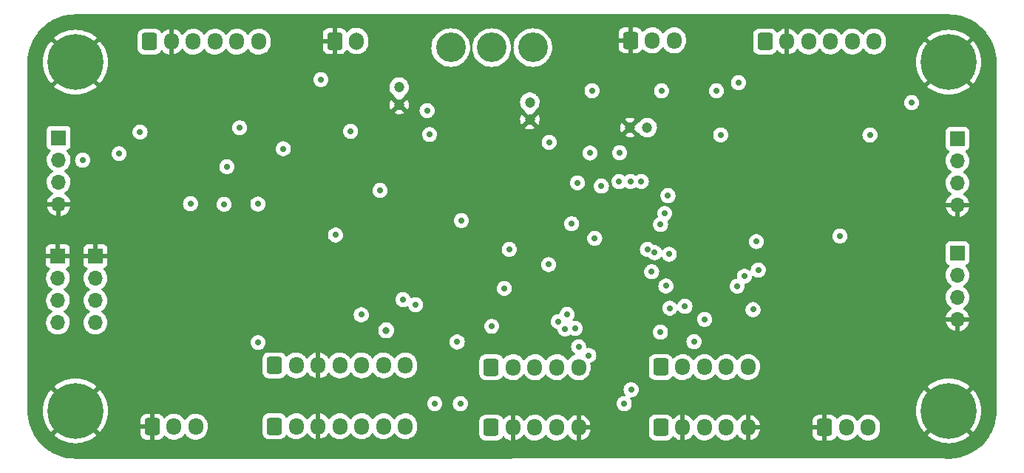
<source format=gbr>
%TF.GenerationSoftware,KiCad,Pcbnew,(6.0.7-1)-1*%
%TF.CreationDate,2022-10-27T12:50:35+02:00*%
%TF.ProjectId,ESE_RuizHerbelinAsfary,4553455f-5275-4697-9a48-657262656c69,rev?*%
%TF.SameCoordinates,Original*%
%TF.FileFunction,Copper,L2,Inr*%
%TF.FilePolarity,Positive*%
%FSLAX46Y46*%
G04 Gerber Fmt 4.6, Leading zero omitted, Abs format (unit mm)*
G04 Created by KiCad (PCBNEW (6.0.7-1)-1) date 2022-10-27 12:50:35*
%MOMM*%
%LPD*%
G01*
G04 APERTURE LIST*
G04 Aperture macros list*
%AMRoundRect*
0 Rectangle with rounded corners*
0 $1 Rounding radius*
0 $2 $3 $4 $5 $6 $7 $8 $9 X,Y pos of 4 corners*
0 Add a 4 corners polygon primitive as box body*
4,1,4,$2,$3,$4,$5,$6,$7,$8,$9,$2,$3,0*
0 Add four circle primitives for the rounded corners*
1,1,$1+$1,$2,$3*
1,1,$1+$1,$4,$5*
1,1,$1+$1,$6,$7*
1,1,$1+$1,$8,$9*
0 Add four rect primitives between the rounded corners*
20,1,$1+$1,$2,$3,$4,$5,0*
20,1,$1+$1,$4,$5,$6,$7,0*
20,1,$1+$1,$6,$7,$8,$9,0*
20,1,$1+$1,$8,$9,$2,$3,0*%
G04 Aperture macros list end*
%TA.AperFunction,ComponentPad*%
%ADD10R,1.700000X1.700000*%
%TD*%
%TA.AperFunction,ComponentPad*%
%ADD11O,1.700000X1.700000*%
%TD*%
%TA.AperFunction,ComponentPad*%
%ADD12RoundRect,0.250000X-0.600000X-0.725000X0.600000X-0.725000X0.600000X0.725000X-0.600000X0.725000X0*%
%TD*%
%TA.AperFunction,ComponentPad*%
%ADD13O,1.700000X1.950000*%
%TD*%
%TA.AperFunction,ComponentPad*%
%ADD14C,0.800000*%
%TD*%
%TA.AperFunction,ComponentPad*%
%ADD15C,6.400000*%
%TD*%
%TA.AperFunction,ComponentPad*%
%ADD16RoundRect,0.250000X-0.600000X-0.750000X0.600000X-0.750000X0.600000X0.750000X-0.600000X0.750000X0*%
%TD*%
%TA.AperFunction,ComponentPad*%
%ADD17O,1.700000X2.000000*%
%TD*%
%TA.AperFunction,ComponentPad*%
%ADD18C,1.200000*%
%TD*%
%TA.AperFunction,ComponentPad*%
%ADD19C,3.400000*%
%TD*%
%TA.AperFunction,ViaPad*%
%ADD20C,0.800000*%
%TD*%
%TA.AperFunction,ViaPad*%
%ADD21C,0.700000*%
%TD*%
G04 APERTURE END LIST*
D10*
%TO.N,+BATT*%
%TO.C,J102*%
X121000000Y-28780000D03*
D11*
%TO.N,+5V*%
X121000000Y-31320000D03*
%TO.N,+3.3V*%
X121000000Y-33860000D03*
%TO.N,GND*%
X121000000Y-36400000D03*
%TD*%
D12*
%TO.N,GND*%
%TO.C,J204*%
X105800000Y-61910000D03*
D13*
%TO.N,+5V*%
X108300000Y-61910000D03*
%TO.N,/STM32/Vout2*%
X110800000Y-61910000D03*
%TD*%
D12*
%TO.N,+3.3V*%
%TO.C,J202*%
X42780000Y-54780000D03*
D13*
X45280000Y-54780000D03*
%TO.N,GND*%
X47780000Y-54780000D03*
%TO.N,/STM32/SDA2*%
X50280000Y-54780000D03*
%TO.N,/STM32/SCL2*%
X52780000Y-54780000D03*
%TO.N,+3.3V*%
X55280000Y-54780000D03*
%TO.N,/Sensor/GPIO_TOF_2_JP*%
X57780000Y-54780000D03*
%TD*%
D12*
%TO.N,GND*%
%TO.C,J203*%
X28790000Y-61825000D03*
D13*
%TO.N,+5V*%
X31290000Y-61825000D03*
%TO.N,/STM32/Vout1*%
X33790000Y-61825000D03*
%TD*%
D12*
%TO.N,+3.3V*%
%TO.C,J201*%
X42780000Y-61760000D03*
D13*
X45280000Y-61760000D03*
%TO.N,GND*%
X47780000Y-61760000D03*
%TO.N,/STM32/SDA1*%
X50280000Y-61760000D03*
%TO.N,/STM32/SCL1*%
X52780000Y-61760000D03*
%TO.N,+3.3V*%
X55280000Y-61760000D03*
%TO.N,/Sensor/GPIO_TOF_1_JP*%
X57780000Y-61760000D03*
%TD*%
D12*
%TO.N,+5V*%
%TO.C,J207*%
X87030000Y-61910000D03*
D13*
%TO.N,GND*%
X89530000Y-61910000D03*
%TO.N,/STM32/OE2*%
X92030000Y-61910000D03*
%TO.N,/STM32/LED2*%
X94530000Y-61910000D03*
%TO.N,GND*%
X97030000Y-61910000D03*
%TD*%
D12*
%TO.N,GND*%
%TO.C,J503*%
X83550000Y-17490000D03*
D13*
%TO.N,+BATT*%
X86050000Y-17490000D03*
%TO.N,/Actuator/UART_Servomoteur*%
X88550000Y-17490000D03*
%TD*%
D14*
%TO.N,GND*%
%TO.C,H103*%
X118302944Y-61697056D03*
X120000000Y-62400000D03*
X120000000Y-57600000D03*
X121697056Y-61697056D03*
X117600000Y-60000000D03*
X122400000Y-60000000D03*
X121697056Y-58302944D03*
D15*
X120000000Y-60000000D03*
D14*
X118302944Y-58302944D03*
%TD*%
D16*
%TO.N,GND*%
%TO.C,J401*%
X49690000Y-17570000D03*
D17*
%TO.N,/Power_Supply/Alim*%
X52190000Y-17570000D03*
%TD*%
D10*
%TO.N,+BATT*%
%TO.C,J105*%
X121000000Y-41900000D03*
D11*
%TO.N,+5V*%
X121000000Y-44440000D03*
%TO.N,+3.3V*%
X121000000Y-46980000D03*
%TO.N,GND*%
X121000000Y-49520000D03*
%TD*%
D18*
%TO.N,+5V*%
%TO.C,C402*%
X57070000Y-22850000D03*
%TO.N,GND*%
X57070000Y-24850000D03*
%TD*%
%TO.N,+BATT*%
%TO.C,C401*%
X72040000Y-24590000D03*
%TO.N,GND*%
X72040000Y-26590000D03*
%TD*%
%TO.N,GND*%
%TO.C,C505*%
X83480000Y-27500000D03*
%TO.N,+BATT*%
X85480000Y-27500000D03*
%TD*%
D12*
%TO.N,+5V*%
%TO.C,J205*%
X67620000Y-61920000D03*
D13*
%TO.N,GND*%
X70120000Y-61920000D03*
%TO.N,/STM32/OE1*%
X72620000Y-61920000D03*
%TO.N,/STM32/LED1*%
X75120000Y-61920000D03*
%TO.N,GND*%
X77620000Y-61920000D03*
%TD*%
D14*
%TO.N,GND*%
%TO.C,H102*%
X118302944Y-21697056D03*
X118302944Y-18302944D03*
X120000000Y-22400000D03*
X120000000Y-17600000D03*
D15*
X120000000Y-20000000D03*
D14*
X121697056Y-21697056D03*
X122400000Y-20000000D03*
X121697056Y-18302944D03*
X117600000Y-20000000D03*
%TD*%
%TO.N,GND*%
%TO.C,H104*%
X20000000Y-62400000D03*
D15*
X20000000Y-60000000D03*
D14*
X21697056Y-58302944D03*
X22400000Y-60000000D03*
X21697056Y-61697056D03*
X18302944Y-61697056D03*
X20000000Y-57600000D03*
X17600000Y-60000000D03*
X18302944Y-58302944D03*
%TD*%
D10*
%TO.N,/UART_Rx*%
%TO.C,J103*%
X18080000Y-28680000D03*
D11*
%TO.N,/UART_Tx*%
X18080000Y-31220000D03*
%TO.N,+3.3V*%
X18080000Y-33760000D03*
%TO.N,GND*%
X18080000Y-36300000D03*
%TD*%
D19*
%TO.N,/Power_Supply/Alim*%
%TO.C,S401*%
X62980000Y-18320000D03*
%TO.N,+BATT*%
X67680000Y-18320000D03*
%TO.N,unconnected-(S401-Pad3)*%
X72380000Y-18320000D03*
%TD*%
D12*
%TO.N,+5V*%
%TO.C,J206*%
X67620000Y-54995000D03*
D13*
X70120000Y-54995000D03*
%TO.N,/STM32/S2*%
X72620000Y-54995000D03*
%TO.N,/STM32/S3*%
X75120000Y-54995000D03*
%TO.N,/STM32/Out*%
X77620000Y-54995000D03*
%TD*%
D12*
%TO.N,+5V*%
%TO.C,J208*%
X87030000Y-54980000D03*
D13*
X89530000Y-54980000D03*
%TO.N,/STM32/S2*%
X92030000Y-54980000D03*
%TO.N,/STM32/S3*%
X94530000Y-54980000D03*
%TO.N,/STM32/Out*%
X97030000Y-54980000D03*
%TD*%
D10*
%TO.N,GND*%
%TO.C,J104*%
X22300000Y-42250000D03*
D11*
%TO.N,+5V*%
X22300000Y-44790000D03*
%TO.N,SDA*%
X22300000Y-47330000D03*
%TO.N,SCL*%
X22300000Y-49870000D03*
%TD*%
D12*
%TO.N,/Actuator/MotorLFT_M*%
%TO.C,J501*%
X28500000Y-17640000D03*
D13*
%TO.N,GND*%
X31000000Y-17640000D03*
%TO.N,/Actuator/EncoderA_Left*%
X33500000Y-17640000D03*
%TO.N,/Actuator/EncoderB_Left*%
X36000000Y-17640000D03*
%TO.N,+5V*%
X38500000Y-17640000D03*
%TO.N,/Actuator/MotorLFT_P*%
X41000000Y-17640000D03*
%TD*%
D14*
%TO.N,GND*%
%TO.C,H101*%
X20000000Y-17600000D03*
D15*
X20000000Y-20000000D03*
D14*
X17600000Y-20000000D03*
X21697056Y-18302944D03*
X18302944Y-18302944D03*
X22400000Y-20000000D03*
X20000000Y-22400000D03*
X18302944Y-21697056D03*
X21697056Y-21697056D03*
%TD*%
D10*
%TO.N,GND*%
%TO.C,J101*%
X18000000Y-42250000D03*
D11*
%TO.N,+5V*%
X18000000Y-44790000D03*
%TO.N,SDA*%
X18000000Y-47330000D03*
%TO.N,SCL*%
X18000000Y-49870000D03*
%TD*%
D12*
%TO.N,/Actuator/MotorRGT_M*%
%TO.C,J502*%
X98960000Y-17620000D03*
D13*
%TO.N,GND*%
X101460000Y-17620000D03*
%TO.N,/Actuator/EncoderA_Right*%
X103960000Y-17620000D03*
%TO.N,/Actuator/EncoderB_Right*%
X106460000Y-17620000D03*
%TO.N,+5V*%
X108960000Y-17620000D03*
%TO.N,/Actuator/MotorRGT_P*%
X111460000Y-17620000D03*
%TD*%
D20*
%TO.N,GND*%
X64430000Y-36460000D03*
D21*
%TO.N,+3.3V*%
X93890000Y-28340000D03*
X51520000Y-27930000D03*
X69680000Y-41480000D03*
X40890000Y-36270000D03*
X52730000Y-48970000D03*
X64190000Y-38160000D03*
X97990000Y-40580000D03*
X107540000Y-39940000D03*
X93410000Y-23280000D03*
%TO.N,GND*%
X74826944Y-41396944D03*
X96630000Y-27090000D03*
X43730000Y-27640000D03*
X76030000Y-18090000D03*
X68700000Y-44169500D03*
X107830000Y-23389500D03*
X64130000Y-43470000D03*
%TO.N,/STM32/NRST*%
X87480000Y-37350000D03*
X74200000Y-43210000D03*
X97600000Y-48380000D03*
%TO.N,+BATT*%
X37340000Y-31980500D03*
X27400000Y-28000000D03*
X33180000Y-36230000D03*
X95930000Y-22340000D03*
X60270000Y-25550000D03*
%TO.N,+5V*%
X110990000Y-28350000D03*
X37030000Y-36290000D03*
X48110000Y-21990000D03*
X38800000Y-27530000D03*
%TO.N,/UART_Tx*%
X74250000Y-29190000D03*
X60550000Y-28300000D03*
X20820000Y-31230000D03*
%TO.N,/STM32/SDA1*%
X85500000Y-41460000D03*
X63720000Y-52100000D03*
%TO.N,/STM32/SCL1*%
X40924622Y-52174622D03*
X49780000Y-39820000D03*
X77500000Y-33830000D03*
X54880000Y-34710000D03*
%TO.N,/STM32/SDA2*%
X61160000Y-59160000D03*
X64080000Y-59170000D03*
X88010000Y-42030000D03*
X82850000Y-59170000D03*
X88060000Y-48220000D03*
%TO.N,/STM32/SCL2*%
X86330000Y-41850500D03*
%TO.N,/STM32/Vout1*%
X89800000Y-48010000D03*
%TO.N,/STM32/Vout2*%
X84810000Y-33679500D03*
X80230000Y-34210000D03*
%TO.N,/Actuator/EncoderA_Left*%
X87010000Y-38620000D03*
X83570000Y-33679500D03*
X82330000Y-30390000D03*
X85990000Y-44040000D03*
X78920000Y-30420000D03*
%TO.N,/Actuator/EncoderB_Left*%
X82270000Y-33700000D03*
%TO.N,/Actuator/EncoderA_Right*%
X96600000Y-44559500D03*
%TO.N,/Actuator/EncoderB_Right*%
X115770000Y-24640000D03*
X98200000Y-43850000D03*
%TO.N,/STM32/VCP_RX*%
X92050000Y-49500000D03*
X76300378Y-48930378D03*
%TO.N,/STM32/VCP_TX*%
X75290000Y-49750000D03*
X87614647Y-45665353D03*
%TO.N,/Actuator/FWD_LeftMotor_PWM*%
X69120500Y-45950000D03*
X25000000Y-30500000D03*
%TO.N,/Actuator/REV_LeftMotor_PWM*%
X43810000Y-29930000D03*
X67680000Y-50310000D03*
%TO.N,/STM32/POWER_STATUS_ADC*%
X79160000Y-23270000D03*
X76830000Y-38540000D03*
%TO.N,/Actuator/UART_Servomoteur*%
X87120000Y-23280000D03*
X79470000Y-40200000D03*
%TO.N,/STM32/S2*%
X77240000Y-50540000D03*
X90830000Y-52060500D03*
%TO.N,/STM32/S3*%
X78790000Y-53640000D03*
%TO.N,/STM32/LED1*%
X83640000Y-57590000D03*
%TO.N,/STM32/LED2*%
X87000000Y-50960000D03*
%TO.N,/Sensor/GPIO_TOF_1_JP*%
X57530000Y-47230000D03*
D20*
X55590000Y-50770000D03*
D21*
%TO.N,/STM32/Out*%
X76060000Y-50600000D03*
X77620000Y-52630000D03*
%TO.N,/STM32/VCP_TX_JP*%
X95790000Y-45690000D03*
X87860000Y-35310000D03*
%TO.N,/Sensor/GPIO_TOF_2_JP*%
X58960000Y-47820000D03*
%TD*%
%TA.AperFunction,Conductor*%
%TO.N,GND*%
G36*
X119970018Y-14510000D02*
G01*
X119984851Y-14512310D01*
X119984855Y-14512310D01*
X119993724Y-14513691D01*
X120014664Y-14510953D01*
X120036202Y-14509997D01*
X120224026Y-14517766D01*
X120448278Y-14527041D01*
X120458656Y-14527901D01*
X120734674Y-14562307D01*
X120898702Y-14582753D01*
X120908967Y-14584465D01*
X121072054Y-14618661D01*
X121342976Y-14675467D01*
X121353072Y-14678023D01*
X121778101Y-14804561D01*
X121787938Y-14807938D01*
X122201081Y-14969147D01*
X122210581Y-14973314D01*
X122608983Y-15168081D01*
X122618141Y-15173037D01*
X122999085Y-15400030D01*
X123007804Y-15405726D01*
X123368705Y-15663405D01*
X123376923Y-15669801D01*
X123715326Y-15956413D01*
X123722987Y-15963467D01*
X124036533Y-16277013D01*
X124043587Y-16284674D01*
X124330199Y-16623077D01*
X124336595Y-16631295D01*
X124594274Y-16992196D01*
X124599970Y-17000915D01*
X124737384Y-17231525D01*
X124826963Y-17381859D01*
X124831918Y-17391015D01*
X125021050Y-17777890D01*
X125026682Y-17789411D01*
X125030853Y-17798919D01*
X125192062Y-18212062D01*
X125195439Y-18221899D01*
X125321977Y-18646928D01*
X125324533Y-18657024D01*
X125327033Y-18668946D01*
X125415451Y-19090632D01*
X125415534Y-19091030D01*
X125417247Y-19101298D01*
X125424947Y-19163070D01*
X125472099Y-19541344D01*
X125472959Y-19551722D01*
X125476428Y-19635592D01*
X125486616Y-19881907D01*
X125489694Y-19956335D01*
X125488302Y-19980920D01*
X125486309Y-19993724D01*
X125487473Y-20002626D01*
X125487473Y-20002628D01*
X125490436Y-20025283D01*
X125491500Y-20041621D01*
X125491500Y-59950633D01*
X125490000Y-59970018D01*
X125487690Y-59984851D01*
X125487690Y-59984855D01*
X125486309Y-59993724D01*
X125488771Y-60012552D01*
X125489074Y-60014866D01*
X125490035Y-60036289D01*
X125473824Y-60437718D01*
X125473004Y-60447853D01*
X125420706Y-60877661D01*
X125419072Y-60887697D01*
X125332286Y-61311895D01*
X125329848Y-61321767D01*
X125307103Y-61400119D01*
X125211409Y-61729770D01*
X125209135Y-61737602D01*
X125205910Y-61747239D01*
X125190435Y-61787950D01*
X125052068Y-62151963D01*
X125048075Y-62161314D01*
X124862097Y-62552321D01*
X124857362Y-62561320D01*
X124640457Y-62936067D01*
X124635013Y-62944655D01*
X124388596Y-63300693D01*
X124382476Y-63308813D01*
X124108168Y-63643803D01*
X124101414Y-63651404D01*
X123800973Y-63963200D01*
X123793632Y-63970227D01*
X123691007Y-64060823D01*
X123469036Y-64256775D01*
X123461150Y-64263190D01*
X123238269Y-64430002D01*
X123114489Y-64522643D01*
X123106112Y-64528400D01*
X122996648Y-64597300D01*
X122739674Y-64759047D01*
X122730857Y-64764112D01*
X122347010Y-64964462D01*
X122337814Y-64968799D01*
X122191150Y-65030866D01*
X121939057Y-65137549D01*
X121929560Y-65141123D01*
X121518493Y-65277170D01*
X121508727Y-65279971D01*
X121298373Y-65331201D01*
X121088024Y-65382429D01*
X121078056Y-65384434D01*
X120890977Y-65414274D01*
X120650474Y-65452636D01*
X120640385Y-65453830D01*
X120494832Y-65465125D01*
X120208695Y-65487330D01*
X120198534Y-65487707D01*
X119974512Y-65486974D01*
X119765550Y-65486290D01*
X119755408Y-65485847D01*
X119362503Y-65452768D01*
X119338401Y-65448347D01*
X119325735Y-65444721D01*
X119296553Y-65444887D01*
X119246559Y-65445170D01*
X119245903Y-65445172D01*
X20049274Y-65491476D01*
X20029833Y-65489976D01*
X20015152Y-65487691D01*
X20006276Y-65486309D01*
X19985336Y-65489047D01*
X19963798Y-65490003D01*
X19775974Y-65482234D01*
X19551722Y-65472959D01*
X19541344Y-65472099D01*
X19265326Y-65437693D01*
X19101298Y-65417247D01*
X19091033Y-65415535D01*
X18657025Y-65324533D01*
X18646928Y-65321977D01*
X18221899Y-65195439D01*
X18212062Y-65192062D01*
X17798919Y-65030853D01*
X17789419Y-65026686D01*
X17391015Y-64831918D01*
X17381859Y-64826963D01*
X17000915Y-64599970D01*
X16992196Y-64594274D01*
X16631295Y-64336595D01*
X16623077Y-64330199D01*
X16284674Y-64043587D01*
X16277013Y-64036533D01*
X15963467Y-63722987D01*
X15956413Y-63715326D01*
X15669801Y-63376923D01*
X15663405Y-63368705D01*
X15405726Y-63007804D01*
X15400030Y-62999085D01*
X15283975Y-62804319D01*
X15279844Y-62797386D01*
X17567759Y-62797386D01*
X17575216Y-62807753D01*
X17814935Y-63001874D01*
X17820272Y-63005751D01*
X18140685Y-63213830D01*
X18146394Y-63217127D01*
X18486811Y-63390578D01*
X18492836Y-63393260D01*
X18849502Y-63530171D01*
X18855784Y-63532212D01*
X19224816Y-63631094D01*
X19231266Y-63632465D01*
X19608629Y-63692234D01*
X19615167Y-63692920D01*
X19996699Y-63712916D01*
X20003301Y-63712916D01*
X20384833Y-63692920D01*
X20391371Y-63692234D01*
X20768734Y-63632465D01*
X20775184Y-63631094D01*
X21144216Y-63532212D01*
X21150498Y-63530171D01*
X21507164Y-63393260D01*
X21513189Y-63390578D01*
X21853606Y-63217127D01*
X21859315Y-63213830D01*
X22179728Y-63005751D01*
X22185065Y-63001874D01*
X22423835Y-62808522D01*
X22432300Y-62796267D01*
X22425966Y-62785176D01*
X22237885Y-62597095D01*
X27432001Y-62597095D01*
X27432338Y-62603614D01*
X27442257Y-62699206D01*
X27445149Y-62712600D01*
X27496588Y-62866784D01*
X27502761Y-62879962D01*
X27588063Y-63017807D01*
X27597099Y-63029208D01*
X27711829Y-63143739D01*
X27723240Y-63152751D01*
X27861243Y-63237816D01*
X27874424Y-63243963D01*
X28028710Y-63295138D01*
X28042086Y-63298005D01*
X28136438Y-63307672D01*
X28142854Y-63308000D01*
X28517885Y-63308000D01*
X28533124Y-63303525D01*
X28534329Y-63302135D01*
X28536000Y-63294452D01*
X28536000Y-63289884D01*
X29044000Y-63289884D01*
X29048475Y-63305123D01*
X29049865Y-63306328D01*
X29057548Y-63307999D01*
X29437095Y-63307999D01*
X29443614Y-63307662D01*
X29539206Y-63297743D01*
X29552600Y-63294851D01*
X29706784Y-63243412D01*
X29719962Y-63237239D01*
X29857807Y-63151937D01*
X29869208Y-63142901D01*
X29983739Y-63028171D01*
X29992753Y-63016757D01*
X30078723Y-62877287D01*
X30131495Y-62829793D01*
X30201566Y-62818369D01*
X30266690Y-62846643D01*
X30277149Y-62856426D01*
X30386576Y-62971135D01*
X30390854Y-62974318D01*
X30423588Y-62998673D01*
X30571542Y-63108754D01*
X30576293Y-63111170D01*
X30576297Y-63111172D01*
X30651402Y-63149357D01*
X30777051Y-63213240D01*
X30782145Y-63214822D01*
X30782148Y-63214823D01*
X30954001Y-63268185D01*
X30997227Y-63281607D01*
X31002516Y-63282308D01*
X31220489Y-63311198D01*
X31220494Y-63311198D01*
X31225774Y-63311898D01*
X31231103Y-63311698D01*
X31231105Y-63311698D01*
X31340966Y-63307574D01*
X31456158Y-63303249D01*
X31461468Y-63302135D01*
X31676572Y-63257002D01*
X31681791Y-63255907D01*
X31686750Y-63253949D01*
X31686752Y-63253948D01*
X31891256Y-63173185D01*
X31891258Y-63173184D01*
X31896221Y-63171224D01*
X31932203Y-63149390D01*
X32088757Y-63054390D01*
X32088756Y-63054390D01*
X32093317Y-63051623D01*
X32153862Y-62999085D01*
X32263412Y-62904023D01*
X32263414Y-62904021D01*
X32267445Y-62900523D01*
X32337425Y-62815176D01*
X32410240Y-62726373D01*
X32410244Y-62726367D01*
X32413624Y-62722245D01*
X32431552Y-62690750D01*
X32482632Y-62641445D01*
X32552262Y-62627583D01*
X32618333Y-62653566D01*
X32645573Y-62682716D01*
X32727441Y-62804319D01*
X32731120Y-62808176D01*
X32731122Y-62808178D01*
X32787030Y-62866784D01*
X32886576Y-62971135D01*
X32890854Y-62974318D01*
X32923588Y-62998673D01*
X33071542Y-63108754D01*
X33076293Y-63111170D01*
X33076297Y-63111172D01*
X33151402Y-63149357D01*
X33277051Y-63213240D01*
X33282145Y-63214822D01*
X33282148Y-63214823D01*
X33454001Y-63268185D01*
X33497227Y-63281607D01*
X33502516Y-63282308D01*
X33720489Y-63311198D01*
X33720494Y-63311198D01*
X33725774Y-63311898D01*
X33731103Y-63311698D01*
X33731105Y-63311698D01*
X33840966Y-63307574D01*
X33956158Y-63303249D01*
X33961468Y-63302135D01*
X34176572Y-63257002D01*
X34181791Y-63255907D01*
X34186750Y-63253949D01*
X34186752Y-63253948D01*
X34391256Y-63173185D01*
X34391258Y-63173184D01*
X34396221Y-63171224D01*
X34432203Y-63149390D01*
X34588757Y-63054390D01*
X34588756Y-63054390D01*
X34593317Y-63051623D01*
X34653862Y-62999085D01*
X34763412Y-62904023D01*
X34763414Y-62904021D01*
X34767445Y-62900523D01*
X34837425Y-62815176D01*
X34910240Y-62726373D01*
X34910244Y-62726367D01*
X34913624Y-62722245D01*
X34919115Y-62712600D01*
X35019982Y-62535400D01*
X41421500Y-62535400D01*
X41421837Y-62538646D01*
X41421837Y-62538650D01*
X41431065Y-62627583D01*
X41432474Y-62641166D01*
X41434655Y-62647702D01*
X41434655Y-62647704D01*
X41466405Y-62742870D01*
X41488450Y-62808946D01*
X41581522Y-62959348D01*
X41706697Y-63084305D01*
X41712927Y-63088145D01*
X41712928Y-63088146D01*
X41850090Y-63172694D01*
X41857262Y-63177115D01*
X41926684Y-63200141D01*
X42018611Y-63230632D01*
X42018613Y-63230632D01*
X42025139Y-63232797D01*
X42031975Y-63233497D01*
X42031978Y-63233498D01*
X42069400Y-63237332D01*
X42129600Y-63243500D01*
X43430400Y-63243500D01*
X43433646Y-63243163D01*
X43433650Y-63243163D01*
X43529308Y-63233238D01*
X43529312Y-63233237D01*
X43536166Y-63232526D01*
X43542702Y-63230345D01*
X43542704Y-63230345D01*
X43674806Y-63186272D01*
X43703946Y-63176550D01*
X43854348Y-63083478D01*
X43979305Y-62958303D01*
X43983192Y-62951998D01*
X44013285Y-62903178D01*
X44069081Y-62812660D01*
X44121852Y-62765168D01*
X44191924Y-62753744D01*
X44257048Y-62782018D01*
X44267510Y-62791805D01*
X44309215Y-62835523D01*
X44376576Y-62906135D01*
X44561542Y-63043754D01*
X44566293Y-63046170D01*
X44566297Y-63046172D01*
X44629481Y-63078296D01*
X44767051Y-63148240D01*
X44772145Y-63149822D01*
X44772148Y-63149823D01*
X44913629Y-63193754D01*
X44987227Y-63216607D01*
X44992516Y-63217308D01*
X45210489Y-63246198D01*
X45210494Y-63246198D01*
X45215774Y-63246898D01*
X45221103Y-63246698D01*
X45221105Y-63246698D01*
X45330966Y-63242574D01*
X45446158Y-63238249D01*
X45468802Y-63233498D01*
X45625746Y-63200568D01*
X45671791Y-63190907D01*
X45676750Y-63188949D01*
X45676752Y-63188948D01*
X45881256Y-63108185D01*
X45881258Y-63108184D01*
X45886221Y-63106224D01*
X45891337Y-63103120D01*
X46078757Y-62989390D01*
X46078756Y-62989390D01*
X46083317Y-62986623D01*
X46167811Y-62913303D01*
X46253412Y-62839023D01*
X46253414Y-62839021D01*
X46257445Y-62835523D01*
X46304844Y-62777716D01*
X46400240Y-62661373D01*
X46400244Y-62661367D01*
X46403624Y-62657245D01*
X46420509Y-62627583D01*
X46421829Y-62625265D01*
X46472912Y-62575959D01*
X46542542Y-62562098D01*
X46608613Y-62588082D01*
X46635851Y-62617232D01*
X46714852Y-62734578D01*
X46721519Y-62742870D01*
X46873228Y-62901900D01*
X46881186Y-62908941D01*
X47057525Y-63040141D01*
X47066562Y-63045745D01*
X47262484Y-63145357D01*
X47272335Y-63149357D01*
X47482240Y-63214534D01*
X47492624Y-63216817D01*
X47508043Y-63218861D01*
X47522207Y-63216665D01*
X47526000Y-63203478D01*
X47526000Y-63201192D01*
X48034000Y-63201192D01*
X48037973Y-63214723D01*
X48048580Y-63216248D01*
X48166421Y-63191523D01*
X48176617Y-63188463D01*
X48381029Y-63107737D01*
X48390561Y-63103006D01*
X48578462Y-62988984D01*
X48587052Y-62982720D01*
X48753052Y-62838673D01*
X48760472Y-62831042D01*
X48899826Y-62661089D01*
X48905848Y-62652326D01*
X48921238Y-62625289D01*
X48972320Y-62575982D01*
X49041951Y-62562120D01*
X49108022Y-62588103D01*
X49135261Y-62617253D01*
X49164773Y-62661089D01*
X49217441Y-62739319D01*
X49221120Y-62743176D01*
X49221122Y-62743178D01*
X49261271Y-62785265D01*
X49376576Y-62906135D01*
X49561542Y-63043754D01*
X49566293Y-63046170D01*
X49566297Y-63046172D01*
X49629481Y-63078296D01*
X49767051Y-63148240D01*
X49772145Y-63149822D01*
X49772148Y-63149823D01*
X49913629Y-63193754D01*
X49987227Y-63216607D01*
X49992516Y-63217308D01*
X50210489Y-63246198D01*
X50210494Y-63246198D01*
X50215774Y-63246898D01*
X50221103Y-63246698D01*
X50221105Y-63246698D01*
X50330966Y-63242574D01*
X50446158Y-63238249D01*
X50468802Y-63233498D01*
X50625746Y-63200568D01*
X50671791Y-63190907D01*
X50676750Y-63188949D01*
X50676752Y-63188948D01*
X50881256Y-63108185D01*
X50881258Y-63108184D01*
X50886221Y-63106224D01*
X50891337Y-63103120D01*
X51078757Y-62989390D01*
X51078756Y-62989390D01*
X51083317Y-62986623D01*
X51167811Y-62913303D01*
X51253412Y-62839023D01*
X51253414Y-62839021D01*
X51257445Y-62835523D01*
X51304844Y-62777716D01*
X51400240Y-62661373D01*
X51400244Y-62661367D01*
X51403624Y-62657245D01*
X51421552Y-62625750D01*
X51472632Y-62576445D01*
X51542262Y-62562583D01*
X51608333Y-62588566D01*
X51635573Y-62617716D01*
X51640983Y-62625752D01*
X51717441Y-62739319D01*
X51721120Y-62743176D01*
X51721122Y-62743178D01*
X51761271Y-62785265D01*
X51876576Y-62906135D01*
X52061542Y-63043754D01*
X52066293Y-63046170D01*
X52066297Y-63046172D01*
X52129481Y-63078296D01*
X52267051Y-63148240D01*
X52272145Y-63149822D01*
X52272148Y-63149823D01*
X52413629Y-63193754D01*
X52487227Y-63216607D01*
X52492516Y-63217308D01*
X52710489Y-63246198D01*
X52710494Y-63246198D01*
X52715774Y-63246898D01*
X52721103Y-63246698D01*
X52721105Y-63246698D01*
X52830966Y-63242574D01*
X52946158Y-63238249D01*
X52968802Y-63233498D01*
X53125746Y-63200568D01*
X53171791Y-63190907D01*
X53176750Y-63188949D01*
X53176752Y-63188948D01*
X53381256Y-63108185D01*
X53381258Y-63108184D01*
X53386221Y-63106224D01*
X53391337Y-63103120D01*
X53578757Y-62989390D01*
X53578756Y-62989390D01*
X53583317Y-62986623D01*
X53667811Y-62913303D01*
X53753412Y-62839023D01*
X53753414Y-62839021D01*
X53757445Y-62835523D01*
X53804844Y-62777716D01*
X53900240Y-62661373D01*
X53900244Y-62661367D01*
X53903624Y-62657245D01*
X53921552Y-62625750D01*
X53972632Y-62576445D01*
X54042262Y-62562583D01*
X54108333Y-62588566D01*
X54135573Y-62617716D01*
X54140983Y-62625752D01*
X54217441Y-62739319D01*
X54221120Y-62743176D01*
X54221122Y-62743178D01*
X54261271Y-62785265D01*
X54376576Y-62906135D01*
X54561542Y-63043754D01*
X54566293Y-63046170D01*
X54566297Y-63046172D01*
X54629481Y-63078296D01*
X54767051Y-63148240D01*
X54772145Y-63149822D01*
X54772148Y-63149823D01*
X54913629Y-63193754D01*
X54987227Y-63216607D01*
X54992516Y-63217308D01*
X55210489Y-63246198D01*
X55210494Y-63246198D01*
X55215774Y-63246898D01*
X55221103Y-63246698D01*
X55221105Y-63246698D01*
X55330966Y-63242574D01*
X55446158Y-63238249D01*
X55468802Y-63233498D01*
X55625746Y-63200568D01*
X55671791Y-63190907D01*
X55676750Y-63188949D01*
X55676752Y-63188948D01*
X55881256Y-63108185D01*
X55881258Y-63108184D01*
X55886221Y-63106224D01*
X55891337Y-63103120D01*
X56078757Y-62989390D01*
X56078756Y-62989390D01*
X56083317Y-62986623D01*
X56167811Y-62913303D01*
X56253412Y-62839023D01*
X56253414Y-62839021D01*
X56257445Y-62835523D01*
X56304844Y-62777716D01*
X56400240Y-62661373D01*
X56400244Y-62661367D01*
X56403624Y-62657245D01*
X56421552Y-62625750D01*
X56472632Y-62576445D01*
X56542262Y-62562583D01*
X56608333Y-62588566D01*
X56635573Y-62617716D01*
X56640983Y-62625752D01*
X56717441Y-62739319D01*
X56721120Y-62743176D01*
X56721122Y-62743178D01*
X56761271Y-62785265D01*
X56876576Y-62906135D01*
X57061542Y-63043754D01*
X57066293Y-63046170D01*
X57066297Y-63046172D01*
X57129481Y-63078296D01*
X57267051Y-63148240D01*
X57272145Y-63149822D01*
X57272148Y-63149823D01*
X57413629Y-63193754D01*
X57487227Y-63216607D01*
X57492516Y-63217308D01*
X57710489Y-63246198D01*
X57710494Y-63246198D01*
X57715774Y-63246898D01*
X57721103Y-63246698D01*
X57721105Y-63246698D01*
X57830966Y-63242574D01*
X57946158Y-63238249D01*
X57968802Y-63233498D01*
X58125746Y-63200568D01*
X58171791Y-63190907D01*
X58176750Y-63188949D01*
X58176752Y-63188948D01*
X58381256Y-63108185D01*
X58381258Y-63108184D01*
X58386221Y-63106224D01*
X58391337Y-63103120D01*
X58578757Y-62989390D01*
X58578756Y-62989390D01*
X58583317Y-62986623D01*
X58667811Y-62913303D01*
X58753412Y-62839023D01*
X58753414Y-62839021D01*
X58757445Y-62835523D01*
X58804844Y-62777716D01*
X58872339Y-62695400D01*
X66261500Y-62695400D01*
X66261837Y-62698646D01*
X66261837Y-62698650D01*
X66271503Y-62791805D01*
X66272474Y-62801166D01*
X66274655Y-62807702D01*
X66274655Y-62807704D01*
X66308431Y-62908941D01*
X66328450Y-62968946D01*
X66421522Y-63119348D01*
X66426704Y-63124521D01*
X66474961Y-63172694D01*
X66546697Y-63244305D01*
X66552927Y-63248145D01*
X66552928Y-63248146D01*
X66690090Y-63332694D01*
X66697262Y-63337115D01*
X66732938Y-63348948D01*
X66858611Y-63390632D01*
X66858613Y-63390632D01*
X66865139Y-63392797D01*
X66871975Y-63393497D01*
X66871978Y-63393498D01*
X66907663Y-63397154D01*
X66969600Y-63403500D01*
X68270400Y-63403500D01*
X68273646Y-63403163D01*
X68273650Y-63403163D01*
X68369308Y-63393238D01*
X68369312Y-63393237D01*
X68376166Y-63392526D01*
X68382702Y-63390345D01*
X68382704Y-63390345D01*
X68529040Y-63341523D01*
X68543946Y-63336550D01*
X68694348Y-63243478D01*
X68819305Y-63118303D01*
X68909353Y-62972220D01*
X68962124Y-62924727D01*
X69032196Y-62913303D01*
X69097320Y-62941577D01*
X69107782Y-62951364D01*
X69213234Y-63061906D01*
X69221186Y-63068941D01*
X69397525Y-63200141D01*
X69406562Y-63205745D01*
X69602484Y-63305357D01*
X69612335Y-63309357D01*
X69822240Y-63374534D01*
X69832624Y-63376817D01*
X69848043Y-63378861D01*
X69862207Y-63376665D01*
X69866000Y-63363478D01*
X69866000Y-63361192D01*
X70374000Y-63361192D01*
X70377973Y-63374723D01*
X70388580Y-63376248D01*
X70506421Y-63351523D01*
X70516617Y-63348463D01*
X70721029Y-63267737D01*
X70730561Y-63263006D01*
X70918462Y-63148984D01*
X70927052Y-63142720D01*
X71093052Y-62998673D01*
X71100472Y-62991042D01*
X71239826Y-62821089D01*
X71245848Y-62812326D01*
X71261238Y-62785289D01*
X71312320Y-62735982D01*
X71381951Y-62722120D01*
X71448022Y-62748103D01*
X71475261Y-62777253D01*
X71502942Y-62818369D01*
X71557441Y-62899319D01*
X71561120Y-62903176D01*
X71561122Y-62903178D01*
X71607090Y-62951364D01*
X71716576Y-63066135D01*
X71720854Y-63069318D01*
X71764877Y-63102072D01*
X71901542Y-63203754D01*
X71906293Y-63206170D01*
X71906297Y-63206172D01*
X71980627Y-63243963D01*
X72107051Y-63308240D01*
X72112145Y-63309822D01*
X72112148Y-63309823D01*
X72301779Y-63368705D01*
X72327227Y-63376607D01*
X72332516Y-63377308D01*
X72550489Y-63406198D01*
X72550494Y-63406198D01*
X72555774Y-63406898D01*
X72561103Y-63406698D01*
X72561105Y-63406698D01*
X72670966Y-63402574D01*
X72786158Y-63398249D01*
X72808802Y-63393498D01*
X72962772Y-63361192D01*
X73011791Y-63350907D01*
X73016750Y-63348949D01*
X73016752Y-63348948D01*
X73221256Y-63268185D01*
X73221258Y-63268184D01*
X73226221Y-63266224D01*
X73231525Y-63263006D01*
X73414560Y-63151937D01*
X73423317Y-63146623D01*
X73455953Y-63118303D01*
X73593412Y-62999023D01*
X73593414Y-62999021D01*
X73597445Y-62995523D01*
X73646196Y-62936067D01*
X73740240Y-62821373D01*
X73740244Y-62821367D01*
X73743624Y-62817245D01*
X73761552Y-62785750D01*
X73812632Y-62736445D01*
X73882262Y-62722583D01*
X73948333Y-62748566D01*
X73975573Y-62777716D01*
X73980983Y-62785752D01*
X74057441Y-62899319D01*
X74061120Y-62903176D01*
X74061122Y-62903178D01*
X74107090Y-62951364D01*
X74216576Y-63066135D01*
X74220854Y-63069318D01*
X74264877Y-63102072D01*
X74401542Y-63203754D01*
X74406293Y-63206170D01*
X74406297Y-63206172D01*
X74480627Y-63243963D01*
X74607051Y-63308240D01*
X74612145Y-63309822D01*
X74612148Y-63309823D01*
X74801779Y-63368705D01*
X74827227Y-63376607D01*
X74832516Y-63377308D01*
X75050489Y-63406198D01*
X75050494Y-63406198D01*
X75055774Y-63406898D01*
X75061103Y-63406698D01*
X75061105Y-63406698D01*
X75170966Y-63402574D01*
X75286158Y-63398249D01*
X75308802Y-63393498D01*
X75462772Y-63361192D01*
X75511791Y-63350907D01*
X75516750Y-63348949D01*
X75516752Y-63348948D01*
X75721256Y-63268185D01*
X75721258Y-63268184D01*
X75726221Y-63266224D01*
X75731525Y-63263006D01*
X75914560Y-63151937D01*
X75923317Y-63146623D01*
X75955953Y-63118303D01*
X76093412Y-62999023D01*
X76093414Y-62999021D01*
X76097445Y-62995523D01*
X76146196Y-62936067D01*
X76240240Y-62821373D01*
X76240244Y-62821367D01*
X76243624Y-62817245D01*
X76248348Y-62808946D01*
X76261829Y-62785265D01*
X76312912Y-62735959D01*
X76382542Y-62722098D01*
X76448613Y-62748082D01*
X76475851Y-62777232D01*
X76554852Y-62894578D01*
X76561519Y-62902870D01*
X76713228Y-63061900D01*
X76721186Y-63068941D01*
X76897525Y-63200141D01*
X76906562Y-63205745D01*
X77102484Y-63305357D01*
X77112335Y-63309357D01*
X77322240Y-63374534D01*
X77332624Y-63376817D01*
X77348043Y-63378861D01*
X77362207Y-63376665D01*
X77366000Y-63363478D01*
X77366000Y-63361192D01*
X77874000Y-63361192D01*
X77877973Y-63374723D01*
X77888580Y-63376248D01*
X78006421Y-63351523D01*
X78016617Y-63348463D01*
X78221029Y-63267737D01*
X78230561Y-63263006D01*
X78418462Y-63148984D01*
X78427052Y-63142720D01*
X78593052Y-62998673D01*
X78600472Y-62991042D01*
X78739826Y-62821089D01*
X78745850Y-62812322D01*
X78818098Y-62685400D01*
X85671500Y-62685400D01*
X85671837Y-62688646D01*
X85671837Y-62688650D01*
X85681762Y-62784308D01*
X85681763Y-62784312D01*
X85682474Y-62791166D01*
X85684655Y-62797702D01*
X85684655Y-62797704D01*
X85719844Y-62903178D01*
X85738450Y-62958946D01*
X85831522Y-63109348D01*
X85956697Y-63234305D01*
X85962927Y-63238145D01*
X85962928Y-63238146D01*
X86100288Y-63322816D01*
X86107262Y-63327115D01*
X86142938Y-63338948D01*
X86268611Y-63380632D01*
X86268613Y-63380632D01*
X86275139Y-63382797D01*
X86281975Y-63383497D01*
X86281978Y-63383498D01*
X86317663Y-63387154D01*
X86379600Y-63393500D01*
X87680400Y-63393500D01*
X87683646Y-63393163D01*
X87683650Y-63393163D01*
X87779308Y-63383238D01*
X87779312Y-63383237D01*
X87786166Y-63382526D01*
X87792702Y-63380345D01*
X87792704Y-63380345D01*
X87935530Y-63332694D01*
X87953946Y-63326550D01*
X88104348Y-63233478D01*
X88229305Y-63108303D01*
X88244608Y-63083478D01*
X88302604Y-62989390D01*
X88319353Y-62962220D01*
X88372124Y-62914727D01*
X88442196Y-62903303D01*
X88507320Y-62931577D01*
X88517782Y-62941364D01*
X88623234Y-63051906D01*
X88631186Y-63058941D01*
X88807525Y-63190141D01*
X88816562Y-63195745D01*
X89012484Y-63295357D01*
X89022335Y-63299357D01*
X89232240Y-63364534D01*
X89242624Y-63366817D01*
X89258043Y-63368861D01*
X89272207Y-63366665D01*
X89276000Y-63353478D01*
X89276000Y-63351192D01*
X89784000Y-63351192D01*
X89787973Y-63364723D01*
X89798580Y-63366248D01*
X89916421Y-63341523D01*
X89926617Y-63338463D01*
X90131029Y-63257737D01*
X90140561Y-63253006D01*
X90328462Y-63138984D01*
X90337052Y-63132720D01*
X90503052Y-62988673D01*
X90510472Y-62981042D01*
X90649826Y-62811089D01*
X90655848Y-62802326D01*
X90671238Y-62775289D01*
X90722320Y-62725982D01*
X90791951Y-62712120D01*
X90858022Y-62738103D01*
X90885261Y-62767253D01*
X90912814Y-62808178D01*
X90967441Y-62889319D01*
X90971120Y-62893176D01*
X90971122Y-62893178D01*
X91017293Y-62941577D01*
X91126576Y-63056135D01*
X91130854Y-63059318D01*
X91193016Y-63105568D01*
X91311542Y-63193754D01*
X91316293Y-63196170D01*
X91316297Y-63196172D01*
X91397071Y-63237239D01*
X91517051Y-63298240D01*
X91522145Y-63299822D01*
X91522148Y-63299823D01*
X91694945Y-63353478D01*
X91737227Y-63366607D01*
X91742516Y-63367308D01*
X91960489Y-63396198D01*
X91960494Y-63396198D01*
X91965774Y-63396898D01*
X91971103Y-63396698D01*
X91971105Y-63396698D01*
X92082231Y-63392526D01*
X92196158Y-63388249D01*
X92201468Y-63387135D01*
X92416572Y-63342002D01*
X92421791Y-63340907D01*
X92426750Y-63338949D01*
X92426752Y-63338948D01*
X92631256Y-63258185D01*
X92631258Y-63258184D01*
X92636221Y-63256224D01*
X92641525Y-63253006D01*
X92814173Y-63148240D01*
X92833317Y-63136623D01*
X92890120Y-63087332D01*
X93003412Y-62989023D01*
X93003414Y-62989021D01*
X93007445Y-62985523D01*
X93069929Y-62909318D01*
X93150240Y-62811373D01*
X93150244Y-62811367D01*
X93153624Y-62807245D01*
X93171552Y-62775750D01*
X93222632Y-62726445D01*
X93292262Y-62712583D01*
X93358333Y-62738566D01*
X93385573Y-62767716D01*
X93390983Y-62775752D01*
X93467441Y-62889319D01*
X93471120Y-62893176D01*
X93471122Y-62893178D01*
X93517293Y-62941577D01*
X93626576Y-63056135D01*
X93630854Y-63059318D01*
X93693016Y-63105568D01*
X93811542Y-63193754D01*
X93816293Y-63196170D01*
X93816297Y-63196172D01*
X93897071Y-63237239D01*
X94017051Y-63298240D01*
X94022145Y-63299822D01*
X94022148Y-63299823D01*
X94194945Y-63353478D01*
X94237227Y-63366607D01*
X94242516Y-63367308D01*
X94460489Y-63396198D01*
X94460494Y-63396198D01*
X94465774Y-63396898D01*
X94471103Y-63396698D01*
X94471105Y-63396698D01*
X94582231Y-63392526D01*
X94696158Y-63388249D01*
X94701468Y-63387135D01*
X94916572Y-63342002D01*
X94921791Y-63340907D01*
X94926750Y-63338949D01*
X94926752Y-63338948D01*
X95131256Y-63258185D01*
X95131258Y-63258184D01*
X95136221Y-63256224D01*
X95141525Y-63253006D01*
X95314173Y-63148240D01*
X95333317Y-63136623D01*
X95390120Y-63087332D01*
X95503412Y-62989023D01*
X95503414Y-62989021D01*
X95507445Y-62985523D01*
X95569929Y-62909318D01*
X95650240Y-62811373D01*
X95650244Y-62811367D01*
X95653624Y-62807245D01*
X95665859Y-62785752D01*
X95671829Y-62775265D01*
X95722912Y-62725959D01*
X95792542Y-62712098D01*
X95858613Y-62738082D01*
X95885851Y-62767232D01*
X95964852Y-62884578D01*
X95971519Y-62892870D01*
X96123228Y-63051900D01*
X96131186Y-63058941D01*
X96307525Y-63190141D01*
X96316562Y-63195745D01*
X96512484Y-63295357D01*
X96522335Y-63299357D01*
X96732240Y-63364534D01*
X96742624Y-63366817D01*
X96758043Y-63368861D01*
X96772207Y-63366665D01*
X96776000Y-63353478D01*
X96776000Y-63351192D01*
X97284000Y-63351192D01*
X97287973Y-63364723D01*
X97298580Y-63366248D01*
X97416421Y-63341523D01*
X97426617Y-63338463D01*
X97631029Y-63257737D01*
X97640561Y-63253006D01*
X97828462Y-63138984D01*
X97837052Y-63132720D01*
X98003052Y-62988673D01*
X98010472Y-62981042D01*
X98149826Y-62811089D01*
X98155850Y-62802322D01*
X98224287Y-62682095D01*
X104442001Y-62682095D01*
X104442338Y-62688614D01*
X104452257Y-62784206D01*
X104455149Y-62797600D01*
X104506588Y-62951784D01*
X104512761Y-62964962D01*
X104598063Y-63102807D01*
X104607099Y-63114208D01*
X104721829Y-63228739D01*
X104733240Y-63237751D01*
X104871243Y-63322816D01*
X104884424Y-63328963D01*
X105038710Y-63380138D01*
X105052086Y-63383005D01*
X105146438Y-63392672D01*
X105152854Y-63393000D01*
X105527885Y-63393000D01*
X105543124Y-63388525D01*
X105544329Y-63387135D01*
X105546000Y-63379452D01*
X105546000Y-63374884D01*
X106054000Y-63374884D01*
X106058475Y-63390123D01*
X106059865Y-63391328D01*
X106067548Y-63392999D01*
X106447095Y-63392999D01*
X106453614Y-63392662D01*
X106549206Y-63382743D01*
X106562600Y-63379851D01*
X106716784Y-63328412D01*
X106729962Y-63322239D01*
X106867807Y-63236937D01*
X106879208Y-63227901D01*
X106993739Y-63113171D01*
X107002753Y-63101757D01*
X107088723Y-62962287D01*
X107141495Y-62914793D01*
X107211566Y-62903369D01*
X107276690Y-62931643D01*
X107287149Y-62941426D01*
X107396576Y-63056135D01*
X107400854Y-63059318D01*
X107463016Y-63105568D01*
X107581542Y-63193754D01*
X107586293Y-63196170D01*
X107586297Y-63196172D01*
X107667071Y-63237239D01*
X107787051Y-63298240D01*
X107792145Y-63299822D01*
X107792148Y-63299823D01*
X107964945Y-63353478D01*
X108007227Y-63366607D01*
X108012516Y-63367308D01*
X108230489Y-63396198D01*
X108230494Y-63396198D01*
X108235774Y-63396898D01*
X108241103Y-63396698D01*
X108241105Y-63396698D01*
X108352231Y-63392526D01*
X108466158Y-63388249D01*
X108471468Y-63387135D01*
X108686572Y-63342002D01*
X108691791Y-63340907D01*
X108696750Y-63338949D01*
X108696752Y-63338948D01*
X108901256Y-63258185D01*
X108901258Y-63258184D01*
X108906221Y-63256224D01*
X108911525Y-63253006D01*
X109084173Y-63148240D01*
X109103317Y-63136623D01*
X109160120Y-63087332D01*
X109273412Y-62989023D01*
X109273414Y-62989021D01*
X109277445Y-62985523D01*
X109339929Y-62909318D01*
X109420240Y-62811373D01*
X109420244Y-62811367D01*
X109423624Y-62807245D01*
X109441552Y-62775750D01*
X109492632Y-62726445D01*
X109562262Y-62712583D01*
X109628333Y-62738566D01*
X109655573Y-62767716D01*
X109660983Y-62775752D01*
X109737441Y-62889319D01*
X109741120Y-62893176D01*
X109741122Y-62893178D01*
X109787293Y-62941577D01*
X109896576Y-63056135D01*
X109900854Y-63059318D01*
X109963016Y-63105568D01*
X110081542Y-63193754D01*
X110086293Y-63196170D01*
X110086297Y-63196172D01*
X110167071Y-63237239D01*
X110287051Y-63298240D01*
X110292145Y-63299822D01*
X110292148Y-63299823D01*
X110464945Y-63353478D01*
X110507227Y-63366607D01*
X110512516Y-63367308D01*
X110730489Y-63396198D01*
X110730494Y-63396198D01*
X110735774Y-63396898D01*
X110741103Y-63396698D01*
X110741105Y-63396698D01*
X110852231Y-63392526D01*
X110966158Y-63388249D01*
X110971468Y-63387135D01*
X111186572Y-63342002D01*
X111191791Y-63340907D01*
X111196750Y-63338949D01*
X111196752Y-63338948D01*
X111401256Y-63258185D01*
X111401258Y-63258184D01*
X111406221Y-63256224D01*
X111411525Y-63253006D01*
X111584173Y-63148240D01*
X111603317Y-63136623D01*
X111660120Y-63087332D01*
X111773412Y-62989023D01*
X111773414Y-62989021D01*
X111777445Y-62985523D01*
X111839929Y-62909318D01*
X111920240Y-62811373D01*
X111920244Y-62811367D01*
X111923624Y-62807245D01*
X111926427Y-62802322D01*
X111929237Y-62797386D01*
X117567759Y-62797386D01*
X117575216Y-62807753D01*
X117814935Y-63001874D01*
X117820272Y-63005751D01*
X118140685Y-63213830D01*
X118146394Y-63217127D01*
X118486811Y-63390578D01*
X118492836Y-63393260D01*
X118849502Y-63530171D01*
X118855784Y-63532212D01*
X119224816Y-63631094D01*
X119231266Y-63632465D01*
X119608629Y-63692234D01*
X119615167Y-63692920D01*
X119996699Y-63712916D01*
X120003301Y-63712916D01*
X120384833Y-63692920D01*
X120391371Y-63692234D01*
X120768734Y-63632465D01*
X120775184Y-63631094D01*
X121144216Y-63532212D01*
X121150498Y-63530171D01*
X121507164Y-63393260D01*
X121513189Y-63390578D01*
X121853606Y-63217127D01*
X121859315Y-63213830D01*
X122179728Y-63005751D01*
X122185065Y-63001874D01*
X122423835Y-62808522D01*
X122432300Y-62796267D01*
X122425966Y-62785176D01*
X120012812Y-60372022D01*
X119998868Y-60364408D01*
X119997035Y-60364539D01*
X119990420Y-60368790D01*
X117574900Y-62784310D01*
X117567759Y-62797386D01*
X111929237Y-62797386D01*
X112035032Y-62611529D01*
X112037675Y-62606886D01*
X112116337Y-62390175D01*
X112117287Y-62384923D01*
X112156623Y-62167392D01*
X112156624Y-62167385D01*
X112157361Y-62163308D01*
X112158500Y-62139156D01*
X112158500Y-61727110D01*
X112145998Y-61579770D01*
X112144371Y-61560591D01*
X112144370Y-61560587D01*
X112143920Y-61555280D01*
X112142582Y-61550125D01*
X112142581Y-61550119D01*
X112087343Y-61337297D01*
X112087342Y-61337293D01*
X112086001Y-61332128D01*
X112062441Y-61279825D01*
X111993507Y-61126798D01*
X111991312Y-61121925D01*
X111862559Y-60930681D01*
X111845212Y-60912496D01*
X111723036Y-60784424D01*
X111703424Y-60763865D01*
X111698383Y-60760114D01*
X111536754Y-60639859D01*
X111518458Y-60626246D01*
X111513707Y-60623830D01*
X111513703Y-60623828D01*
X111401918Y-60566994D01*
X111312949Y-60521760D01*
X111307855Y-60520178D01*
X111307852Y-60520177D01*
X111097871Y-60454976D01*
X111092773Y-60453393D01*
X111087484Y-60452692D01*
X110869511Y-60423802D01*
X110869506Y-60423802D01*
X110864226Y-60423102D01*
X110858897Y-60423302D01*
X110858895Y-60423302D01*
X110760368Y-60427001D01*
X110633842Y-60431751D01*
X110628623Y-60432846D01*
X110555074Y-60448278D01*
X110408209Y-60479093D01*
X110403250Y-60481051D01*
X110403248Y-60481052D01*
X110198744Y-60561815D01*
X110198742Y-60561816D01*
X110193779Y-60563776D01*
X110189220Y-60566543D01*
X110189217Y-60566544D01*
X110094113Y-60624255D01*
X109996683Y-60683377D01*
X109992653Y-60686874D01*
X109878963Y-60785529D01*
X109822555Y-60834477D01*
X109795903Y-60866982D01*
X109679760Y-61008627D01*
X109679756Y-61008633D01*
X109676376Y-61012755D01*
X109658448Y-61044250D01*
X109607368Y-61093555D01*
X109537738Y-61107417D01*
X109471667Y-61081434D01*
X109444427Y-61052284D01*
X109428639Y-61028834D01*
X109362559Y-60930681D01*
X109345212Y-60912496D01*
X109223036Y-60784424D01*
X109203424Y-60763865D01*
X109198383Y-60760114D01*
X109036754Y-60639859D01*
X109018458Y-60626246D01*
X109013707Y-60623830D01*
X109013703Y-60623828D01*
X108901918Y-60566994D01*
X108812949Y-60521760D01*
X108807855Y-60520178D01*
X108807852Y-60520177D01*
X108597871Y-60454976D01*
X108592773Y-60453393D01*
X108587484Y-60452692D01*
X108369511Y-60423802D01*
X108369506Y-60423802D01*
X108364226Y-60423102D01*
X108358897Y-60423302D01*
X108358895Y-60423302D01*
X108260368Y-60427001D01*
X108133842Y-60431751D01*
X108128623Y-60432846D01*
X108055074Y-60448278D01*
X107908209Y-60479093D01*
X107903250Y-60481051D01*
X107903248Y-60481052D01*
X107698744Y-60561815D01*
X107698742Y-60561816D01*
X107693779Y-60563776D01*
X107689220Y-60566543D01*
X107689217Y-60566544D01*
X107594113Y-60624255D01*
X107496683Y-60683377D01*
X107492653Y-60686874D01*
X107378963Y-60785529D01*
X107322555Y-60834477D01*
X107314356Y-60844477D01*
X107292994Y-60870529D01*
X107234334Y-60910524D01*
X107163364Y-60912455D01*
X107102616Y-60875710D01*
X107088416Y-60856941D01*
X107001937Y-60717193D01*
X106992901Y-60705792D01*
X106878171Y-60591261D01*
X106866760Y-60582249D01*
X106728757Y-60497184D01*
X106715576Y-60491037D01*
X106561290Y-60439862D01*
X106547914Y-60436995D01*
X106453562Y-60427328D01*
X106447145Y-60427000D01*
X106072115Y-60427000D01*
X106056876Y-60431475D01*
X106055671Y-60432865D01*
X106054000Y-60440548D01*
X106054000Y-63374884D01*
X105546000Y-63374884D01*
X105546000Y-62182115D01*
X105541525Y-62166876D01*
X105540135Y-62165671D01*
X105532452Y-62164000D01*
X104460116Y-62164000D01*
X104444877Y-62168475D01*
X104443672Y-62169865D01*
X104442001Y-62177548D01*
X104442001Y-62682095D01*
X98224287Y-62682095D01*
X98264576Y-62611318D01*
X98269041Y-62601654D01*
X98344031Y-62395059D01*
X98346802Y-62384792D01*
X98383504Y-62181826D01*
X98382085Y-62168586D01*
X98367450Y-62164000D01*
X97302115Y-62164000D01*
X97286876Y-62168475D01*
X97285671Y-62169865D01*
X97284000Y-62177548D01*
X97284000Y-63351192D01*
X96776000Y-63351192D01*
X96776000Y-61637885D01*
X97284000Y-61637885D01*
X97288475Y-61653124D01*
X97289865Y-61654329D01*
X97297548Y-61656000D01*
X98363849Y-61656000D01*
X98378527Y-61651690D01*
X98380590Y-61639807D01*
X98380427Y-61637885D01*
X104442000Y-61637885D01*
X104446475Y-61653124D01*
X104447865Y-61654329D01*
X104455548Y-61656000D01*
X105527885Y-61656000D01*
X105543124Y-61651525D01*
X105544329Y-61650135D01*
X105546000Y-61642452D01*
X105546000Y-60445116D01*
X105541525Y-60429877D01*
X105540135Y-60428672D01*
X105532452Y-60427001D01*
X105152905Y-60427001D01*
X105146386Y-60427338D01*
X105050794Y-60437257D01*
X105037400Y-60440149D01*
X104883216Y-60491588D01*
X104870038Y-60497761D01*
X104732193Y-60583063D01*
X104720792Y-60592099D01*
X104606261Y-60706829D01*
X104597249Y-60718240D01*
X104512184Y-60856243D01*
X104506037Y-60869424D01*
X104454862Y-61023710D01*
X104451995Y-61037086D01*
X104442328Y-61131438D01*
X104442000Y-61137855D01*
X104442000Y-61637885D01*
X98380427Y-61637885D01*
X98373876Y-61560675D01*
X98372086Y-61550203D01*
X98316870Y-61337465D01*
X98313335Y-61327425D01*
X98223063Y-61127030D01*
X98217894Y-61117744D01*
X98095150Y-60935425D01*
X98088481Y-60927130D01*
X97936772Y-60768100D01*
X97928814Y-60761059D01*
X97752475Y-60629859D01*
X97743438Y-60624255D01*
X97547516Y-60524643D01*
X97537665Y-60520643D01*
X97327760Y-60455466D01*
X97317376Y-60453183D01*
X97301957Y-60451139D01*
X97287793Y-60453335D01*
X97284000Y-60466522D01*
X97284000Y-61637885D01*
X96776000Y-61637885D01*
X96776000Y-60468808D01*
X96772027Y-60455277D01*
X96761420Y-60453752D01*
X96643579Y-60478477D01*
X96633383Y-60481537D01*
X96428971Y-60562263D01*
X96419439Y-60566994D01*
X96231538Y-60681016D01*
X96222948Y-60687280D01*
X96056948Y-60831327D01*
X96049528Y-60838958D01*
X95910174Y-61008911D01*
X95904152Y-61017674D01*
X95888762Y-61044711D01*
X95837680Y-61094018D01*
X95768049Y-61107880D01*
X95701978Y-61081897D01*
X95674739Y-61052747D01*
X95638869Y-60999468D01*
X95592559Y-60930681D01*
X95575212Y-60912496D01*
X95453036Y-60784424D01*
X95433424Y-60763865D01*
X95428383Y-60760114D01*
X95266754Y-60639859D01*
X95248458Y-60626246D01*
X95243707Y-60623830D01*
X95243703Y-60623828D01*
X95131918Y-60566994D01*
X95042949Y-60521760D01*
X95037855Y-60520178D01*
X95037852Y-60520177D01*
X94827871Y-60454976D01*
X94822773Y-60453393D01*
X94817484Y-60452692D01*
X94599511Y-60423802D01*
X94599506Y-60423802D01*
X94594226Y-60423102D01*
X94588897Y-60423302D01*
X94588895Y-60423302D01*
X94490368Y-60427001D01*
X94363842Y-60431751D01*
X94358623Y-60432846D01*
X94285074Y-60448278D01*
X94138209Y-60479093D01*
X94133250Y-60481051D01*
X94133248Y-60481052D01*
X93928744Y-60561815D01*
X93928742Y-60561816D01*
X93923779Y-60563776D01*
X93919220Y-60566543D01*
X93919217Y-60566544D01*
X93824113Y-60624255D01*
X93726683Y-60683377D01*
X93722653Y-60686874D01*
X93608963Y-60785529D01*
X93552555Y-60834477D01*
X93525903Y-60866982D01*
X93409760Y-61008627D01*
X93409756Y-61008633D01*
X93406376Y-61012755D01*
X93388448Y-61044250D01*
X93337368Y-61093555D01*
X93267738Y-61107417D01*
X93201667Y-61081434D01*
X93174427Y-61052284D01*
X93158639Y-61028834D01*
X93092559Y-60930681D01*
X93075212Y-60912496D01*
X92953036Y-60784424D01*
X92933424Y-60763865D01*
X92928383Y-60760114D01*
X92766754Y-60639859D01*
X92748458Y-60626246D01*
X92743707Y-60623830D01*
X92743703Y-60623828D01*
X92631918Y-60566994D01*
X92542949Y-60521760D01*
X92537855Y-60520178D01*
X92537852Y-60520177D01*
X92327871Y-60454976D01*
X92322773Y-60453393D01*
X92317484Y-60452692D01*
X92099511Y-60423802D01*
X92099506Y-60423802D01*
X92094226Y-60423102D01*
X92088897Y-60423302D01*
X92088895Y-60423302D01*
X91990368Y-60427001D01*
X91863842Y-60431751D01*
X91858623Y-60432846D01*
X91785074Y-60448278D01*
X91638209Y-60479093D01*
X91633250Y-60481051D01*
X91633248Y-60481052D01*
X91428744Y-60561815D01*
X91428742Y-60561816D01*
X91423779Y-60563776D01*
X91419220Y-60566543D01*
X91419217Y-60566544D01*
X91324113Y-60624255D01*
X91226683Y-60683377D01*
X91222653Y-60686874D01*
X91108963Y-60785529D01*
X91052555Y-60834477D01*
X91025903Y-60866982D01*
X90909760Y-61008627D01*
X90909756Y-61008633D01*
X90906376Y-61012755D01*
X90903738Y-61017390D01*
X90903733Y-61017398D01*
X90888171Y-61044735D01*
X90837088Y-61094041D01*
X90767458Y-61107902D01*
X90701387Y-61081918D01*
X90674149Y-61052768D01*
X90595148Y-60935422D01*
X90588481Y-60927130D01*
X90436772Y-60768100D01*
X90428814Y-60761059D01*
X90252475Y-60629859D01*
X90243438Y-60624255D01*
X90047516Y-60524643D01*
X90037665Y-60520643D01*
X89827760Y-60455466D01*
X89817376Y-60453183D01*
X89801957Y-60451139D01*
X89787793Y-60453335D01*
X89784000Y-60466522D01*
X89784000Y-63351192D01*
X89276000Y-63351192D01*
X89276000Y-60468808D01*
X89272027Y-60455277D01*
X89261420Y-60453752D01*
X89143579Y-60478477D01*
X89133383Y-60481537D01*
X88928971Y-60562263D01*
X88919439Y-60566994D01*
X88731538Y-60681016D01*
X88722948Y-60687280D01*
X88556948Y-60831327D01*
X88549530Y-60838956D01*
X88523609Y-60870569D01*
X88464949Y-60910564D01*
X88393979Y-60912496D01*
X88333230Y-60875752D01*
X88319030Y-60856982D01*
X88309343Y-60841327D01*
X88228478Y-60710652D01*
X88103303Y-60585695D01*
X88097072Y-60581854D01*
X87958968Y-60496725D01*
X87958966Y-60496724D01*
X87952738Y-60492885D01*
X87869502Y-60465277D01*
X87791389Y-60439368D01*
X87791387Y-60439368D01*
X87784861Y-60437203D01*
X87778025Y-60436503D01*
X87778022Y-60436502D01*
X87732655Y-60431854D01*
X87680400Y-60426500D01*
X86379600Y-60426500D01*
X86376354Y-60426837D01*
X86376350Y-60426837D01*
X86280692Y-60436762D01*
X86280688Y-60436763D01*
X86273834Y-60437474D01*
X86267298Y-60439655D01*
X86267296Y-60439655D01*
X86135194Y-60483728D01*
X86106054Y-60493450D01*
X85955652Y-60586522D01*
X85830695Y-60711697D01*
X85826855Y-60717927D01*
X85826854Y-60717928D01*
X85748106Y-60845681D01*
X85737885Y-60862262D01*
X85731813Y-60880569D01*
X85686432Y-61017390D01*
X85682203Y-61030139D01*
X85681503Y-61036975D01*
X85681502Y-61036978D01*
X85679733Y-61054248D01*
X85671500Y-61134600D01*
X85671500Y-62685400D01*
X78818098Y-62685400D01*
X78854576Y-62621318D01*
X78859041Y-62611654D01*
X78934031Y-62405059D01*
X78936802Y-62394792D01*
X78973504Y-62191826D01*
X78972085Y-62178586D01*
X78957450Y-62174000D01*
X77892115Y-62174000D01*
X77876876Y-62178475D01*
X77875671Y-62179865D01*
X77874000Y-62187548D01*
X77874000Y-63361192D01*
X77366000Y-63361192D01*
X77366000Y-61647885D01*
X77874000Y-61647885D01*
X77878475Y-61663124D01*
X77879865Y-61664329D01*
X77887548Y-61666000D01*
X78953849Y-61666000D01*
X78968527Y-61661690D01*
X78970590Y-61649807D01*
X78963876Y-61570675D01*
X78962086Y-61560203D01*
X78906870Y-61347465D01*
X78903335Y-61337425D01*
X78813063Y-61137030D01*
X78807894Y-61127744D01*
X78685150Y-60945425D01*
X78678481Y-60937130D01*
X78526772Y-60778100D01*
X78518814Y-60771059D01*
X78342475Y-60639859D01*
X78333438Y-60634255D01*
X78137516Y-60534643D01*
X78127665Y-60530643D01*
X77917760Y-60465466D01*
X77907376Y-60463183D01*
X77891957Y-60461139D01*
X77877793Y-60463335D01*
X77874000Y-60476522D01*
X77874000Y-61647885D01*
X77366000Y-61647885D01*
X77366000Y-60478808D01*
X77362027Y-60465277D01*
X77351420Y-60463752D01*
X77233579Y-60488477D01*
X77223383Y-60491537D01*
X77018971Y-60572263D01*
X77009439Y-60576994D01*
X76821538Y-60691016D01*
X76812948Y-60697280D01*
X76646948Y-60841327D01*
X76639528Y-60848958D01*
X76500174Y-61018911D01*
X76494152Y-61027674D01*
X76478762Y-61054711D01*
X76427680Y-61104018D01*
X76358049Y-61117880D01*
X76291978Y-61091897D01*
X76264739Y-61062747D01*
X76206874Y-60976798D01*
X76182559Y-60940681D01*
X76174200Y-60931918D01*
X76034551Y-60785529D01*
X76023424Y-60773865D01*
X76005706Y-60760682D01*
X75842740Y-60639432D01*
X75842741Y-60639432D01*
X75838458Y-60636246D01*
X75833707Y-60633830D01*
X75833703Y-60633828D01*
X75715588Y-60573776D01*
X75632949Y-60531760D01*
X75627855Y-60530178D01*
X75627852Y-60530177D01*
X75417871Y-60464976D01*
X75412773Y-60463393D01*
X75407484Y-60462692D01*
X75189511Y-60433802D01*
X75189506Y-60433802D01*
X75184226Y-60433102D01*
X75178897Y-60433302D01*
X75178895Y-60433302D01*
X75080528Y-60436995D01*
X74953842Y-60441751D01*
X74948623Y-60442846D01*
X74901697Y-60452692D01*
X74728209Y-60489093D01*
X74723250Y-60491051D01*
X74723248Y-60491052D01*
X74518744Y-60571815D01*
X74518742Y-60571816D01*
X74513779Y-60573776D01*
X74509220Y-60576543D01*
X74509217Y-60576544D01*
X74414113Y-60634255D01*
X74316683Y-60693377D01*
X74312653Y-60696874D01*
X74216074Y-60780681D01*
X74142555Y-60844477D01*
X74123761Y-60867398D01*
X73999760Y-61018627D01*
X73999756Y-61018633D01*
X73996376Y-61022755D01*
X73978448Y-61054250D01*
X73927368Y-61103555D01*
X73857738Y-61117417D01*
X73791667Y-61091434D01*
X73764427Y-61062284D01*
X73737587Y-61022417D01*
X73682559Y-60940681D01*
X73674200Y-60931918D01*
X73534551Y-60785529D01*
X73523424Y-60773865D01*
X73505706Y-60760682D01*
X73342740Y-60639432D01*
X73342741Y-60639432D01*
X73338458Y-60636246D01*
X73333707Y-60633830D01*
X73333703Y-60633828D01*
X73215588Y-60573776D01*
X73132949Y-60531760D01*
X73127855Y-60530178D01*
X73127852Y-60530177D01*
X72917871Y-60464976D01*
X72912773Y-60463393D01*
X72907484Y-60462692D01*
X72689511Y-60433802D01*
X72689506Y-60433802D01*
X72684226Y-60433102D01*
X72678897Y-60433302D01*
X72678895Y-60433302D01*
X72580528Y-60436995D01*
X72453842Y-60441751D01*
X72448623Y-60442846D01*
X72401697Y-60452692D01*
X72228209Y-60489093D01*
X72223250Y-60491051D01*
X72223248Y-60491052D01*
X72018744Y-60571815D01*
X72018742Y-60571816D01*
X72013779Y-60573776D01*
X72009220Y-60576543D01*
X72009217Y-60576544D01*
X71914113Y-60634255D01*
X71816683Y-60693377D01*
X71812653Y-60696874D01*
X71716074Y-60780681D01*
X71642555Y-60844477D01*
X71623761Y-60867398D01*
X71499760Y-61018627D01*
X71499756Y-61018633D01*
X71496376Y-61022755D01*
X71493738Y-61027390D01*
X71493733Y-61027398D01*
X71478171Y-61054735D01*
X71427088Y-61104041D01*
X71357458Y-61117902D01*
X71291387Y-61091918D01*
X71264149Y-61062768D01*
X71185148Y-60945422D01*
X71178481Y-60937130D01*
X71026772Y-60778100D01*
X71018814Y-60771059D01*
X70842475Y-60639859D01*
X70833438Y-60634255D01*
X70637516Y-60534643D01*
X70627665Y-60530643D01*
X70417760Y-60465466D01*
X70407376Y-60463183D01*
X70391957Y-60461139D01*
X70377793Y-60463335D01*
X70374000Y-60476522D01*
X70374000Y-63361192D01*
X69866000Y-63361192D01*
X69866000Y-60478808D01*
X69862027Y-60465277D01*
X69851420Y-60463752D01*
X69733579Y-60488477D01*
X69723383Y-60491537D01*
X69518971Y-60572263D01*
X69509439Y-60576994D01*
X69321538Y-60691016D01*
X69312948Y-60697280D01*
X69146948Y-60841327D01*
X69139530Y-60848956D01*
X69113609Y-60880569D01*
X69054949Y-60920564D01*
X68983979Y-60922496D01*
X68923230Y-60885752D01*
X68909030Y-60866982D01*
X68904036Y-60858911D01*
X68818478Y-60720652D01*
X68803833Y-60706032D01*
X68731503Y-60633828D01*
X68693303Y-60595695D01*
X68687072Y-60591854D01*
X68548968Y-60506725D01*
X68548966Y-60506724D01*
X68542738Y-60502885D01*
X68455133Y-60473828D01*
X68381389Y-60449368D01*
X68381387Y-60449368D01*
X68374861Y-60447203D01*
X68368025Y-60446503D01*
X68368022Y-60446502D01*
X68324969Y-60442091D01*
X68270400Y-60436500D01*
X66969600Y-60436500D01*
X66966354Y-60436837D01*
X66966350Y-60436837D01*
X66870692Y-60446762D01*
X66870688Y-60446763D01*
X66863834Y-60447474D01*
X66857298Y-60449655D01*
X66857296Y-60449655D01*
X66731609Y-60491588D01*
X66696054Y-60503450D01*
X66545652Y-60596522D01*
X66420695Y-60721697D01*
X66416855Y-60727927D01*
X66416854Y-60727928D01*
X66336115Y-60858911D01*
X66327885Y-60872262D01*
X66315710Y-60908970D01*
X66275953Y-61028834D01*
X66272203Y-61040139D01*
X66271503Y-61046975D01*
X66271502Y-61046978D01*
X66267922Y-61081918D01*
X66261500Y-61144600D01*
X66261500Y-62695400D01*
X58872339Y-62695400D01*
X58900240Y-62661373D01*
X58900244Y-62661367D01*
X58903624Y-62657245D01*
X58921815Y-62625289D01*
X59015032Y-62461529D01*
X59017675Y-62456886D01*
X59096337Y-62240175D01*
X59105080Y-62191826D01*
X59136623Y-62017392D01*
X59136624Y-62017385D01*
X59137361Y-62013308D01*
X59138500Y-61989156D01*
X59138500Y-61577110D01*
X59129435Y-61470280D01*
X59124371Y-61410591D01*
X59124370Y-61410587D01*
X59123920Y-61405280D01*
X59122582Y-61400125D01*
X59122581Y-61400119D01*
X59067343Y-61187297D01*
X59067342Y-61187293D01*
X59066001Y-61182128D01*
X59047656Y-61141402D01*
X58987845Y-61008627D01*
X58971312Y-60971925D01*
X58842559Y-60780681D01*
X58834222Y-60771941D01*
X58754725Y-60688608D01*
X58683424Y-60613865D01*
X58662608Y-60598377D01*
X58559631Y-60521760D01*
X58498458Y-60476246D01*
X58493707Y-60473830D01*
X58493703Y-60473828D01*
X58373592Y-60412761D01*
X58292949Y-60371760D01*
X58287855Y-60370178D01*
X58287852Y-60370177D01*
X58077871Y-60304976D01*
X58072773Y-60303393D01*
X58067484Y-60302692D01*
X57849511Y-60273802D01*
X57849506Y-60273802D01*
X57844226Y-60273102D01*
X57838897Y-60273302D01*
X57838895Y-60273302D01*
X57729034Y-60277426D01*
X57613842Y-60281751D01*
X57608623Y-60282846D01*
X57586566Y-60287474D01*
X57388209Y-60329093D01*
X57383250Y-60331051D01*
X57383248Y-60331052D01*
X57178744Y-60411815D01*
X57178742Y-60411816D01*
X57173779Y-60413776D01*
X57169220Y-60416543D01*
X57169217Y-60416544D01*
X57036327Y-60497184D01*
X56976683Y-60533377D01*
X56972653Y-60536874D01*
X56858137Y-60636246D01*
X56802555Y-60684477D01*
X56781093Y-60710652D01*
X56659760Y-60858627D01*
X56659756Y-60858633D01*
X56656376Y-60862755D01*
X56638448Y-60894250D01*
X56587368Y-60943555D01*
X56517738Y-60957417D01*
X56451667Y-60931434D01*
X56424427Y-60902284D01*
X56407850Y-60877661D01*
X56342559Y-60780681D01*
X56334222Y-60771941D01*
X56254725Y-60688608D01*
X56183424Y-60613865D01*
X56162608Y-60598377D01*
X56059631Y-60521760D01*
X55998458Y-60476246D01*
X55993707Y-60473830D01*
X55993703Y-60473828D01*
X55873592Y-60412761D01*
X55792949Y-60371760D01*
X55787855Y-60370178D01*
X55787852Y-60370177D01*
X55577871Y-60304976D01*
X55572773Y-60303393D01*
X55567484Y-60302692D01*
X55349511Y-60273802D01*
X55349506Y-60273802D01*
X55344226Y-60273102D01*
X55338897Y-60273302D01*
X55338895Y-60273302D01*
X55229034Y-60277426D01*
X55113842Y-60281751D01*
X55108623Y-60282846D01*
X55086566Y-60287474D01*
X54888209Y-60329093D01*
X54883250Y-60331051D01*
X54883248Y-60331052D01*
X54678744Y-60411815D01*
X54678742Y-60411816D01*
X54673779Y-60413776D01*
X54669220Y-60416543D01*
X54669217Y-60416544D01*
X54536327Y-60497184D01*
X54476683Y-60533377D01*
X54472653Y-60536874D01*
X54358137Y-60636246D01*
X54302555Y-60684477D01*
X54281093Y-60710652D01*
X54159760Y-60858627D01*
X54159756Y-60858633D01*
X54156376Y-60862755D01*
X54138448Y-60894250D01*
X54087368Y-60943555D01*
X54017738Y-60957417D01*
X53951667Y-60931434D01*
X53924427Y-60902284D01*
X53907850Y-60877661D01*
X53842559Y-60780681D01*
X53834222Y-60771941D01*
X53754725Y-60688608D01*
X53683424Y-60613865D01*
X53662608Y-60598377D01*
X53559631Y-60521760D01*
X53498458Y-60476246D01*
X53493707Y-60473830D01*
X53493703Y-60473828D01*
X53373592Y-60412761D01*
X53292949Y-60371760D01*
X53287855Y-60370178D01*
X53287852Y-60370177D01*
X53077871Y-60304976D01*
X53072773Y-60303393D01*
X53067484Y-60302692D01*
X52849511Y-60273802D01*
X52849506Y-60273802D01*
X52844226Y-60273102D01*
X52838897Y-60273302D01*
X52838895Y-60273302D01*
X52729034Y-60277426D01*
X52613842Y-60281751D01*
X52608623Y-60282846D01*
X52586566Y-60287474D01*
X52388209Y-60329093D01*
X52383250Y-60331051D01*
X52383248Y-60331052D01*
X52178744Y-60411815D01*
X52178742Y-60411816D01*
X52173779Y-60413776D01*
X52169220Y-60416543D01*
X52169217Y-60416544D01*
X52036327Y-60497184D01*
X51976683Y-60533377D01*
X51972653Y-60536874D01*
X51858137Y-60636246D01*
X51802555Y-60684477D01*
X51781093Y-60710652D01*
X51659760Y-60858627D01*
X51659756Y-60858633D01*
X51656376Y-60862755D01*
X51638448Y-60894250D01*
X51587368Y-60943555D01*
X51517738Y-60957417D01*
X51451667Y-60931434D01*
X51424427Y-60902284D01*
X51407850Y-60877661D01*
X51342559Y-60780681D01*
X51334222Y-60771941D01*
X51254725Y-60688608D01*
X51183424Y-60613865D01*
X51162608Y-60598377D01*
X51059631Y-60521760D01*
X50998458Y-60476246D01*
X50993707Y-60473830D01*
X50993703Y-60473828D01*
X50873592Y-60412761D01*
X50792949Y-60371760D01*
X50787855Y-60370178D01*
X50787852Y-60370177D01*
X50577871Y-60304976D01*
X50572773Y-60303393D01*
X50567484Y-60302692D01*
X50349511Y-60273802D01*
X50349506Y-60273802D01*
X50344226Y-60273102D01*
X50338897Y-60273302D01*
X50338895Y-60273302D01*
X50229034Y-60277426D01*
X50113842Y-60281751D01*
X50108623Y-60282846D01*
X50086566Y-60287474D01*
X49888209Y-60329093D01*
X49883250Y-60331051D01*
X49883248Y-60331052D01*
X49678744Y-60411815D01*
X49678742Y-60411816D01*
X49673779Y-60413776D01*
X49669220Y-60416543D01*
X49669217Y-60416544D01*
X49536327Y-60497184D01*
X49476683Y-60533377D01*
X49472653Y-60536874D01*
X49358137Y-60636246D01*
X49302555Y-60684477D01*
X49281093Y-60710652D01*
X49159760Y-60858627D01*
X49159756Y-60858633D01*
X49156376Y-60862755D01*
X49153738Y-60867390D01*
X49153733Y-60867398D01*
X49138171Y-60894735D01*
X49087088Y-60944041D01*
X49017458Y-60957902D01*
X48951387Y-60931918D01*
X48924149Y-60902768D01*
X48845148Y-60785422D01*
X48838481Y-60777130D01*
X48686772Y-60618100D01*
X48678814Y-60611059D01*
X48502475Y-60479859D01*
X48493438Y-60474255D01*
X48297516Y-60374643D01*
X48287665Y-60370643D01*
X48077760Y-60305466D01*
X48067376Y-60303183D01*
X48051957Y-60301139D01*
X48037793Y-60303335D01*
X48034000Y-60316522D01*
X48034000Y-63201192D01*
X47526000Y-63201192D01*
X47526000Y-60318808D01*
X47522027Y-60305277D01*
X47511420Y-60303752D01*
X47393579Y-60328477D01*
X47383383Y-60331537D01*
X47178971Y-60412263D01*
X47169439Y-60416994D01*
X46981538Y-60531016D01*
X46972948Y-60537280D01*
X46806948Y-60681327D01*
X46799528Y-60688958D01*
X46660174Y-60858911D01*
X46654152Y-60867674D01*
X46638762Y-60894711D01*
X46587680Y-60944018D01*
X46518049Y-60957880D01*
X46451978Y-60931897D01*
X46424739Y-60902747D01*
X46385509Y-60844477D01*
X46342559Y-60780681D01*
X46334222Y-60771941D01*
X46254725Y-60688608D01*
X46183424Y-60613865D01*
X46162608Y-60598377D01*
X46059631Y-60521760D01*
X45998458Y-60476246D01*
X45993707Y-60473830D01*
X45993703Y-60473828D01*
X45873592Y-60412761D01*
X45792949Y-60371760D01*
X45787855Y-60370178D01*
X45787852Y-60370177D01*
X45577871Y-60304976D01*
X45572773Y-60303393D01*
X45567484Y-60302692D01*
X45349511Y-60273802D01*
X45349506Y-60273802D01*
X45344226Y-60273102D01*
X45338897Y-60273302D01*
X45338895Y-60273302D01*
X45229034Y-60277426D01*
X45113842Y-60281751D01*
X45108623Y-60282846D01*
X45086566Y-60287474D01*
X44888209Y-60329093D01*
X44883250Y-60331051D01*
X44883248Y-60331052D01*
X44678744Y-60411815D01*
X44678742Y-60411816D01*
X44673779Y-60413776D01*
X44669220Y-60416543D01*
X44669217Y-60416544D01*
X44536327Y-60497184D01*
X44476683Y-60533377D01*
X44472653Y-60536874D01*
X44358137Y-60636246D01*
X44302555Y-60684477D01*
X44273330Y-60720120D01*
X44214671Y-60760114D01*
X44143701Y-60762046D01*
X44082952Y-60725302D01*
X44068752Y-60706532D01*
X43982332Y-60566880D01*
X43978478Y-60560652D01*
X43853303Y-60435695D01*
X43841910Y-60428672D01*
X43708968Y-60346725D01*
X43708966Y-60346724D01*
X43702738Y-60342885D01*
X43589353Y-60305277D01*
X43541389Y-60289368D01*
X43541387Y-60289368D01*
X43534861Y-60287203D01*
X43528025Y-60286503D01*
X43528022Y-60286502D01*
X43484969Y-60282091D01*
X43430400Y-60276500D01*
X42129600Y-60276500D01*
X42126354Y-60276837D01*
X42126350Y-60276837D01*
X42030692Y-60286762D01*
X42030688Y-60286763D01*
X42023834Y-60287474D01*
X42017298Y-60289655D01*
X42017296Y-60289655D01*
X41885194Y-60333728D01*
X41856054Y-60343450D01*
X41705652Y-60436522D01*
X41580695Y-60561697D01*
X41576855Y-60567927D01*
X41576854Y-60567928D01*
X41501232Y-60690610D01*
X41487885Y-60712262D01*
X41467452Y-60773865D01*
X41434816Y-60872262D01*
X41432203Y-60880139D01*
X41431503Y-60886975D01*
X41431502Y-60886978D01*
X41429884Y-60902768D01*
X41421500Y-60984600D01*
X41421500Y-62535400D01*
X35019982Y-62535400D01*
X35025032Y-62526529D01*
X35027675Y-62521886D01*
X35106337Y-62305175D01*
X35111844Y-62274720D01*
X35146623Y-62082392D01*
X35146624Y-62082385D01*
X35147361Y-62078308D01*
X35148500Y-62054156D01*
X35148500Y-61642110D01*
X35140702Y-61550203D01*
X35134371Y-61475591D01*
X35134370Y-61475587D01*
X35133920Y-61470280D01*
X35132582Y-61465125D01*
X35132581Y-61465119D01*
X35077343Y-61252297D01*
X35077342Y-61252293D01*
X35076001Y-61247128D01*
X35044528Y-61177259D01*
X34988231Y-61052284D01*
X34981312Y-61036925D01*
X34852559Y-60845681D01*
X34848406Y-60841327D01*
X34729987Y-60717193D01*
X34693424Y-60678865D01*
X34508458Y-60541246D01*
X34503707Y-60538830D01*
X34503703Y-60538828D01*
X34390065Y-60481052D01*
X34302949Y-60436760D01*
X34297855Y-60435178D01*
X34297852Y-60435177D01*
X34087871Y-60369976D01*
X34082773Y-60368393D01*
X34077484Y-60367692D01*
X33859511Y-60338802D01*
X33859506Y-60338802D01*
X33854226Y-60338102D01*
X33848897Y-60338302D01*
X33848895Y-60338302D01*
X33750368Y-60342001D01*
X33623842Y-60346751D01*
X33618623Y-60347846D01*
X33598849Y-60351995D01*
X33398209Y-60394093D01*
X33393250Y-60396051D01*
X33393248Y-60396052D01*
X33188744Y-60476815D01*
X33188742Y-60476816D01*
X33183779Y-60478776D01*
X33179220Y-60481543D01*
X33179217Y-60481544D01*
X33080832Y-60541246D01*
X32986683Y-60598377D01*
X32982653Y-60601874D01*
X32838596Y-60726880D01*
X32812555Y-60749477D01*
X32789881Y-60777130D01*
X32669760Y-60923627D01*
X32669756Y-60923633D01*
X32666376Y-60927755D01*
X32648448Y-60959250D01*
X32597368Y-61008555D01*
X32527738Y-61022417D01*
X32461667Y-60996434D01*
X32434427Y-60967284D01*
X32396214Y-60910524D01*
X32352559Y-60845681D01*
X32348406Y-60841327D01*
X32229987Y-60717193D01*
X32193424Y-60678865D01*
X32008458Y-60541246D01*
X32003707Y-60538830D01*
X32003703Y-60538828D01*
X31890065Y-60481052D01*
X31802949Y-60436760D01*
X31797855Y-60435178D01*
X31797852Y-60435177D01*
X31587871Y-60369976D01*
X31582773Y-60368393D01*
X31577484Y-60367692D01*
X31359511Y-60338802D01*
X31359506Y-60338802D01*
X31354226Y-60338102D01*
X31348897Y-60338302D01*
X31348895Y-60338302D01*
X31250368Y-60342001D01*
X31123842Y-60346751D01*
X31118623Y-60347846D01*
X31098849Y-60351995D01*
X30898209Y-60394093D01*
X30893250Y-60396051D01*
X30893248Y-60396052D01*
X30688744Y-60476815D01*
X30688742Y-60476816D01*
X30683779Y-60478776D01*
X30679220Y-60481543D01*
X30679217Y-60481544D01*
X30580832Y-60541246D01*
X30486683Y-60598377D01*
X30482653Y-60601874D01*
X30338596Y-60726880D01*
X30312555Y-60749477D01*
X30303058Y-60761059D01*
X30282994Y-60785529D01*
X30224334Y-60825524D01*
X30153364Y-60827455D01*
X30092616Y-60790710D01*
X30078416Y-60771941D01*
X29991937Y-60632193D01*
X29982901Y-60620792D01*
X29868171Y-60506261D01*
X29856760Y-60497249D01*
X29718757Y-60412184D01*
X29705576Y-60406037D01*
X29551290Y-60354862D01*
X29537914Y-60351995D01*
X29443562Y-60342328D01*
X29437145Y-60342000D01*
X29062115Y-60342000D01*
X29046876Y-60346475D01*
X29045671Y-60347865D01*
X29044000Y-60355548D01*
X29044000Y-63289884D01*
X28536000Y-63289884D01*
X28536000Y-62097115D01*
X28531525Y-62081876D01*
X28530135Y-62080671D01*
X28522452Y-62079000D01*
X27450116Y-62079000D01*
X27434877Y-62083475D01*
X27433672Y-62084865D01*
X27432001Y-62092548D01*
X27432001Y-62597095D01*
X22237885Y-62597095D01*
X20012812Y-60372022D01*
X19998868Y-60364408D01*
X19997035Y-60364539D01*
X19990420Y-60368790D01*
X17574900Y-62784310D01*
X17567759Y-62797386D01*
X15279844Y-62797386D01*
X15173036Y-62618139D01*
X15168081Y-62608983D01*
X15158100Y-62588566D01*
X14973314Y-62210581D01*
X14969147Y-62201081D01*
X14807938Y-61787938D01*
X14804561Y-61778101D01*
X14678023Y-61353072D01*
X14675467Y-61342976D01*
X14631775Y-61134600D01*
X14584465Y-60908967D01*
X14582752Y-60898698D01*
X14578851Y-60867398D01*
X14548543Y-60624255D01*
X14527901Y-60458656D01*
X14527041Y-60448278D01*
X14510462Y-60047439D01*
X14512100Y-60021329D01*
X14512769Y-60017351D01*
X14512770Y-60017345D01*
X14513576Y-60012552D01*
X14513689Y-60003301D01*
X16287084Y-60003301D01*
X16307080Y-60384833D01*
X16307766Y-60391371D01*
X16367535Y-60768734D01*
X16368906Y-60775184D01*
X16467788Y-61144216D01*
X16469829Y-61150498D01*
X16606740Y-61507164D01*
X16609422Y-61513189D01*
X16782872Y-61853603D01*
X16786169Y-61859313D01*
X16994253Y-62179735D01*
X16998123Y-62185061D01*
X17191478Y-62423835D01*
X17203733Y-62432300D01*
X17214824Y-62425966D01*
X19627978Y-60012812D01*
X19634356Y-60001132D01*
X20364408Y-60001132D01*
X20364539Y-60002965D01*
X20368790Y-60009580D01*
X22784310Y-62425100D01*
X22797386Y-62432241D01*
X22807753Y-62424784D01*
X23001877Y-62185061D01*
X23005747Y-62179735D01*
X23213831Y-61859313D01*
X23217128Y-61853603D01*
X23370352Y-61552885D01*
X27432000Y-61552885D01*
X27436475Y-61568124D01*
X27437865Y-61569329D01*
X27445548Y-61571000D01*
X28517885Y-61571000D01*
X28533124Y-61566525D01*
X28534329Y-61565135D01*
X28536000Y-61557452D01*
X28536000Y-60360116D01*
X28531525Y-60344877D01*
X28530135Y-60343672D01*
X28522452Y-60342001D01*
X28142905Y-60342001D01*
X28136386Y-60342338D01*
X28040794Y-60352257D01*
X28027400Y-60355149D01*
X27873216Y-60406588D01*
X27860038Y-60412761D01*
X27722193Y-60498063D01*
X27710792Y-60507099D01*
X27596261Y-60621829D01*
X27587249Y-60633240D01*
X27502184Y-60771243D01*
X27496037Y-60784424D01*
X27444862Y-60938710D01*
X27441995Y-60952086D01*
X27432328Y-61046438D01*
X27432000Y-61052855D01*
X27432000Y-61552885D01*
X23370352Y-61552885D01*
X23390578Y-61513189D01*
X23393260Y-61507164D01*
X23530171Y-61150498D01*
X23532212Y-61144216D01*
X23631094Y-60775184D01*
X23632465Y-60768734D01*
X23692234Y-60391371D01*
X23692920Y-60384833D01*
X23712916Y-60003301D01*
X23712916Y-59996699D01*
X23692920Y-59615167D01*
X23692234Y-59608629D01*
X23632465Y-59231266D01*
X23631094Y-59224816D01*
X23613727Y-59160000D01*
X60296771Y-59160000D01*
X60297461Y-59166565D01*
X60304262Y-59231266D01*
X60315635Y-59339475D01*
X60371401Y-59511107D01*
X60374704Y-59516829D01*
X60374705Y-59516830D01*
X60380479Y-59526830D01*
X60461633Y-59667393D01*
X60582387Y-59801504D01*
X60587729Y-59805385D01*
X60587731Y-59805387D01*
X60601495Y-59815387D01*
X60728385Y-59907578D01*
X60734413Y-59910262D01*
X60734415Y-59910263D01*
X60846993Y-59960386D01*
X60893248Y-59980980D01*
X60953205Y-59993724D01*
X61063311Y-60017128D01*
X61063315Y-60017128D01*
X61069768Y-60018500D01*
X61250232Y-60018500D01*
X61256685Y-60017128D01*
X61256689Y-60017128D01*
X61366795Y-59993724D01*
X61426752Y-59980980D01*
X61473007Y-59960386D01*
X61585585Y-59910263D01*
X61585587Y-59910262D01*
X61591615Y-59907578D01*
X61718505Y-59815387D01*
X61732269Y-59805387D01*
X61732271Y-59805385D01*
X61737613Y-59801504D01*
X61858367Y-59667393D01*
X61939521Y-59526830D01*
X61945295Y-59516830D01*
X61945296Y-59516829D01*
X61948599Y-59511107D01*
X62004365Y-59339475D01*
X62015739Y-59231266D01*
X62022178Y-59170000D01*
X63216771Y-59170000D01*
X63217461Y-59176565D01*
X63222533Y-59224816D01*
X63235635Y-59349475D01*
X63291401Y-59521107D01*
X63381633Y-59677393D01*
X63502387Y-59811504D01*
X63648385Y-59917578D01*
X63654413Y-59920262D01*
X63654415Y-59920263D01*
X63793869Y-59982352D01*
X63813248Y-59990980D01*
X63891882Y-60007694D01*
X63983311Y-60027128D01*
X63983315Y-60027128D01*
X63989768Y-60028500D01*
X64170232Y-60028500D01*
X64176685Y-60027128D01*
X64176689Y-60027128D01*
X64268118Y-60007694D01*
X64346752Y-59990980D01*
X64366131Y-59982352D01*
X64505585Y-59920263D01*
X64505587Y-59920262D01*
X64511615Y-59917578D01*
X64657613Y-59811504D01*
X64778367Y-59677393D01*
X64868599Y-59521107D01*
X64924365Y-59349475D01*
X64937468Y-59224816D01*
X64942539Y-59176565D01*
X64943229Y-59170000D01*
X81986771Y-59170000D01*
X81987461Y-59176565D01*
X81992533Y-59224816D01*
X82005635Y-59349475D01*
X82061401Y-59521107D01*
X82151633Y-59677393D01*
X82272387Y-59811504D01*
X82418385Y-59917578D01*
X82424413Y-59920262D01*
X82424415Y-59920263D01*
X82563869Y-59982352D01*
X82583248Y-59990980D01*
X82661882Y-60007694D01*
X82753311Y-60027128D01*
X82753315Y-60027128D01*
X82759768Y-60028500D01*
X82940232Y-60028500D01*
X82946685Y-60027128D01*
X82946689Y-60027128D01*
X83038118Y-60007694D01*
X83058786Y-60003301D01*
X116287084Y-60003301D01*
X116307080Y-60384833D01*
X116307766Y-60391371D01*
X116367535Y-60768734D01*
X116368906Y-60775184D01*
X116467788Y-61144216D01*
X116469829Y-61150498D01*
X116606740Y-61507164D01*
X116609422Y-61513189D01*
X116782872Y-61853603D01*
X116786169Y-61859313D01*
X116994253Y-62179735D01*
X116998123Y-62185061D01*
X117191478Y-62423835D01*
X117203733Y-62432300D01*
X117214824Y-62425966D01*
X119627978Y-60012812D01*
X119634356Y-60001132D01*
X120364408Y-60001132D01*
X120364539Y-60002965D01*
X120368790Y-60009580D01*
X122784310Y-62425100D01*
X122797386Y-62432241D01*
X122807753Y-62424784D01*
X123001877Y-62185061D01*
X123005747Y-62179735D01*
X123213831Y-61859313D01*
X123217128Y-61853603D01*
X123390578Y-61513189D01*
X123393260Y-61507164D01*
X123530171Y-61150498D01*
X123532212Y-61144216D01*
X123631094Y-60775184D01*
X123632465Y-60768734D01*
X123692234Y-60391371D01*
X123692920Y-60384833D01*
X123712916Y-60003301D01*
X123712916Y-59996699D01*
X123692920Y-59615167D01*
X123692234Y-59608629D01*
X123632465Y-59231266D01*
X123631094Y-59224816D01*
X123532212Y-58855784D01*
X123530171Y-58849502D01*
X123393260Y-58492836D01*
X123390578Y-58486811D01*
X123217128Y-58146397D01*
X123213831Y-58140687D01*
X123005747Y-57820265D01*
X123001877Y-57814939D01*
X122808522Y-57576165D01*
X122796267Y-57567700D01*
X122785176Y-57574034D01*
X120372022Y-59987188D01*
X120364408Y-60001132D01*
X119634356Y-60001132D01*
X119635592Y-59998868D01*
X119635461Y-59997035D01*
X119631210Y-59990420D01*
X117215690Y-57574900D01*
X117202614Y-57567759D01*
X117192247Y-57575216D01*
X116998123Y-57814939D01*
X116994253Y-57820265D01*
X116786169Y-58140687D01*
X116782872Y-58146397D01*
X116609422Y-58486811D01*
X116606740Y-58492836D01*
X116469829Y-58849502D01*
X116467788Y-58855784D01*
X116368906Y-59224816D01*
X116367535Y-59231266D01*
X116307766Y-59608629D01*
X116307080Y-59615167D01*
X116287084Y-59996699D01*
X116287084Y-60003301D01*
X83058786Y-60003301D01*
X83116752Y-59990980D01*
X83136131Y-59982352D01*
X83275585Y-59920263D01*
X83275587Y-59920262D01*
X83281615Y-59917578D01*
X83427613Y-59811504D01*
X83548367Y-59677393D01*
X83638599Y-59521107D01*
X83694365Y-59349475D01*
X83707468Y-59224816D01*
X83712539Y-59176565D01*
X83713229Y-59170000D01*
X83694365Y-58990525D01*
X83638599Y-58818893D01*
X83632826Y-58808893D01*
X83551668Y-58668325D01*
X83548367Y-58662607D01*
X83543947Y-58657699D01*
X83540068Y-58652359D01*
X83541391Y-58651398D01*
X83514231Y-58594806D01*
X83522993Y-58524352D01*
X83568455Y-58469820D01*
X83638584Y-58448500D01*
X83730232Y-58448500D01*
X83736685Y-58447128D01*
X83736689Y-58447128D01*
X83834662Y-58426303D01*
X83906752Y-58410980D01*
X83912783Y-58408295D01*
X84065585Y-58340263D01*
X84065587Y-58340262D01*
X84071615Y-58337578D01*
X84105620Y-58312872D01*
X84212269Y-58235387D01*
X84212271Y-58235385D01*
X84217613Y-58231504D01*
X84299385Y-58140687D01*
X84333948Y-58102301D01*
X84333949Y-58102300D01*
X84338367Y-58097393D01*
X84428599Y-57941107D01*
X84484365Y-57769475D01*
X84503229Y-57590000D01*
X84484365Y-57410525D01*
X84428599Y-57238893D01*
X84408299Y-57203733D01*
X117567700Y-57203733D01*
X117574034Y-57214824D01*
X119987188Y-59627978D01*
X120001132Y-59635592D01*
X120002965Y-59635461D01*
X120009580Y-59631210D01*
X122425100Y-57215690D01*
X122432241Y-57202614D01*
X122424784Y-57192247D01*
X122185065Y-56998126D01*
X122179728Y-56994249D01*
X121859315Y-56786170D01*
X121853606Y-56782873D01*
X121513189Y-56609422D01*
X121507164Y-56606740D01*
X121150498Y-56469829D01*
X121144216Y-56467788D01*
X120775184Y-56368906D01*
X120768734Y-56367535D01*
X120391371Y-56307766D01*
X120384833Y-56307080D01*
X120003301Y-56287084D01*
X119996699Y-56287084D01*
X119615167Y-56307080D01*
X119608629Y-56307766D01*
X119231266Y-56367535D01*
X119224816Y-56368906D01*
X118855784Y-56467788D01*
X118849502Y-56469829D01*
X118492836Y-56606740D01*
X118486811Y-56609422D01*
X118146397Y-56782872D01*
X118140687Y-56786169D01*
X117820265Y-56994253D01*
X117814939Y-56998123D01*
X117576165Y-57191478D01*
X117567700Y-57203733D01*
X84408299Y-57203733D01*
X84338367Y-57082607D01*
X84217613Y-56948496D01*
X84071615Y-56842422D01*
X84065587Y-56839738D01*
X84065585Y-56839737D01*
X83912783Y-56771705D01*
X83912781Y-56771705D01*
X83906752Y-56769020D01*
X83818492Y-56750260D01*
X83736689Y-56732872D01*
X83736685Y-56732872D01*
X83730232Y-56731500D01*
X83549768Y-56731500D01*
X83543315Y-56732872D01*
X83543311Y-56732872D01*
X83461508Y-56750260D01*
X83373248Y-56769020D01*
X83367219Y-56771704D01*
X83367217Y-56771705D01*
X83214416Y-56839737D01*
X83214414Y-56839738D01*
X83208386Y-56842422D01*
X83203045Y-56846302D01*
X83203044Y-56846303D01*
X83067731Y-56944613D01*
X83067729Y-56944615D01*
X83062387Y-56948496D01*
X82941633Y-57082607D01*
X82851401Y-57238893D01*
X82795635Y-57410525D01*
X82776771Y-57590000D01*
X82795635Y-57769475D01*
X82851401Y-57941107D01*
X82941633Y-58097393D01*
X82946053Y-58102301D01*
X82949932Y-58107641D01*
X82948609Y-58108602D01*
X82975769Y-58165194D01*
X82967007Y-58235648D01*
X82921545Y-58290180D01*
X82851416Y-58311500D01*
X82759768Y-58311500D01*
X82753315Y-58312872D01*
X82753311Y-58312872D01*
X82671508Y-58330260D01*
X82583248Y-58349020D01*
X82577219Y-58351704D01*
X82577217Y-58351705D01*
X82424416Y-58419737D01*
X82424414Y-58419738D01*
X82418386Y-58422422D01*
X82413045Y-58426302D01*
X82413044Y-58426303D01*
X82277731Y-58524613D01*
X82277729Y-58524615D01*
X82272387Y-58528496D01*
X82267966Y-58533406D01*
X82267965Y-58533407D01*
X82161726Y-58651398D01*
X82151633Y-58662607D01*
X82148332Y-58668325D01*
X82067175Y-58808893D01*
X82061401Y-58818893D01*
X82005635Y-58990525D01*
X81986771Y-59170000D01*
X64943229Y-59170000D01*
X64924365Y-58990525D01*
X64868599Y-58818893D01*
X64862826Y-58808893D01*
X64781668Y-58668325D01*
X64778367Y-58662607D01*
X64768275Y-58651398D01*
X64662035Y-58533407D01*
X64662034Y-58533406D01*
X64657613Y-58528496D01*
X64651910Y-58524352D01*
X64516957Y-58426303D01*
X64516956Y-58426302D01*
X64511615Y-58422422D01*
X64505587Y-58419738D01*
X64505585Y-58419737D01*
X64352783Y-58351705D01*
X64352781Y-58351705D01*
X64346752Y-58349020D01*
X64258492Y-58330260D01*
X64176689Y-58312872D01*
X64176685Y-58312872D01*
X64170232Y-58311500D01*
X63989768Y-58311500D01*
X63983315Y-58312872D01*
X63983311Y-58312872D01*
X63901508Y-58330260D01*
X63813248Y-58349020D01*
X63807219Y-58351704D01*
X63807217Y-58351705D01*
X63654416Y-58419737D01*
X63654414Y-58419738D01*
X63648386Y-58422422D01*
X63643045Y-58426302D01*
X63643044Y-58426303D01*
X63507731Y-58524613D01*
X63507729Y-58524615D01*
X63502387Y-58528496D01*
X63497966Y-58533406D01*
X63497965Y-58533407D01*
X63391726Y-58651398D01*
X63381633Y-58662607D01*
X63378332Y-58668325D01*
X63297175Y-58808893D01*
X63291401Y-58818893D01*
X63235635Y-58990525D01*
X63216771Y-59170000D01*
X62022178Y-59170000D01*
X62022539Y-59166565D01*
X62023229Y-59160000D01*
X62004365Y-58980525D01*
X61948599Y-58808893D01*
X61858367Y-58652607D01*
X61737613Y-58518496D01*
X61702296Y-58492836D01*
X61596957Y-58416303D01*
X61596956Y-58416302D01*
X61591615Y-58412422D01*
X61585587Y-58409738D01*
X61585585Y-58409737D01*
X61432783Y-58341705D01*
X61432781Y-58341705D01*
X61426752Y-58339020D01*
X61338492Y-58320260D01*
X61256689Y-58302872D01*
X61256685Y-58302872D01*
X61250232Y-58301500D01*
X61069768Y-58301500D01*
X61063315Y-58302872D01*
X61063311Y-58302872D01*
X60981508Y-58320260D01*
X60893248Y-58339020D01*
X60887219Y-58341704D01*
X60887217Y-58341705D01*
X60734416Y-58409737D01*
X60734414Y-58409738D01*
X60728386Y-58412422D01*
X60723045Y-58416302D01*
X60723044Y-58416303D01*
X60587731Y-58514613D01*
X60587729Y-58514615D01*
X60582387Y-58518496D01*
X60461633Y-58652607D01*
X60371401Y-58808893D01*
X60315635Y-58980525D01*
X60296771Y-59160000D01*
X23613727Y-59160000D01*
X23532212Y-58855784D01*
X23530171Y-58849502D01*
X23393260Y-58492836D01*
X23390578Y-58486811D01*
X23217128Y-58146397D01*
X23213831Y-58140687D01*
X23005747Y-57820265D01*
X23001877Y-57814939D01*
X22808522Y-57576165D01*
X22796267Y-57567700D01*
X22785176Y-57574034D01*
X20372022Y-59987188D01*
X20364408Y-60001132D01*
X19634356Y-60001132D01*
X19635592Y-59998868D01*
X19635461Y-59997035D01*
X19631210Y-59990420D01*
X17215690Y-57574900D01*
X17202614Y-57567759D01*
X17192247Y-57575216D01*
X16998123Y-57814939D01*
X16994253Y-57820265D01*
X16786169Y-58140687D01*
X16782872Y-58146397D01*
X16609422Y-58486811D01*
X16606740Y-58492836D01*
X16469829Y-58849502D01*
X16467788Y-58855784D01*
X16368906Y-59224816D01*
X16367535Y-59231266D01*
X16307766Y-59608629D01*
X16307080Y-59615167D01*
X16287084Y-59996699D01*
X16287084Y-60003301D01*
X14513689Y-60003301D01*
X14513729Y-60000000D01*
X14509773Y-59972376D01*
X14508500Y-59954514D01*
X14508500Y-57203733D01*
X17567700Y-57203733D01*
X17574034Y-57214824D01*
X19987188Y-59627978D01*
X20001132Y-59635592D01*
X20002965Y-59635461D01*
X20009580Y-59631210D01*
X22425100Y-57215690D01*
X22432241Y-57202614D01*
X22424784Y-57192247D01*
X22185065Y-56998126D01*
X22179728Y-56994249D01*
X21859315Y-56786170D01*
X21853606Y-56782873D01*
X21513189Y-56609422D01*
X21507164Y-56606740D01*
X21150498Y-56469829D01*
X21144216Y-56467788D01*
X20775184Y-56368906D01*
X20768734Y-56367535D01*
X20391371Y-56307766D01*
X20384833Y-56307080D01*
X20003301Y-56287084D01*
X19996699Y-56287084D01*
X19615167Y-56307080D01*
X19608629Y-56307766D01*
X19231266Y-56367535D01*
X19224816Y-56368906D01*
X18855784Y-56467788D01*
X18849502Y-56469829D01*
X18492836Y-56606740D01*
X18486811Y-56609422D01*
X18146397Y-56782872D01*
X18140687Y-56786169D01*
X17820265Y-56994253D01*
X17814939Y-56998123D01*
X17576165Y-57191478D01*
X17567700Y-57203733D01*
X14508500Y-57203733D01*
X14508500Y-55555400D01*
X41421500Y-55555400D01*
X41421837Y-55558646D01*
X41421837Y-55558650D01*
X41430875Y-55645752D01*
X41432474Y-55661166D01*
X41434655Y-55667702D01*
X41434655Y-55667704D01*
X41466405Y-55762870D01*
X41488450Y-55828946D01*
X41581522Y-55979348D01*
X41706697Y-56104305D01*
X41712927Y-56108145D01*
X41712928Y-56108146D01*
X41850090Y-56192694D01*
X41857262Y-56197115D01*
X41898844Y-56210907D01*
X42018611Y-56250632D01*
X42018613Y-56250632D01*
X42025139Y-56252797D01*
X42031975Y-56253497D01*
X42031978Y-56253498D01*
X42067663Y-56257154D01*
X42129600Y-56263500D01*
X43430400Y-56263500D01*
X43433646Y-56263163D01*
X43433650Y-56263163D01*
X43529308Y-56253238D01*
X43529312Y-56253237D01*
X43536166Y-56252526D01*
X43542702Y-56250345D01*
X43542704Y-56250345D01*
X43695041Y-56199521D01*
X43703946Y-56196550D01*
X43854348Y-56103478D01*
X43979305Y-55978303D01*
X44069081Y-55832660D01*
X44121852Y-55785168D01*
X44191924Y-55773744D01*
X44257048Y-55802018D01*
X44267510Y-55811805D01*
X44306538Y-55852716D01*
X44376576Y-55926135D01*
X44561542Y-56063754D01*
X44566293Y-56066170D01*
X44566297Y-56066172D01*
X44629481Y-56098296D01*
X44767051Y-56168240D01*
X44772145Y-56169822D01*
X44772148Y-56169823D01*
X44927709Y-56218126D01*
X44987227Y-56236607D01*
X44992516Y-56237308D01*
X45210489Y-56266198D01*
X45210494Y-56266198D01*
X45215774Y-56266898D01*
X45221103Y-56266698D01*
X45221105Y-56266698D01*
X45330966Y-56262573D01*
X45446158Y-56258249D01*
X45468802Y-56253498D01*
X45666572Y-56212002D01*
X45671791Y-56210907D01*
X45676750Y-56208949D01*
X45676752Y-56208948D01*
X45881256Y-56128185D01*
X45881258Y-56128184D01*
X45886221Y-56126224D01*
X45891525Y-56123006D01*
X46078757Y-56009390D01*
X46078756Y-56009390D01*
X46083317Y-56006623D01*
X46142932Y-55954892D01*
X46253412Y-55859023D01*
X46253414Y-55859021D01*
X46257445Y-55855523D01*
X46329920Y-55767134D01*
X46400240Y-55681373D01*
X46400244Y-55681367D01*
X46403624Y-55677245D01*
X46406424Y-55672326D01*
X46421829Y-55645265D01*
X46472912Y-55595959D01*
X46542542Y-55582098D01*
X46608613Y-55608082D01*
X46635851Y-55637232D01*
X46714852Y-55754578D01*
X46721519Y-55762870D01*
X46873228Y-55921900D01*
X46881186Y-55928941D01*
X47057525Y-56060141D01*
X47066562Y-56065745D01*
X47262484Y-56165357D01*
X47272335Y-56169357D01*
X47482240Y-56234534D01*
X47492624Y-56236817D01*
X47508043Y-56238861D01*
X47522207Y-56236665D01*
X47526000Y-56223478D01*
X47526000Y-56221192D01*
X48034000Y-56221192D01*
X48037973Y-56234723D01*
X48048580Y-56236248D01*
X48166421Y-56211523D01*
X48176617Y-56208463D01*
X48381029Y-56127737D01*
X48390561Y-56123006D01*
X48578462Y-56008984D01*
X48587052Y-56002720D01*
X48753052Y-55858673D01*
X48760472Y-55851042D01*
X48899826Y-55681089D01*
X48905848Y-55672326D01*
X48921238Y-55645289D01*
X48972320Y-55595982D01*
X49041951Y-55582120D01*
X49108022Y-55608103D01*
X49135261Y-55637253D01*
X49164773Y-55681089D01*
X49217441Y-55759319D01*
X49221120Y-55763176D01*
X49221122Y-55763178D01*
X49253943Y-55797583D01*
X49376576Y-55926135D01*
X49561542Y-56063754D01*
X49566293Y-56066170D01*
X49566297Y-56066172D01*
X49629481Y-56098296D01*
X49767051Y-56168240D01*
X49772145Y-56169822D01*
X49772148Y-56169823D01*
X49927709Y-56218126D01*
X49987227Y-56236607D01*
X49992516Y-56237308D01*
X50210489Y-56266198D01*
X50210494Y-56266198D01*
X50215774Y-56266898D01*
X50221103Y-56266698D01*
X50221105Y-56266698D01*
X50330966Y-56262573D01*
X50446158Y-56258249D01*
X50468802Y-56253498D01*
X50666572Y-56212002D01*
X50671791Y-56210907D01*
X50676750Y-56208949D01*
X50676752Y-56208948D01*
X50881256Y-56128185D01*
X50881258Y-56128184D01*
X50886221Y-56126224D01*
X50891525Y-56123006D01*
X51078757Y-56009390D01*
X51078756Y-56009390D01*
X51083317Y-56006623D01*
X51142932Y-55954892D01*
X51253412Y-55859023D01*
X51253414Y-55859021D01*
X51257445Y-55855523D01*
X51329920Y-55767134D01*
X51400240Y-55681373D01*
X51400244Y-55681367D01*
X51403624Y-55677245D01*
X51421552Y-55645750D01*
X51472632Y-55596445D01*
X51542262Y-55582583D01*
X51608333Y-55608566D01*
X51635573Y-55637716D01*
X51640983Y-55645752D01*
X51717441Y-55759319D01*
X51721120Y-55763176D01*
X51721122Y-55763178D01*
X51753943Y-55797583D01*
X51876576Y-55926135D01*
X52061542Y-56063754D01*
X52066293Y-56066170D01*
X52066297Y-56066172D01*
X52129481Y-56098296D01*
X52267051Y-56168240D01*
X52272145Y-56169822D01*
X52272148Y-56169823D01*
X52427709Y-56218126D01*
X52487227Y-56236607D01*
X52492516Y-56237308D01*
X52710489Y-56266198D01*
X52710494Y-56266198D01*
X52715774Y-56266898D01*
X52721103Y-56266698D01*
X52721105Y-56266698D01*
X52830966Y-56262573D01*
X52946158Y-56258249D01*
X52968802Y-56253498D01*
X53166572Y-56212002D01*
X53171791Y-56210907D01*
X53176750Y-56208949D01*
X53176752Y-56208948D01*
X53381256Y-56128185D01*
X53381258Y-56128184D01*
X53386221Y-56126224D01*
X53391525Y-56123006D01*
X53578757Y-56009390D01*
X53578756Y-56009390D01*
X53583317Y-56006623D01*
X53642932Y-55954892D01*
X53753412Y-55859023D01*
X53753414Y-55859021D01*
X53757445Y-55855523D01*
X53829920Y-55767134D01*
X53900240Y-55681373D01*
X53900244Y-55681367D01*
X53903624Y-55677245D01*
X53921552Y-55645750D01*
X53972632Y-55596445D01*
X54042262Y-55582583D01*
X54108333Y-55608566D01*
X54135573Y-55637716D01*
X54140983Y-55645752D01*
X54217441Y-55759319D01*
X54221120Y-55763176D01*
X54221122Y-55763178D01*
X54253943Y-55797583D01*
X54376576Y-55926135D01*
X54561542Y-56063754D01*
X54566293Y-56066170D01*
X54566297Y-56066172D01*
X54629481Y-56098296D01*
X54767051Y-56168240D01*
X54772145Y-56169822D01*
X54772148Y-56169823D01*
X54927709Y-56218126D01*
X54987227Y-56236607D01*
X54992516Y-56237308D01*
X55210489Y-56266198D01*
X55210494Y-56266198D01*
X55215774Y-56266898D01*
X55221103Y-56266698D01*
X55221105Y-56266698D01*
X55330966Y-56262573D01*
X55446158Y-56258249D01*
X55468802Y-56253498D01*
X55666572Y-56212002D01*
X55671791Y-56210907D01*
X55676750Y-56208949D01*
X55676752Y-56208948D01*
X55881256Y-56128185D01*
X55881258Y-56128184D01*
X55886221Y-56126224D01*
X55891525Y-56123006D01*
X56078757Y-56009390D01*
X56078756Y-56009390D01*
X56083317Y-56006623D01*
X56142932Y-55954892D01*
X56253412Y-55859023D01*
X56253414Y-55859021D01*
X56257445Y-55855523D01*
X56329920Y-55767134D01*
X56400240Y-55681373D01*
X56400244Y-55681367D01*
X56403624Y-55677245D01*
X56421552Y-55645750D01*
X56472632Y-55596445D01*
X56542262Y-55582583D01*
X56608333Y-55608566D01*
X56635573Y-55637716D01*
X56640983Y-55645752D01*
X56717441Y-55759319D01*
X56721120Y-55763176D01*
X56721122Y-55763178D01*
X56753943Y-55797583D01*
X56876576Y-55926135D01*
X57061542Y-56063754D01*
X57066293Y-56066170D01*
X57066297Y-56066172D01*
X57129481Y-56098296D01*
X57267051Y-56168240D01*
X57272145Y-56169822D01*
X57272148Y-56169823D01*
X57427709Y-56218126D01*
X57487227Y-56236607D01*
X57492516Y-56237308D01*
X57710489Y-56266198D01*
X57710494Y-56266198D01*
X57715774Y-56266898D01*
X57721103Y-56266698D01*
X57721105Y-56266698D01*
X57830966Y-56262573D01*
X57946158Y-56258249D01*
X57968802Y-56253498D01*
X58166572Y-56212002D01*
X58171791Y-56210907D01*
X58176750Y-56208949D01*
X58176752Y-56208948D01*
X58381256Y-56128185D01*
X58381258Y-56128184D01*
X58386221Y-56126224D01*
X58391525Y-56123006D01*
X58578757Y-56009390D01*
X58578756Y-56009390D01*
X58583317Y-56006623D01*
X58642932Y-55954892D01*
X58753412Y-55859023D01*
X58753414Y-55859021D01*
X58757445Y-55855523D01*
X58827242Y-55770400D01*
X66261500Y-55770400D01*
X66261837Y-55773646D01*
X66261837Y-55773650D01*
X66270918Y-55861166D01*
X66272474Y-55876166D01*
X66274655Y-55882702D01*
X66274655Y-55882704D01*
X66306508Y-55978178D01*
X66328450Y-56043946D01*
X66421522Y-56194348D01*
X66546697Y-56319305D01*
X66552927Y-56323145D01*
X66552928Y-56323146D01*
X66690090Y-56407694D01*
X66697262Y-56412115D01*
X66732938Y-56423948D01*
X66858611Y-56465632D01*
X66858613Y-56465632D01*
X66865139Y-56467797D01*
X66871975Y-56468497D01*
X66871978Y-56468498D01*
X66907663Y-56472154D01*
X66969600Y-56478500D01*
X68270400Y-56478500D01*
X68273646Y-56478163D01*
X68273650Y-56478163D01*
X68369308Y-56468238D01*
X68369312Y-56468237D01*
X68376166Y-56467526D01*
X68382702Y-56465345D01*
X68382704Y-56465345D01*
X68514806Y-56421272D01*
X68543946Y-56411550D01*
X68694348Y-56318478D01*
X68819305Y-56193303D01*
X68909081Y-56047660D01*
X68961852Y-56000168D01*
X69031924Y-55988744D01*
X69097048Y-56017018D01*
X69107510Y-56026805D01*
X69149215Y-56070523D01*
X69216576Y-56141135D01*
X69401542Y-56278754D01*
X69406293Y-56281170D01*
X69406297Y-56281172D01*
X69469481Y-56313296D01*
X69607051Y-56383240D01*
X69612145Y-56384822D01*
X69612148Y-56384823D01*
X69773821Y-56435024D01*
X69827227Y-56451607D01*
X69832516Y-56452308D01*
X70050489Y-56481198D01*
X70050494Y-56481198D01*
X70055774Y-56481898D01*
X70061103Y-56481698D01*
X70061105Y-56481698D01*
X70170966Y-56477574D01*
X70286158Y-56473249D01*
X70308802Y-56468498D01*
X70398975Y-56449578D01*
X70511791Y-56425907D01*
X70516750Y-56423949D01*
X70516752Y-56423948D01*
X70721256Y-56343185D01*
X70721258Y-56343184D01*
X70726221Y-56341224D01*
X70750941Y-56326224D01*
X70918757Y-56224390D01*
X70918756Y-56224390D01*
X70923317Y-56221623D01*
X70963134Y-56187072D01*
X71093412Y-56074023D01*
X71093414Y-56074021D01*
X71097445Y-56070523D01*
X71167432Y-55985168D01*
X71240240Y-55896373D01*
X71240244Y-55896367D01*
X71243624Y-55892245D01*
X71261552Y-55860750D01*
X71312632Y-55811445D01*
X71382262Y-55797583D01*
X71448333Y-55823566D01*
X71475573Y-55852716D01*
X71557441Y-55974319D01*
X71561120Y-55978176D01*
X71561122Y-55978178D01*
X71590510Y-56008984D01*
X71716576Y-56141135D01*
X71901542Y-56278754D01*
X71906293Y-56281170D01*
X71906297Y-56281172D01*
X71969481Y-56313296D01*
X72107051Y-56383240D01*
X72112145Y-56384822D01*
X72112148Y-56384823D01*
X72273821Y-56435024D01*
X72327227Y-56451607D01*
X72332516Y-56452308D01*
X72550489Y-56481198D01*
X72550494Y-56481198D01*
X72555774Y-56481898D01*
X72561103Y-56481698D01*
X72561105Y-56481698D01*
X72670966Y-56477574D01*
X72786158Y-56473249D01*
X72808802Y-56468498D01*
X72898975Y-56449578D01*
X73011791Y-56425907D01*
X73016750Y-56423949D01*
X73016752Y-56423948D01*
X73221256Y-56343185D01*
X73221258Y-56343184D01*
X73226221Y-56341224D01*
X73250941Y-56326224D01*
X73418757Y-56224390D01*
X73418756Y-56224390D01*
X73423317Y-56221623D01*
X73463134Y-56187072D01*
X73593412Y-56074023D01*
X73593414Y-56074021D01*
X73597445Y-56070523D01*
X73667432Y-55985168D01*
X73740240Y-55896373D01*
X73740244Y-55896367D01*
X73743624Y-55892245D01*
X73761552Y-55860750D01*
X73812632Y-55811445D01*
X73882262Y-55797583D01*
X73948333Y-55823566D01*
X73975573Y-55852716D01*
X74057441Y-55974319D01*
X74061120Y-55978176D01*
X74061122Y-55978178D01*
X74090510Y-56008984D01*
X74216576Y-56141135D01*
X74401542Y-56278754D01*
X74406293Y-56281170D01*
X74406297Y-56281172D01*
X74469481Y-56313296D01*
X74607051Y-56383240D01*
X74612145Y-56384822D01*
X74612148Y-56384823D01*
X74773821Y-56435024D01*
X74827227Y-56451607D01*
X74832516Y-56452308D01*
X75050489Y-56481198D01*
X75050494Y-56481198D01*
X75055774Y-56481898D01*
X75061103Y-56481698D01*
X75061105Y-56481698D01*
X75170966Y-56477574D01*
X75286158Y-56473249D01*
X75308802Y-56468498D01*
X75398975Y-56449578D01*
X75511791Y-56425907D01*
X75516750Y-56423949D01*
X75516752Y-56423948D01*
X75721256Y-56343185D01*
X75721258Y-56343184D01*
X75726221Y-56341224D01*
X75750941Y-56326224D01*
X75918757Y-56224390D01*
X75918756Y-56224390D01*
X75923317Y-56221623D01*
X75963134Y-56187072D01*
X76093412Y-56074023D01*
X76093414Y-56074021D01*
X76097445Y-56070523D01*
X76167432Y-55985168D01*
X76240240Y-55896373D01*
X76240244Y-55896367D01*
X76243624Y-55892245D01*
X76261552Y-55860750D01*
X76312632Y-55811445D01*
X76382262Y-55797583D01*
X76448333Y-55823566D01*
X76475573Y-55852716D01*
X76557441Y-55974319D01*
X76561120Y-55978176D01*
X76561122Y-55978178D01*
X76590510Y-56008984D01*
X76716576Y-56141135D01*
X76901542Y-56278754D01*
X76906293Y-56281170D01*
X76906297Y-56281172D01*
X76969481Y-56313296D01*
X77107051Y-56383240D01*
X77112145Y-56384822D01*
X77112148Y-56384823D01*
X77273821Y-56435024D01*
X77327227Y-56451607D01*
X77332516Y-56452308D01*
X77550489Y-56481198D01*
X77550494Y-56481198D01*
X77555774Y-56481898D01*
X77561103Y-56481698D01*
X77561105Y-56481698D01*
X77670966Y-56477574D01*
X77786158Y-56473249D01*
X77808802Y-56468498D01*
X77898975Y-56449578D01*
X78011791Y-56425907D01*
X78016750Y-56423949D01*
X78016752Y-56423948D01*
X78221256Y-56343185D01*
X78221258Y-56343184D01*
X78226221Y-56341224D01*
X78250941Y-56326224D01*
X78418757Y-56224390D01*
X78418756Y-56224390D01*
X78423317Y-56221623D01*
X78463134Y-56187072D01*
X78593412Y-56074023D01*
X78593414Y-56074021D01*
X78597445Y-56070523D01*
X78667432Y-55985168D01*
X78740240Y-55896373D01*
X78740244Y-55896367D01*
X78743624Y-55892245D01*
X78752163Y-55877245D01*
X78821521Y-55755400D01*
X85671500Y-55755400D01*
X85671837Y-55758646D01*
X85671837Y-55758650D01*
X85681460Y-55851392D01*
X85682474Y-55861166D01*
X85684655Y-55867702D01*
X85684655Y-55867704D01*
X85728728Y-55999806D01*
X85738450Y-56028946D01*
X85831522Y-56179348D01*
X85956697Y-56304305D01*
X85962927Y-56308145D01*
X85962928Y-56308146D01*
X86100090Y-56392694D01*
X86107262Y-56397115D01*
X86152145Y-56412002D01*
X86268611Y-56450632D01*
X86268613Y-56450632D01*
X86275139Y-56452797D01*
X86281975Y-56453497D01*
X86281978Y-56453498D01*
X86317663Y-56457154D01*
X86379600Y-56463500D01*
X87680400Y-56463500D01*
X87683646Y-56463163D01*
X87683650Y-56463163D01*
X87779308Y-56453238D01*
X87779312Y-56453237D01*
X87786166Y-56452526D01*
X87792702Y-56450345D01*
X87792704Y-56450345D01*
X87924806Y-56406272D01*
X87953946Y-56396550D01*
X88104348Y-56303478D01*
X88229305Y-56178303D01*
X88234820Y-56169357D01*
X88263839Y-56122278D01*
X88319081Y-56032660D01*
X88371852Y-55985168D01*
X88441924Y-55973744D01*
X88507048Y-56002018D01*
X88517510Y-56011805D01*
X88559215Y-56055523D01*
X88626576Y-56126135D01*
X88811542Y-56263754D01*
X88816293Y-56266170D01*
X88816297Y-56266172D01*
X88879481Y-56298296D01*
X89017051Y-56368240D01*
X89022145Y-56369822D01*
X89022148Y-56369823D01*
X89196459Y-56423948D01*
X89237227Y-56436607D01*
X89242516Y-56437308D01*
X89460489Y-56466198D01*
X89460494Y-56466198D01*
X89465774Y-56466898D01*
X89471103Y-56466698D01*
X89471105Y-56466698D01*
X89580966Y-56462574D01*
X89696158Y-56458249D01*
X89718802Y-56453498D01*
X89907679Y-56413868D01*
X89921791Y-56410907D01*
X89926750Y-56408949D01*
X89926752Y-56408948D01*
X90131256Y-56328185D01*
X90131258Y-56328184D01*
X90136221Y-56326224D01*
X90141294Y-56323146D01*
X90328757Y-56209390D01*
X90328756Y-56209390D01*
X90333317Y-56206623D01*
X90373134Y-56172072D01*
X90503412Y-56059023D01*
X90503414Y-56059021D01*
X90507445Y-56055523D01*
X90552833Y-56000168D01*
X90650240Y-55881373D01*
X90650244Y-55881367D01*
X90653624Y-55877245D01*
X90671552Y-55845750D01*
X90722632Y-55796445D01*
X90792262Y-55782583D01*
X90858333Y-55808566D01*
X90885573Y-55837716D01*
X90967441Y-55959319D01*
X90971120Y-55963176D01*
X90971122Y-55963178D01*
X91009231Y-56003126D01*
X91126576Y-56126135D01*
X91311542Y-56263754D01*
X91316293Y-56266170D01*
X91316297Y-56266172D01*
X91379481Y-56298296D01*
X91517051Y-56368240D01*
X91522145Y-56369822D01*
X91522148Y-56369823D01*
X91696459Y-56423948D01*
X91737227Y-56436607D01*
X91742516Y-56437308D01*
X91960489Y-56466198D01*
X91960494Y-56466198D01*
X91965774Y-56466898D01*
X91971103Y-56466698D01*
X91971105Y-56466698D01*
X92080966Y-56462574D01*
X92196158Y-56458249D01*
X92218802Y-56453498D01*
X92407679Y-56413868D01*
X92421791Y-56410907D01*
X92426750Y-56408949D01*
X92426752Y-56408948D01*
X92631256Y-56328185D01*
X92631258Y-56328184D01*
X92636221Y-56326224D01*
X92641294Y-56323146D01*
X92828757Y-56209390D01*
X92828756Y-56209390D01*
X92833317Y-56206623D01*
X92873134Y-56172072D01*
X93003412Y-56059023D01*
X93003414Y-56059021D01*
X93007445Y-56055523D01*
X93052833Y-56000168D01*
X93150240Y-55881373D01*
X93150244Y-55881367D01*
X93153624Y-55877245D01*
X93171552Y-55845750D01*
X93222632Y-55796445D01*
X93292262Y-55782583D01*
X93358333Y-55808566D01*
X93385573Y-55837716D01*
X93467441Y-55959319D01*
X93471120Y-55963176D01*
X93471122Y-55963178D01*
X93509231Y-56003126D01*
X93626576Y-56126135D01*
X93811542Y-56263754D01*
X93816293Y-56266170D01*
X93816297Y-56266172D01*
X93879481Y-56298296D01*
X94017051Y-56368240D01*
X94022145Y-56369822D01*
X94022148Y-56369823D01*
X94196459Y-56423948D01*
X94237227Y-56436607D01*
X94242516Y-56437308D01*
X94460489Y-56466198D01*
X94460494Y-56466198D01*
X94465774Y-56466898D01*
X94471103Y-56466698D01*
X94471105Y-56466698D01*
X94580966Y-56462574D01*
X94696158Y-56458249D01*
X94718802Y-56453498D01*
X94907679Y-56413868D01*
X94921791Y-56410907D01*
X94926750Y-56408949D01*
X94926752Y-56408948D01*
X95131256Y-56328185D01*
X95131258Y-56328184D01*
X95136221Y-56326224D01*
X95141294Y-56323146D01*
X95328757Y-56209390D01*
X95328756Y-56209390D01*
X95333317Y-56206623D01*
X95373134Y-56172072D01*
X95503412Y-56059023D01*
X95503414Y-56059021D01*
X95507445Y-56055523D01*
X95552833Y-56000168D01*
X95650240Y-55881373D01*
X95650244Y-55881367D01*
X95653624Y-55877245D01*
X95671552Y-55845750D01*
X95722632Y-55796445D01*
X95792262Y-55782583D01*
X95858333Y-55808566D01*
X95885573Y-55837716D01*
X95967441Y-55959319D01*
X95971120Y-55963176D01*
X95971122Y-55963178D01*
X96009231Y-56003126D01*
X96126576Y-56126135D01*
X96311542Y-56263754D01*
X96316293Y-56266170D01*
X96316297Y-56266172D01*
X96379481Y-56298296D01*
X96517051Y-56368240D01*
X96522145Y-56369822D01*
X96522148Y-56369823D01*
X96696459Y-56423948D01*
X96737227Y-56436607D01*
X96742516Y-56437308D01*
X96960489Y-56466198D01*
X96960494Y-56466198D01*
X96965774Y-56466898D01*
X96971103Y-56466698D01*
X96971105Y-56466698D01*
X97080966Y-56462574D01*
X97196158Y-56458249D01*
X97218802Y-56453498D01*
X97407679Y-56413868D01*
X97421791Y-56410907D01*
X97426750Y-56408949D01*
X97426752Y-56408948D01*
X97631256Y-56328185D01*
X97631258Y-56328184D01*
X97636221Y-56326224D01*
X97641294Y-56323146D01*
X97828757Y-56209390D01*
X97828756Y-56209390D01*
X97833317Y-56206623D01*
X97873134Y-56172072D01*
X98003412Y-56059023D01*
X98003414Y-56059021D01*
X98007445Y-56055523D01*
X98052833Y-56000168D01*
X98150240Y-55881373D01*
X98150244Y-55881367D01*
X98153624Y-55877245D01*
X98163013Y-55860752D01*
X98256494Y-55696529D01*
X98267675Y-55676886D01*
X98346337Y-55460175D01*
X98349970Y-55440085D01*
X98386623Y-55237392D01*
X98386624Y-55237385D01*
X98387361Y-55233308D01*
X98388500Y-55209156D01*
X98388500Y-54797110D01*
X98382822Y-54730191D01*
X98374371Y-54630591D01*
X98374370Y-54630587D01*
X98373920Y-54625280D01*
X98372582Y-54620125D01*
X98372581Y-54620119D01*
X98317343Y-54407297D01*
X98317342Y-54407293D01*
X98316001Y-54402128D01*
X98310657Y-54390263D01*
X98228471Y-54207817D01*
X98221312Y-54191925D01*
X98092559Y-54000681D01*
X98087249Y-53995114D01*
X98004725Y-53908608D01*
X97933424Y-53833865D01*
X97922523Y-53825754D01*
X97752740Y-53699432D01*
X97752741Y-53699432D01*
X97748458Y-53696246D01*
X97743707Y-53693830D01*
X97743703Y-53693828D01*
X97631033Y-53636544D01*
X97542949Y-53591760D01*
X97537855Y-53590178D01*
X97537852Y-53590177D01*
X97327871Y-53524976D01*
X97322773Y-53523393D01*
X97315839Y-53522474D01*
X97099511Y-53493802D01*
X97099506Y-53493802D01*
X97094226Y-53493102D01*
X97088897Y-53493302D01*
X97088895Y-53493302D01*
X96979034Y-53497427D01*
X96863842Y-53501751D01*
X96858623Y-53502846D01*
X96836566Y-53507474D01*
X96638209Y-53549093D01*
X96633250Y-53551051D01*
X96633248Y-53551052D01*
X96428744Y-53631815D01*
X96428742Y-53631816D01*
X96423779Y-53633776D01*
X96419220Y-53636543D01*
X96419217Y-53636544D01*
X96300463Y-53708606D01*
X96226683Y-53753377D01*
X96222653Y-53756874D01*
X96071919Y-53887674D01*
X96052555Y-53904477D01*
X96049168Y-53908608D01*
X95909760Y-54078627D01*
X95909756Y-54078633D01*
X95906376Y-54082755D01*
X95888448Y-54114250D01*
X95837368Y-54163555D01*
X95767738Y-54177417D01*
X95701667Y-54151434D01*
X95674427Y-54122284D01*
X95663870Y-54106602D01*
X95592559Y-54000681D01*
X95587249Y-53995114D01*
X95504725Y-53908608D01*
X95433424Y-53833865D01*
X95422523Y-53825754D01*
X95252740Y-53699432D01*
X95252741Y-53699432D01*
X95248458Y-53696246D01*
X95243707Y-53693830D01*
X95243703Y-53693828D01*
X95131033Y-53636544D01*
X95042949Y-53591760D01*
X95037855Y-53590178D01*
X95037852Y-53590177D01*
X94827871Y-53524976D01*
X94822773Y-53523393D01*
X94815839Y-53522474D01*
X94599511Y-53493802D01*
X94599506Y-53493802D01*
X94594226Y-53493102D01*
X94588897Y-53493302D01*
X94588895Y-53493302D01*
X94479034Y-53497427D01*
X94363842Y-53501751D01*
X94358623Y-53502846D01*
X94336566Y-53507474D01*
X94138209Y-53549093D01*
X94133250Y-53551051D01*
X94133248Y-53551052D01*
X93928744Y-53631815D01*
X93928742Y-53631816D01*
X93923779Y-53633776D01*
X93919220Y-53636543D01*
X93919217Y-53636544D01*
X93800463Y-53708606D01*
X93726683Y-53753377D01*
X93722653Y-53756874D01*
X93571919Y-53887674D01*
X93552555Y-53904477D01*
X93549168Y-53908608D01*
X93409760Y-54078627D01*
X93409756Y-54078633D01*
X93406376Y-54082755D01*
X93388448Y-54114250D01*
X93337368Y-54163555D01*
X93267738Y-54177417D01*
X93201667Y-54151434D01*
X93174427Y-54122284D01*
X93163870Y-54106602D01*
X93092559Y-54000681D01*
X93087249Y-53995114D01*
X93004725Y-53908608D01*
X92933424Y-53833865D01*
X92922523Y-53825754D01*
X92752740Y-53699432D01*
X92752741Y-53699432D01*
X92748458Y-53696246D01*
X92743707Y-53693830D01*
X92743703Y-53693828D01*
X92631033Y-53636544D01*
X92542949Y-53591760D01*
X92537855Y-53590178D01*
X92537852Y-53590177D01*
X92327871Y-53524976D01*
X92322773Y-53523393D01*
X92315839Y-53522474D01*
X92099511Y-53493802D01*
X92099506Y-53493802D01*
X92094226Y-53493102D01*
X92088897Y-53493302D01*
X92088895Y-53493302D01*
X91979034Y-53497427D01*
X91863842Y-53501751D01*
X91858623Y-53502846D01*
X91836566Y-53507474D01*
X91638209Y-53549093D01*
X91633250Y-53551051D01*
X91633248Y-53551052D01*
X91428744Y-53631815D01*
X91428742Y-53631816D01*
X91423779Y-53633776D01*
X91419220Y-53636543D01*
X91419217Y-53636544D01*
X91300463Y-53708606D01*
X91226683Y-53753377D01*
X91222653Y-53756874D01*
X91071919Y-53887674D01*
X91052555Y-53904477D01*
X91049168Y-53908608D01*
X90909760Y-54078627D01*
X90909756Y-54078633D01*
X90906376Y-54082755D01*
X90888448Y-54114250D01*
X90837368Y-54163555D01*
X90767738Y-54177417D01*
X90701667Y-54151434D01*
X90674427Y-54122284D01*
X90663870Y-54106602D01*
X90592559Y-54000681D01*
X90587249Y-53995114D01*
X90504725Y-53908608D01*
X90433424Y-53833865D01*
X90422523Y-53825754D01*
X90252740Y-53699432D01*
X90252741Y-53699432D01*
X90248458Y-53696246D01*
X90243707Y-53693830D01*
X90243703Y-53693828D01*
X90131033Y-53636544D01*
X90042949Y-53591760D01*
X90037855Y-53590178D01*
X90037852Y-53590177D01*
X89827871Y-53524976D01*
X89822773Y-53523393D01*
X89815839Y-53522474D01*
X89599511Y-53493802D01*
X89599506Y-53493802D01*
X89594226Y-53493102D01*
X89588897Y-53493302D01*
X89588895Y-53493302D01*
X89479034Y-53497427D01*
X89363842Y-53501751D01*
X89358623Y-53502846D01*
X89336566Y-53507474D01*
X89138209Y-53549093D01*
X89133250Y-53551051D01*
X89133248Y-53551052D01*
X88928744Y-53631815D01*
X88928742Y-53631816D01*
X88923779Y-53633776D01*
X88919220Y-53636543D01*
X88919217Y-53636544D01*
X88800463Y-53708606D01*
X88726683Y-53753377D01*
X88722653Y-53756874D01*
X88571919Y-53887674D01*
X88552555Y-53904477D01*
X88523330Y-53940120D01*
X88464671Y-53980114D01*
X88393701Y-53982046D01*
X88332952Y-53945302D01*
X88318752Y-53926532D01*
X88232332Y-53786880D01*
X88228478Y-53780652D01*
X88103303Y-53655695D01*
X88096569Y-53651544D01*
X87958968Y-53566725D01*
X87958966Y-53566724D01*
X87952738Y-53562885D01*
X87872995Y-53536436D01*
X87791389Y-53509368D01*
X87791387Y-53509368D01*
X87784861Y-53507203D01*
X87778025Y-53506503D01*
X87778022Y-53506502D01*
X87734969Y-53502091D01*
X87680400Y-53496500D01*
X86379600Y-53496500D01*
X86376354Y-53496837D01*
X86376350Y-53496837D01*
X86280692Y-53506762D01*
X86280688Y-53506763D01*
X86273834Y-53507474D01*
X86267298Y-53509655D01*
X86267296Y-53509655D01*
X86176414Y-53539976D01*
X86106054Y-53563450D01*
X85955652Y-53656522D01*
X85830695Y-53781697D01*
X85826855Y-53787927D01*
X85826854Y-53787928D01*
X85743221Y-53923606D01*
X85737885Y-53932262D01*
X85716472Y-53996822D01*
X85686432Y-54087390D01*
X85682203Y-54100139D01*
X85681503Y-54106975D01*
X85681502Y-54106978D01*
X85678397Y-54137284D01*
X85671500Y-54204600D01*
X85671500Y-55755400D01*
X78821521Y-55755400D01*
X78855032Y-55696529D01*
X78857675Y-55691886D01*
X78936337Y-55475175D01*
X78937287Y-55469923D01*
X78976623Y-55252392D01*
X78976624Y-55252385D01*
X78977361Y-55248308D01*
X78978500Y-55224156D01*
X78978500Y-54812110D01*
X78963920Y-54640280D01*
X78957765Y-54616566D01*
X78960012Y-54545606D01*
X79000266Y-54487124D01*
X79044525Y-54465973D01*
X79044012Y-54464394D01*
X79050296Y-54462352D01*
X79056752Y-54460980D01*
X79125007Y-54430591D01*
X79215585Y-54390263D01*
X79215587Y-54390262D01*
X79221615Y-54387578D01*
X79226957Y-54383697D01*
X79362269Y-54285387D01*
X79362271Y-54285385D01*
X79367613Y-54281504D01*
X79436858Y-54204600D01*
X79483948Y-54152301D01*
X79483949Y-54152300D01*
X79488367Y-54147393D01*
X79566639Y-54011822D01*
X79575295Y-53996830D01*
X79575299Y-53996822D01*
X79578599Y-53991107D01*
X79603010Y-53915977D01*
X79632325Y-53825754D01*
X79632325Y-53825753D01*
X79634365Y-53819475D01*
X79642802Y-53739209D01*
X79652539Y-53646565D01*
X79653229Y-53640000D01*
X79645124Y-53562885D01*
X79635055Y-53467089D01*
X79635055Y-53467088D01*
X79634365Y-53460525D01*
X79626720Y-53436994D01*
X79584320Y-53306502D01*
X79578599Y-53288893D01*
X79568560Y-53271504D01*
X79491668Y-53138325D01*
X79488367Y-53132607D01*
X79398791Y-53033122D01*
X79372035Y-53003407D01*
X79372034Y-53003406D01*
X79367613Y-52998496D01*
X79359935Y-52992917D01*
X79226957Y-52896303D01*
X79226956Y-52896302D01*
X79221615Y-52892422D01*
X79215587Y-52889738D01*
X79215585Y-52889737D01*
X79062783Y-52821705D01*
X79062781Y-52821705D01*
X79056752Y-52819020D01*
X78968492Y-52800260D01*
X78886689Y-52782872D01*
X78886685Y-52782872D01*
X78880232Y-52781500D01*
X78699768Y-52781500D01*
X78683792Y-52784896D01*
X78631627Y-52795983D01*
X78560836Y-52790580D01*
X78504204Y-52747763D01*
X78479711Y-52681125D01*
X78480122Y-52659563D01*
X78482539Y-52636571D01*
X78482539Y-52636565D01*
X78483229Y-52630000D01*
X78464365Y-52450525D01*
X78453580Y-52417330D01*
X78410641Y-52285178D01*
X78408599Y-52278893D01*
X78318367Y-52122607D01*
X78292101Y-52093435D01*
X78262446Y-52060500D01*
X89966771Y-52060500D01*
X89985635Y-52239975D01*
X89987675Y-52246253D01*
X89987675Y-52246254D01*
X89998280Y-52278893D01*
X90041401Y-52411607D01*
X90131633Y-52567893D01*
X90136051Y-52572800D01*
X90136052Y-52572801D01*
X90193471Y-52636571D01*
X90252387Y-52702004D01*
X90257729Y-52705885D01*
X90257731Y-52705887D01*
X90391273Y-52802911D01*
X90398385Y-52808078D01*
X90404413Y-52810762D01*
X90404415Y-52810763D01*
X90495429Y-52851285D01*
X90563248Y-52881480D01*
X90632986Y-52896303D01*
X90733311Y-52917628D01*
X90733315Y-52917628D01*
X90739768Y-52919000D01*
X90920232Y-52919000D01*
X90926685Y-52917628D01*
X90926689Y-52917628D01*
X91027014Y-52896303D01*
X91096752Y-52881480D01*
X91164571Y-52851285D01*
X91255585Y-52810763D01*
X91255587Y-52810762D01*
X91261615Y-52808078D01*
X91268727Y-52802911D01*
X91402269Y-52705887D01*
X91402271Y-52705885D01*
X91407613Y-52702004D01*
X91466529Y-52636571D01*
X91523948Y-52572801D01*
X91523949Y-52572800D01*
X91528367Y-52567893D01*
X91618599Y-52411607D01*
X91661720Y-52278893D01*
X91672325Y-52246254D01*
X91672325Y-52246253D01*
X91674365Y-52239975D01*
X91693229Y-52060500D01*
X91674365Y-51881025D01*
X91618599Y-51709393D01*
X91528367Y-51553107D01*
X91414860Y-51427044D01*
X91412035Y-51423907D01*
X91412034Y-51423906D01*
X91407613Y-51418996D01*
X91377515Y-51397128D01*
X91266957Y-51316803D01*
X91266956Y-51316802D01*
X91261615Y-51312922D01*
X91255587Y-51310238D01*
X91255585Y-51310237D01*
X91102783Y-51242205D01*
X91102781Y-51242205D01*
X91096752Y-51239520D01*
X91008492Y-51220760D01*
X90926689Y-51203372D01*
X90926685Y-51203372D01*
X90920232Y-51202000D01*
X90739768Y-51202000D01*
X90733315Y-51203372D01*
X90733311Y-51203372D01*
X90651508Y-51220760D01*
X90563248Y-51239520D01*
X90557219Y-51242204D01*
X90557217Y-51242205D01*
X90404416Y-51310237D01*
X90404414Y-51310238D01*
X90398386Y-51312922D01*
X90393045Y-51316802D01*
X90393044Y-51316803D01*
X90257731Y-51415113D01*
X90257729Y-51415115D01*
X90252387Y-51418996D01*
X90247966Y-51423906D01*
X90247965Y-51423907D01*
X90245141Y-51427044D01*
X90131633Y-51553107D01*
X90041401Y-51709393D01*
X89985635Y-51881025D01*
X89966771Y-52060500D01*
X78262446Y-52060500D01*
X78202035Y-51993407D01*
X78202034Y-51993406D01*
X78197613Y-51988496D01*
X78104060Y-51920525D01*
X78056957Y-51886303D01*
X78056956Y-51886302D01*
X78051615Y-51882422D01*
X78045587Y-51879738D01*
X78045585Y-51879737D01*
X77892783Y-51811705D01*
X77892781Y-51811705D01*
X77886752Y-51809020D01*
X77798492Y-51790260D01*
X77716689Y-51772872D01*
X77716685Y-51772872D01*
X77710232Y-51771500D01*
X77529768Y-51771500D01*
X77523315Y-51772872D01*
X77523311Y-51772872D01*
X77441508Y-51790260D01*
X77353248Y-51809020D01*
X77347219Y-51811704D01*
X77347217Y-51811705D01*
X77194416Y-51879737D01*
X77194414Y-51879738D01*
X77188386Y-51882422D01*
X77183045Y-51886302D01*
X77183044Y-51886303D01*
X77047731Y-51984613D01*
X77047729Y-51984615D01*
X77042387Y-51988496D01*
X77037966Y-51993406D01*
X77037965Y-51993407D01*
X76947900Y-52093435D01*
X76921633Y-52122607D01*
X76831401Y-52278893D01*
X76829359Y-52285178D01*
X76786421Y-52417330D01*
X76775635Y-52450525D01*
X76756771Y-52630000D01*
X76775635Y-52809475D01*
X76777675Y-52815753D01*
X76777675Y-52815754D01*
X76778736Y-52819020D01*
X76831401Y-52981107D01*
X76834704Y-52986829D01*
X76834705Y-52986830D01*
X76844276Y-53003407D01*
X76921633Y-53137393D01*
X77042387Y-53271504D01*
X77047729Y-53275385D01*
X77047731Y-53275387D01*
X77183111Y-53373746D01*
X77226465Y-53429968D01*
X77232540Y-53500704D01*
X77199409Y-53563496D01*
X77155331Y-53592874D01*
X77018748Y-53646813D01*
X77018742Y-53646816D01*
X77013779Y-53648776D01*
X77009220Y-53651543D01*
X77009217Y-53651544D01*
X76914602Y-53708958D01*
X76816683Y-53768377D01*
X76812653Y-53771874D01*
X76648020Y-53914735D01*
X76642555Y-53919477D01*
X76632072Y-53932262D01*
X76499760Y-54093627D01*
X76499756Y-54093633D01*
X76496376Y-54097755D01*
X76478448Y-54129250D01*
X76427368Y-54178555D01*
X76357738Y-54192417D01*
X76291667Y-54166434D01*
X76264427Y-54137284D01*
X76235035Y-54093627D01*
X76182559Y-54015681D01*
X76171989Y-54004600D01*
X76101829Y-53931054D01*
X76023424Y-53848865D01*
X75838458Y-53711246D01*
X75833707Y-53708830D01*
X75833703Y-53708828D01*
X75711731Y-53646815D01*
X75632949Y-53606760D01*
X75627855Y-53605178D01*
X75627852Y-53605177D01*
X75417871Y-53539976D01*
X75412773Y-53538393D01*
X75407484Y-53537692D01*
X75189511Y-53508802D01*
X75189506Y-53508802D01*
X75184226Y-53508102D01*
X75178897Y-53508302D01*
X75178895Y-53508302D01*
X75069034Y-53512427D01*
X74953842Y-53516751D01*
X74948623Y-53517846D01*
X74926566Y-53522474D01*
X74728209Y-53564093D01*
X74723250Y-53566051D01*
X74723248Y-53566052D01*
X74518744Y-53646815D01*
X74518742Y-53646816D01*
X74513779Y-53648776D01*
X74509220Y-53651543D01*
X74509217Y-53651544D01*
X74414602Y-53708958D01*
X74316683Y-53768377D01*
X74312653Y-53771874D01*
X74148020Y-53914735D01*
X74142555Y-53919477D01*
X74132072Y-53932262D01*
X73999760Y-54093627D01*
X73999756Y-54093633D01*
X73996376Y-54097755D01*
X73978448Y-54129250D01*
X73927368Y-54178555D01*
X73857738Y-54192417D01*
X73791667Y-54166434D01*
X73764427Y-54137284D01*
X73735035Y-54093627D01*
X73682559Y-54015681D01*
X73671989Y-54004600D01*
X73601829Y-53931054D01*
X73523424Y-53848865D01*
X73338458Y-53711246D01*
X73333707Y-53708830D01*
X73333703Y-53708828D01*
X73211731Y-53646815D01*
X73132949Y-53606760D01*
X73127855Y-53605178D01*
X73127852Y-53605177D01*
X72917871Y-53539976D01*
X72912773Y-53538393D01*
X72907484Y-53537692D01*
X72689511Y-53508802D01*
X72689506Y-53508802D01*
X72684226Y-53508102D01*
X72678897Y-53508302D01*
X72678895Y-53508302D01*
X72569034Y-53512427D01*
X72453842Y-53516751D01*
X72448623Y-53517846D01*
X72426566Y-53522474D01*
X72228209Y-53564093D01*
X72223250Y-53566051D01*
X72223248Y-53566052D01*
X72018744Y-53646815D01*
X72018742Y-53646816D01*
X72013779Y-53648776D01*
X72009220Y-53651543D01*
X72009217Y-53651544D01*
X71914602Y-53708958D01*
X71816683Y-53768377D01*
X71812653Y-53771874D01*
X71648020Y-53914735D01*
X71642555Y-53919477D01*
X71632072Y-53932262D01*
X71499760Y-54093627D01*
X71499756Y-54093633D01*
X71496376Y-54097755D01*
X71478448Y-54129250D01*
X71427368Y-54178555D01*
X71357738Y-54192417D01*
X71291667Y-54166434D01*
X71264427Y-54137284D01*
X71235035Y-54093627D01*
X71182559Y-54015681D01*
X71171989Y-54004600D01*
X71101829Y-53931054D01*
X71023424Y-53848865D01*
X70838458Y-53711246D01*
X70833707Y-53708830D01*
X70833703Y-53708828D01*
X70711731Y-53646815D01*
X70632949Y-53606760D01*
X70627855Y-53605178D01*
X70627852Y-53605177D01*
X70417871Y-53539976D01*
X70412773Y-53538393D01*
X70407484Y-53537692D01*
X70189511Y-53508802D01*
X70189506Y-53508802D01*
X70184226Y-53508102D01*
X70178897Y-53508302D01*
X70178895Y-53508302D01*
X70069034Y-53512427D01*
X69953842Y-53516751D01*
X69948623Y-53517846D01*
X69926566Y-53522474D01*
X69728209Y-53564093D01*
X69723250Y-53566051D01*
X69723248Y-53566052D01*
X69518744Y-53646815D01*
X69518742Y-53646816D01*
X69513779Y-53648776D01*
X69509220Y-53651543D01*
X69509217Y-53651544D01*
X69414602Y-53708958D01*
X69316683Y-53768377D01*
X69312653Y-53771874D01*
X69148020Y-53914735D01*
X69142555Y-53919477D01*
X69113330Y-53955120D01*
X69054671Y-53995114D01*
X68983701Y-53997046D01*
X68922952Y-53960302D01*
X68908752Y-53941532D01*
X68822332Y-53801880D01*
X68818478Y-53795652D01*
X68693303Y-53670695D01*
X68678717Y-53661704D01*
X68548968Y-53581725D01*
X68548966Y-53581724D01*
X68542738Y-53577885D01*
X68446043Y-53545813D01*
X68381389Y-53524368D01*
X68381387Y-53524368D01*
X68374861Y-53522203D01*
X68368025Y-53521503D01*
X68368022Y-53521502D01*
X68324969Y-53517091D01*
X68270400Y-53511500D01*
X66969600Y-53511500D01*
X66966354Y-53511837D01*
X66966350Y-53511837D01*
X66870692Y-53521762D01*
X66870688Y-53521763D01*
X66863834Y-53522474D01*
X66857298Y-53524655D01*
X66857296Y-53524655D01*
X66760725Y-53556874D01*
X66696054Y-53578450D01*
X66545652Y-53671522D01*
X66420695Y-53796697D01*
X66416855Y-53802927D01*
X66416854Y-53802928D01*
X66342466Y-53923608D01*
X66327885Y-53947262D01*
X66307800Y-54007817D01*
X66276432Y-54102390D01*
X66272203Y-54115139D01*
X66261500Y-54219600D01*
X66261500Y-55770400D01*
X58827242Y-55770400D01*
X58829920Y-55767134D01*
X58900240Y-55681373D01*
X58900244Y-55681367D01*
X58903624Y-55677245D01*
X58906687Y-55671865D01*
X59015032Y-55481529D01*
X59017675Y-55476886D01*
X59096337Y-55260175D01*
X59097287Y-55254923D01*
X59136623Y-55037392D01*
X59136624Y-55037385D01*
X59137361Y-55033308D01*
X59138500Y-55009156D01*
X59138500Y-54597110D01*
X59132525Y-54526692D01*
X59124371Y-54430591D01*
X59124370Y-54430587D01*
X59123920Y-54425280D01*
X59122582Y-54420125D01*
X59122581Y-54420119D01*
X59067343Y-54207297D01*
X59067342Y-54207293D01*
X59066001Y-54202128D01*
X58971312Y-53991925D01*
X58842559Y-53800681D01*
X58838759Y-53796697D01*
X58754725Y-53708608D01*
X58683424Y-53633865D01*
X58498458Y-53496246D01*
X58493707Y-53493830D01*
X58493703Y-53493828D01*
X58375588Y-53433776D01*
X58292949Y-53391760D01*
X58287855Y-53390178D01*
X58287852Y-53390177D01*
X58077871Y-53324976D01*
X58072773Y-53323393D01*
X58067484Y-53322692D01*
X57849511Y-53293802D01*
X57849506Y-53293802D01*
X57844226Y-53293102D01*
X57838897Y-53293302D01*
X57838895Y-53293302D01*
X57729034Y-53297427D01*
X57613842Y-53301751D01*
X57608623Y-53302846D01*
X57586566Y-53307474D01*
X57388209Y-53349093D01*
X57383250Y-53351051D01*
X57383248Y-53351052D01*
X57178744Y-53431815D01*
X57178742Y-53431816D01*
X57173779Y-53433776D01*
X57169220Y-53436543D01*
X57169217Y-53436544D01*
X57045139Y-53511837D01*
X56976683Y-53553377D01*
X56972653Y-53556874D01*
X56808369Y-53699432D01*
X56802555Y-53704477D01*
X56784881Y-53726032D01*
X56659760Y-53878627D01*
X56659756Y-53878633D01*
X56656376Y-53882755D01*
X56638448Y-53914250D01*
X56587368Y-53963555D01*
X56517738Y-53977417D01*
X56451667Y-53951434D01*
X56424427Y-53922284D01*
X56397814Y-53882755D01*
X56342559Y-53800681D01*
X56338759Y-53796697D01*
X56254725Y-53708608D01*
X56183424Y-53633865D01*
X55998458Y-53496246D01*
X55993707Y-53493830D01*
X55993703Y-53493828D01*
X55875588Y-53433776D01*
X55792949Y-53391760D01*
X55787855Y-53390178D01*
X55787852Y-53390177D01*
X55577871Y-53324976D01*
X55572773Y-53323393D01*
X55567484Y-53322692D01*
X55349511Y-53293802D01*
X55349506Y-53293802D01*
X55344226Y-53293102D01*
X55338897Y-53293302D01*
X55338895Y-53293302D01*
X55229034Y-53297427D01*
X55113842Y-53301751D01*
X55108623Y-53302846D01*
X55086566Y-53307474D01*
X54888209Y-53349093D01*
X54883250Y-53351051D01*
X54883248Y-53351052D01*
X54678744Y-53431815D01*
X54678742Y-53431816D01*
X54673779Y-53433776D01*
X54669220Y-53436543D01*
X54669217Y-53436544D01*
X54545139Y-53511837D01*
X54476683Y-53553377D01*
X54472653Y-53556874D01*
X54308369Y-53699432D01*
X54302555Y-53704477D01*
X54284881Y-53726032D01*
X54159760Y-53878627D01*
X54159756Y-53878633D01*
X54156376Y-53882755D01*
X54138448Y-53914250D01*
X54087368Y-53963555D01*
X54017738Y-53977417D01*
X53951667Y-53951434D01*
X53924427Y-53922284D01*
X53897814Y-53882755D01*
X53842559Y-53800681D01*
X53838759Y-53796697D01*
X53754725Y-53708608D01*
X53683424Y-53633865D01*
X53498458Y-53496246D01*
X53493707Y-53493830D01*
X53493703Y-53493828D01*
X53375588Y-53433776D01*
X53292949Y-53391760D01*
X53287855Y-53390178D01*
X53287852Y-53390177D01*
X53077871Y-53324976D01*
X53072773Y-53323393D01*
X53067484Y-53322692D01*
X52849511Y-53293802D01*
X52849506Y-53293802D01*
X52844226Y-53293102D01*
X52838897Y-53293302D01*
X52838895Y-53293302D01*
X52729034Y-53297427D01*
X52613842Y-53301751D01*
X52608623Y-53302846D01*
X52586566Y-53307474D01*
X52388209Y-53349093D01*
X52383250Y-53351051D01*
X52383248Y-53351052D01*
X52178744Y-53431815D01*
X52178742Y-53431816D01*
X52173779Y-53433776D01*
X52169220Y-53436543D01*
X52169217Y-53436544D01*
X52045139Y-53511837D01*
X51976683Y-53553377D01*
X51972653Y-53556874D01*
X51808369Y-53699432D01*
X51802555Y-53704477D01*
X51784881Y-53726032D01*
X51659760Y-53878627D01*
X51659756Y-53878633D01*
X51656376Y-53882755D01*
X51638448Y-53914250D01*
X51587368Y-53963555D01*
X51517738Y-53977417D01*
X51451667Y-53951434D01*
X51424427Y-53922284D01*
X51397814Y-53882755D01*
X51342559Y-53800681D01*
X51338759Y-53796697D01*
X51254725Y-53708608D01*
X51183424Y-53633865D01*
X50998458Y-53496246D01*
X50993707Y-53493830D01*
X50993703Y-53493828D01*
X50875588Y-53433776D01*
X50792949Y-53391760D01*
X50787855Y-53390178D01*
X50787852Y-53390177D01*
X50577871Y-53324976D01*
X50572773Y-53323393D01*
X50567484Y-53322692D01*
X50349511Y-53293802D01*
X50349506Y-53293802D01*
X50344226Y-53293102D01*
X50338897Y-53293302D01*
X50338895Y-53293302D01*
X50229034Y-53297427D01*
X50113842Y-53301751D01*
X50108623Y-53302846D01*
X50086566Y-53307474D01*
X49888209Y-53349093D01*
X49883250Y-53351051D01*
X49883248Y-53351052D01*
X49678744Y-53431815D01*
X49678742Y-53431816D01*
X49673779Y-53433776D01*
X49669220Y-53436543D01*
X49669217Y-53436544D01*
X49545139Y-53511837D01*
X49476683Y-53553377D01*
X49472653Y-53556874D01*
X49308369Y-53699432D01*
X49302555Y-53704477D01*
X49284881Y-53726032D01*
X49159760Y-53878627D01*
X49159756Y-53878633D01*
X49156376Y-53882755D01*
X49153738Y-53887390D01*
X49153733Y-53887398D01*
X49138171Y-53914735D01*
X49087088Y-53964041D01*
X49017458Y-53977902D01*
X48951387Y-53951918D01*
X48924149Y-53922768D01*
X48845148Y-53805422D01*
X48838481Y-53797130D01*
X48686772Y-53638100D01*
X48678814Y-53631059D01*
X48502475Y-53499859D01*
X48493438Y-53494255D01*
X48297516Y-53394643D01*
X48287665Y-53390643D01*
X48077760Y-53325466D01*
X48067376Y-53323183D01*
X48051957Y-53321139D01*
X48037793Y-53323335D01*
X48034000Y-53336522D01*
X48034000Y-56221192D01*
X47526000Y-56221192D01*
X47526000Y-53338808D01*
X47522027Y-53325277D01*
X47511420Y-53323752D01*
X47393579Y-53348477D01*
X47383383Y-53351537D01*
X47178971Y-53432263D01*
X47169439Y-53436994D01*
X46981538Y-53551016D01*
X46972948Y-53557280D01*
X46806948Y-53701327D01*
X46799528Y-53708958D01*
X46660174Y-53878911D01*
X46654152Y-53887674D01*
X46638762Y-53914711D01*
X46587680Y-53964018D01*
X46518049Y-53977880D01*
X46451978Y-53951897D01*
X46424739Y-53922747D01*
X46355212Y-53819475D01*
X46342559Y-53800681D01*
X46338759Y-53796697D01*
X46254725Y-53708608D01*
X46183424Y-53633865D01*
X45998458Y-53496246D01*
X45993707Y-53493830D01*
X45993703Y-53493828D01*
X45875588Y-53433776D01*
X45792949Y-53391760D01*
X45787855Y-53390178D01*
X45787852Y-53390177D01*
X45577871Y-53324976D01*
X45572773Y-53323393D01*
X45567484Y-53322692D01*
X45349511Y-53293802D01*
X45349506Y-53293802D01*
X45344226Y-53293102D01*
X45338897Y-53293302D01*
X45338895Y-53293302D01*
X45229034Y-53297427D01*
X45113842Y-53301751D01*
X45108623Y-53302846D01*
X45086566Y-53307474D01*
X44888209Y-53349093D01*
X44883250Y-53351051D01*
X44883248Y-53351052D01*
X44678744Y-53431815D01*
X44678742Y-53431816D01*
X44673779Y-53433776D01*
X44669220Y-53436543D01*
X44669217Y-53436544D01*
X44545139Y-53511837D01*
X44476683Y-53553377D01*
X44472653Y-53556874D01*
X44308369Y-53699432D01*
X44302555Y-53704477D01*
X44273330Y-53740120D01*
X44214671Y-53780114D01*
X44143701Y-53782046D01*
X44082952Y-53745302D01*
X44068752Y-53726532D01*
X43982332Y-53586880D01*
X43978478Y-53580652D01*
X43853303Y-53455695D01*
X43822965Y-53436994D01*
X43708968Y-53366725D01*
X43708966Y-53366724D01*
X43702738Y-53362885D01*
X43589353Y-53325277D01*
X43541389Y-53309368D01*
X43541387Y-53309368D01*
X43534861Y-53307203D01*
X43528025Y-53306503D01*
X43528022Y-53306502D01*
X43484969Y-53302091D01*
X43430400Y-53296500D01*
X42129600Y-53296500D01*
X42126354Y-53296837D01*
X42126350Y-53296837D01*
X42030692Y-53306762D01*
X42030688Y-53306763D01*
X42023834Y-53307474D01*
X42017298Y-53309655D01*
X42017296Y-53309655D01*
X41885194Y-53353728D01*
X41856054Y-53363450D01*
X41705652Y-53456522D01*
X41580695Y-53581697D01*
X41576855Y-53587927D01*
X41576854Y-53587928D01*
X41498876Y-53714432D01*
X41487885Y-53732262D01*
X41469769Y-53786880D01*
X41436432Y-53887390D01*
X41432203Y-53900139D01*
X41431503Y-53906975D01*
X41431502Y-53906978D01*
X41429798Y-53923608D01*
X41421500Y-54004600D01*
X41421500Y-55555400D01*
X14508500Y-55555400D01*
X14508500Y-52174622D01*
X40061393Y-52174622D01*
X40080257Y-52354097D01*
X40136023Y-52525729D01*
X40226255Y-52682015D01*
X40230673Y-52686922D01*
X40230674Y-52686923D01*
X40341020Y-52809475D01*
X40347009Y-52816126D01*
X40352351Y-52820007D01*
X40352353Y-52820009D01*
X40452021Y-52892422D01*
X40493007Y-52922200D01*
X40499035Y-52924884D01*
X40499037Y-52924885D01*
X40651839Y-52992917D01*
X40657870Y-52995602D01*
X40746130Y-53014362D01*
X40827933Y-53031750D01*
X40827937Y-53031750D01*
X40834390Y-53033122D01*
X41014854Y-53033122D01*
X41021307Y-53031750D01*
X41021311Y-53031750D01*
X41103114Y-53014362D01*
X41191374Y-52995602D01*
X41197405Y-52992917D01*
X41350207Y-52924885D01*
X41350209Y-52924884D01*
X41356237Y-52922200D01*
X41397223Y-52892422D01*
X41496891Y-52820009D01*
X41496893Y-52820007D01*
X41502235Y-52816126D01*
X41508224Y-52809475D01*
X41618570Y-52686923D01*
X41618571Y-52686922D01*
X41622989Y-52682015D01*
X41713221Y-52525729D01*
X41768987Y-52354097D01*
X41787851Y-52174622D01*
X41780008Y-52100000D01*
X62856771Y-52100000D01*
X62875635Y-52279475D01*
X62931401Y-52451107D01*
X63021633Y-52607393D01*
X63026051Y-52612300D01*
X63026052Y-52612301D01*
X63088823Y-52682015D01*
X63142387Y-52741504D01*
X63147729Y-52745385D01*
X63147731Y-52745387D01*
X63252774Y-52821705D01*
X63288385Y-52847578D01*
X63294413Y-52850262D01*
X63294415Y-52850263D01*
X63445719Y-52917628D01*
X63453248Y-52920980D01*
X63541508Y-52939740D01*
X63623311Y-52957128D01*
X63623315Y-52957128D01*
X63629768Y-52958500D01*
X63810232Y-52958500D01*
X63816685Y-52957128D01*
X63816689Y-52957128D01*
X63898492Y-52939740D01*
X63986752Y-52920980D01*
X63994281Y-52917628D01*
X64145585Y-52850263D01*
X64145587Y-52850262D01*
X64151615Y-52847578D01*
X64187226Y-52821705D01*
X64292269Y-52745387D01*
X64292271Y-52745385D01*
X64297613Y-52741504D01*
X64351177Y-52682015D01*
X64413948Y-52612301D01*
X64413949Y-52612300D01*
X64418367Y-52607393D01*
X64508599Y-52451107D01*
X64564365Y-52279475D01*
X64583229Y-52100000D01*
X64564365Y-51920525D01*
X64508599Y-51748893D01*
X64418367Y-51592607D01*
X64297613Y-51458496D01*
X64284359Y-51448866D01*
X64156957Y-51356303D01*
X64156956Y-51356302D01*
X64151615Y-51352422D01*
X64145587Y-51349738D01*
X64145585Y-51349737D01*
X63992783Y-51281705D01*
X63992781Y-51281705D01*
X63986752Y-51279020D01*
X63879923Y-51256313D01*
X63816689Y-51242872D01*
X63816685Y-51242872D01*
X63810232Y-51241500D01*
X63629768Y-51241500D01*
X63623315Y-51242872D01*
X63623311Y-51242872D01*
X63560077Y-51256313D01*
X63453248Y-51279020D01*
X63447219Y-51281704D01*
X63447217Y-51281705D01*
X63294416Y-51349737D01*
X63294414Y-51349738D01*
X63288386Y-51352422D01*
X63283045Y-51356302D01*
X63283044Y-51356303D01*
X63147731Y-51454613D01*
X63147729Y-51454615D01*
X63142387Y-51458496D01*
X63021633Y-51592607D01*
X62931401Y-51748893D01*
X62875635Y-51920525D01*
X62856771Y-52100000D01*
X41780008Y-52100000D01*
X41768987Y-51995147D01*
X41713221Y-51823515D01*
X41709534Y-51817128D01*
X41677933Y-51762395D01*
X41622989Y-51667229D01*
X41598622Y-51640166D01*
X41506657Y-51538029D01*
X41506656Y-51538028D01*
X41502235Y-51533118D01*
X41406287Y-51463407D01*
X41361579Y-51430925D01*
X41361578Y-51430924D01*
X41356237Y-51427044D01*
X41350209Y-51424360D01*
X41350207Y-51424359D01*
X41197405Y-51356327D01*
X41197403Y-51356327D01*
X41191374Y-51353642D01*
X41103114Y-51334882D01*
X41021311Y-51317494D01*
X41021307Y-51317494D01*
X41014854Y-51316122D01*
X40834390Y-51316122D01*
X40827937Y-51317494D01*
X40827933Y-51317494D01*
X40746130Y-51334882D01*
X40657870Y-51353642D01*
X40651841Y-51356326D01*
X40651839Y-51356327D01*
X40499038Y-51424359D01*
X40499036Y-51424360D01*
X40493008Y-51427044D01*
X40487667Y-51430924D01*
X40487666Y-51430925D01*
X40352353Y-51529235D01*
X40352351Y-51529237D01*
X40347009Y-51533118D01*
X40342588Y-51538028D01*
X40342587Y-51538029D01*
X40250623Y-51640166D01*
X40226255Y-51667229D01*
X40171311Y-51762395D01*
X40139711Y-51817128D01*
X40136023Y-51823515D01*
X40080257Y-51995147D01*
X40061393Y-52174622D01*
X14508500Y-52174622D01*
X14508500Y-49836695D01*
X16637251Y-49836695D01*
X16637548Y-49841848D01*
X16637548Y-49841851D01*
X16647093Y-50007393D01*
X16650110Y-50059715D01*
X16651247Y-50064761D01*
X16651248Y-50064767D01*
X16669417Y-50145387D01*
X16699222Y-50277639D01*
X16748487Y-50398965D01*
X16770269Y-50452607D01*
X16783266Y-50484616D01*
X16813182Y-50533435D01*
X16894927Y-50666830D01*
X16899987Y-50675088D01*
X17046250Y-50843938D01*
X17218126Y-50986632D01*
X17411000Y-51099338D01*
X17415825Y-51101180D01*
X17415826Y-51101181D01*
X17486831Y-51128295D01*
X17619692Y-51179030D01*
X17624760Y-51180061D01*
X17624763Y-51180062D01*
X17732017Y-51201883D01*
X17838597Y-51223567D01*
X17843772Y-51223757D01*
X17843774Y-51223757D01*
X18056673Y-51231564D01*
X18056677Y-51231564D01*
X18061837Y-51231753D01*
X18066957Y-51231097D01*
X18066959Y-51231097D01*
X18278288Y-51204025D01*
X18278289Y-51204025D01*
X18283416Y-51203368D01*
X18313471Y-51194351D01*
X18492429Y-51140661D01*
X18492434Y-51140659D01*
X18497384Y-51139174D01*
X18697994Y-51040896D01*
X18879860Y-50911173D01*
X19038096Y-50753489D01*
X19062538Y-50719475D01*
X19165435Y-50576277D01*
X19168453Y-50572077D01*
X19184307Y-50540000D01*
X19265136Y-50376453D01*
X19265137Y-50376451D01*
X19267430Y-50371811D01*
X19332370Y-50158069D01*
X19361529Y-49936590D01*
X19361611Y-49933240D01*
X19363074Y-49873365D01*
X19363074Y-49873361D01*
X19363156Y-49870000D01*
X19360418Y-49836695D01*
X20937251Y-49836695D01*
X20937548Y-49841848D01*
X20937548Y-49841851D01*
X20947093Y-50007393D01*
X20950110Y-50059715D01*
X20951247Y-50064761D01*
X20951248Y-50064767D01*
X20969417Y-50145387D01*
X20999222Y-50277639D01*
X21048487Y-50398965D01*
X21070269Y-50452607D01*
X21083266Y-50484616D01*
X21113182Y-50533435D01*
X21194927Y-50666830D01*
X21199987Y-50675088D01*
X21346250Y-50843938D01*
X21518126Y-50986632D01*
X21711000Y-51099338D01*
X21715825Y-51101180D01*
X21715826Y-51101181D01*
X21786831Y-51128295D01*
X21919692Y-51179030D01*
X21924760Y-51180061D01*
X21924763Y-51180062D01*
X22032017Y-51201883D01*
X22138597Y-51223567D01*
X22143772Y-51223757D01*
X22143774Y-51223757D01*
X22356673Y-51231564D01*
X22356677Y-51231564D01*
X22361837Y-51231753D01*
X22366957Y-51231097D01*
X22366959Y-51231097D01*
X22578288Y-51204025D01*
X22578289Y-51204025D01*
X22583416Y-51203368D01*
X22613471Y-51194351D01*
X22792429Y-51140661D01*
X22792434Y-51140659D01*
X22797384Y-51139174D01*
X22997994Y-51040896D01*
X23179860Y-50911173D01*
X23321527Y-50770000D01*
X54676496Y-50770000D01*
X54677186Y-50776565D01*
X54695573Y-50951504D01*
X54696458Y-50959928D01*
X54755473Y-51141556D01*
X54850960Y-51306944D01*
X54855378Y-51311851D01*
X54855379Y-51311852D01*
X54932162Y-51397128D01*
X54978747Y-51448866D01*
X55077843Y-51520864D01*
X55115467Y-51548199D01*
X55133248Y-51561118D01*
X55139276Y-51563802D01*
X55139278Y-51563803D01*
X55232678Y-51605387D01*
X55307712Y-51638794D01*
X55401112Y-51658647D01*
X55488056Y-51677128D01*
X55488061Y-51677128D01*
X55494513Y-51678500D01*
X55685487Y-51678500D01*
X55691939Y-51677128D01*
X55691944Y-51677128D01*
X55778888Y-51658647D01*
X55872288Y-51638794D01*
X55947322Y-51605387D01*
X56040722Y-51563803D01*
X56040724Y-51563802D01*
X56046752Y-51561118D01*
X56064534Y-51548199D01*
X56102157Y-51520864D01*
X56201253Y-51448866D01*
X56247838Y-51397128D01*
X56324621Y-51311852D01*
X56324622Y-51311851D01*
X56329040Y-51306944D01*
X56424527Y-51141556D01*
X56483542Y-50959928D01*
X56484428Y-50951504D01*
X56502814Y-50776565D01*
X56503504Y-50770000D01*
X56494829Y-50687464D01*
X56484232Y-50586635D01*
X56484232Y-50586633D01*
X56483542Y-50580072D01*
X56424527Y-50398444D01*
X56411831Y-50376453D01*
X56373464Y-50310000D01*
X66816771Y-50310000D01*
X66817461Y-50316565D01*
X66825466Y-50392721D01*
X66835635Y-50489475D01*
X66891401Y-50661107D01*
X66981633Y-50817393D01*
X66986051Y-50822300D01*
X66986052Y-50822301D01*
X67097965Y-50946593D01*
X67102387Y-50951504D01*
X67107729Y-50955385D01*
X67107731Y-50955387D01*
X67241122Y-51052301D01*
X67248385Y-51057578D01*
X67254413Y-51060262D01*
X67254415Y-51060263D01*
X67371294Y-51112301D01*
X67413248Y-51130980D01*
X67489930Y-51147279D01*
X67583311Y-51167128D01*
X67583315Y-51167128D01*
X67589768Y-51168500D01*
X67770232Y-51168500D01*
X67776685Y-51167128D01*
X67776689Y-51167128D01*
X67870070Y-51147279D01*
X67946752Y-51130980D01*
X67988706Y-51112301D01*
X68105585Y-51060263D01*
X68105587Y-51060262D01*
X68111615Y-51057578D01*
X68118878Y-51052301D01*
X68252269Y-50955387D01*
X68252271Y-50955385D01*
X68257613Y-50951504D01*
X68262035Y-50946593D01*
X68373948Y-50822301D01*
X68373949Y-50822300D01*
X68378367Y-50817393D01*
X68468599Y-50661107D01*
X68524365Y-50489475D01*
X68534535Y-50392721D01*
X68542539Y-50316565D01*
X68543229Y-50310000D01*
X68532691Y-50209737D01*
X68525055Y-50137089D01*
X68525055Y-50137088D01*
X68524365Y-50130525D01*
X68468599Y-49958893D01*
X68451615Y-49929475D01*
X68407128Y-49852422D01*
X68378367Y-49802607D01*
X68369197Y-49792422D01*
X68331000Y-49750000D01*
X74426771Y-49750000D01*
X74427461Y-49756565D01*
X74442520Y-49899834D01*
X74445635Y-49929475D01*
X74447675Y-49935753D01*
X74447675Y-49935754D01*
X74473967Y-50016672D01*
X74501401Y-50101107D01*
X74504704Y-50106829D01*
X74504705Y-50106830D01*
X74521889Y-50136593D01*
X74591633Y-50257393D01*
X74596051Y-50262300D01*
X74596052Y-50262301D01*
X74643154Y-50314613D01*
X74712387Y-50391504D01*
X74717729Y-50395385D01*
X74717731Y-50395387D01*
X74840544Y-50484616D01*
X74858385Y-50497578D01*
X74864413Y-50500262D01*
X74864415Y-50500263D01*
X75017217Y-50568295D01*
X75023248Y-50570980D01*
X75066023Y-50580072D01*
X75108072Y-50589010D01*
X75170545Y-50622739D01*
X75204867Y-50684888D01*
X75207185Y-50699085D01*
X75212904Y-50753489D01*
X75215635Y-50779475D01*
X75271401Y-50951107D01*
X75361633Y-51107393D01*
X75366051Y-51112300D01*
X75366052Y-51112301D01*
X75473437Y-51231564D01*
X75482387Y-51241504D01*
X75487729Y-51245385D01*
X75487731Y-51245387D01*
X75586027Y-51316803D01*
X75628385Y-51347578D01*
X75634413Y-51350262D01*
X75634415Y-51350263D01*
X75787217Y-51418295D01*
X75793248Y-51420980D01*
X75881508Y-51439740D01*
X75963311Y-51457128D01*
X75963315Y-51457128D01*
X75969768Y-51458500D01*
X76150232Y-51458500D01*
X76156685Y-51457128D01*
X76156689Y-51457128D01*
X76238492Y-51439740D01*
X76326752Y-51420980D01*
X76332783Y-51418295D01*
X76485585Y-51350263D01*
X76485587Y-51350262D01*
X76491615Y-51347578D01*
X76550464Y-51304822D01*
X76617230Y-51256313D01*
X76684098Y-51232455D01*
X76753249Y-51248535D01*
X76765351Y-51256313D01*
X76803038Y-51283694D01*
X76803044Y-51283697D01*
X76808385Y-51287578D01*
X76814413Y-51290262D01*
X76814415Y-51290263D01*
X76962743Y-51356303D01*
X76973248Y-51360980D01*
X77061508Y-51379740D01*
X77143311Y-51397128D01*
X77143315Y-51397128D01*
X77149768Y-51398500D01*
X77330232Y-51398500D01*
X77336685Y-51397128D01*
X77336689Y-51397128D01*
X77418492Y-51379740D01*
X77506752Y-51360980D01*
X77517257Y-51356303D01*
X77665585Y-51290263D01*
X77665587Y-51290262D01*
X77671615Y-51287578D01*
X77676961Y-51283694D01*
X77812269Y-51185387D01*
X77812271Y-51185385D01*
X77817613Y-51181504D01*
X77848429Y-51147279D01*
X77933948Y-51052301D01*
X77933949Y-51052300D01*
X77938367Y-51047393D01*
X77988824Y-50960000D01*
X86136771Y-50960000D01*
X86137461Y-50966565D01*
X86139845Y-50989242D01*
X86155635Y-51139475D01*
X86157675Y-51145753D01*
X86157675Y-51145754D01*
X86173465Y-51194351D01*
X86211401Y-51311107D01*
X86214704Y-51316829D01*
X86214705Y-51316830D01*
X86235254Y-51352422D01*
X86301633Y-51467393D01*
X86422387Y-51601504D01*
X86427729Y-51605385D01*
X86427731Y-51605387D01*
X86563006Y-51703670D01*
X86568385Y-51707578D01*
X86574413Y-51710262D01*
X86574415Y-51710263D01*
X86715037Y-51772872D01*
X86733248Y-51780980D01*
X86821508Y-51799740D01*
X86903311Y-51817128D01*
X86903315Y-51817128D01*
X86909768Y-51818500D01*
X87090232Y-51818500D01*
X87096685Y-51817128D01*
X87096689Y-51817128D01*
X87178492Y-51799740D01*
X87266752Y-51780980D01*
X87284963Y-51772872D01*
X87425585Y-51710263D01*
X87425587Y-51710262D01*
X87431615Y-51707578D01*
X87436994Y-51703670D01*
X87572269Y-51605387D01*
X87572271Y-51605385D01*
X87577613Y-51601504D01*
X87698367Y-51467393D01*
X87764746Y-51352422D01*
X87785295Y-51316830D01*
X87785296Y-51316829D01*
X87788599Y-51311107D01*
X87826535Y-51194351D01*
X87842325Y-51145754D01*
X87842325Y-51145753D01*
X87844365Y-51139475D01*
X87860156Y-50989242D01*
X87862539Y-50966565D01*
X87863229Y-50960000D01*
X87851030Y-50843938D01*
X87845055Y-50787089D01*
X87845055Y-50787088D01*
X87844365Y-50780525D01*
X87788599Y-50608893D01*
X87698367Y-50452607D01*
X87655258Y-50404729D01*
X87582035Y-50323407D01*
X87582034Y-50323406D01*
X87577613Y-50318496D01*
X87565920Y-50310000D01*
X87436957Y-50216303D01*
X87436956Y-50216302D01*
X87431615Y-50212422D01*
X87425587Y-50209738D01*
X87425585Y-50209737D01*
X87272783Y-50141705D01*
X87272781Y-50141705D01*
X87266752Y-50139020D01*
X87178492Y-50120260D01*
X87096689Y-50102872D01*
X87096685Y-50102872D01*
X87090232Y-50101500D01*
X86909768Y-50101500D01*
X86903315Y-50102872D01*
X86903311Y-50102872D01*
X86821508Y-50120260D01*
X86733248Y-50139020D01*
X86727219Y-50141704D01*
X86727217Y-50141705D01*
X86574416Y-50209737D01*
X86574414Y-50209738D01*
X86568386Y-50212422D01*
X86563045Y-50216302D01*
X86563044Y-50216303D01*
X86427731Y-50314613D01*
X86427729Y-50314615D01*
X86422387Y-50318496D01*
X86417966Y-50323406D01*
X86417965Y-50323407D01*
X86344743Y-50404729D01*
X86301633Y-50452607D01*
X86211401Y-50608893D01*
X86155635Y-50780525D01*
X86154945Y-50787088D01*
X86154945Y-50787089D01*
X86148970Y-50843938D01*
X86136771Y-50960000D01*
X77988824Y-50960000D01*
X78028599Y-50891107D01*
X78084365Y-50719475D01*
X78091161Y-50654822D01*
X78102539Y-50546565D01*
X78103229Y-50540000D01*
X78097939Y-50489667D01*
X78085055Y-50367089D01*
X78085055Y-50367088D01*
X78084365Y-50360525D01*
X78069448Y-50314613D01*
X78036244Y-50212422D01*
X78028599Y-50188893D01*
X77938367Y-50032607D01*
X77932659Y-50026267D01*
X77822035Y-49903407D01*
X77822034Y-49903406D01*
X77817613Y-49898496D01*
X77783024Y-49873365D01*
X77676957Y-49796303D01*
X77676956Y-49796302D01*
X77671615Y-49792422D01*
X77665587Y-49789738D01*
X77665585Y-49789737D01*
X77512783Y-49721705D01*
X77512781Y-49721705D01*
X77506752Y-49719020D01*
X77409083Y-49698260D01*
X77336689Y-49682872D01*
X77336685Y-49682872D01*
X77330232Y-49681500D01*
X77149768Y-49681500D01*
X77143315Y-49682872D01*
X77143311Y-49682872D01*
X77096332Y-49692858D01*
X77070918Y-49698260D01*
X77000127Y-49692858D01*
X76943494Y-49650041D01*
X76919001Y-49583403D01*
X76934422Y-49514102D01*
X76944464Y-49500000D01*
X91186771Y-49500000D01*
X91205635Y-49679475D01*
X91207675Y-49685753D01*
X91207675Y-49685754D01*
X91216754Y-49713697D01*
X91261401Y-49851107D01*
X91264704Y-49856829D01*
X91264705Y-49856830D01*
X91270372Y-49866646D01*
X91351633Y-50007393D01*
X91356051Y-50012300D01*
X91356052Y-50012301D01*
X91441166Y-50106830D01*
X91472387Y-50141504D01*
X91477729Y-50145385D01*
X91477731Y-50145387D01*
X91576550Y-50217183D01*
X91618385Y-50247578D01*
X91624413Y-50250262D01*
X91624415Y-50250263D01*
X91777217Y-50318295D01*
X91783248Y-50320980D01*
X91871508Y-50339740D01*
X91953311Y-50357128D01*
X91953315Y-50357128D01*
X91959768Y-50358500D01*
X92140232Y-50358500D01*
X92146685Y-50357128D01*
X92146689Y-50357128D01*
X92228492Y-50339740D01*
X92316752Y-50320980D01*
X92322783Y-50318295D01*
X92475585Y-50250263D01*
X92475587Y-50250262D01*
X92481615Y-50247578D01*
X92523450Y-50217183D01*
X92622269Y-50145387D01*
X92622271Y-50145385D01*
X92627613Y-50141504D01*
X92658834Y-50106830D01*
X92743948Y-50012301D01*
X92743949Y-50012300D01*
X92748367Y-50007393D01*
X92829628Y-49866646D01*
X92835295Y-49856830D01*
X92835296Y-49856829D01*
X92838599Y-49851107D01*
X92859115Y-49787966D01*
X119668257Y-49787966D01*
X119698565Y-49922446D01*
X119701645Y-49932275D01*
X119781770Y-50129603D01*
X119786413Y-50138794D01*
X119897694Y-50320388D01*
X119903777Y-50328699D01*
X120043213Y-50489667D01*
X120050580Y-50496883D01*
X120214434Y-50632916D01*
X120222881Y-50638831D01*
X120406756Y-50746279D01*
X120416042Y-50750729D01*
X120615001Y-50826703D01*
X120624899Y-50829579D01*
X120728250Y-50850606D01*
X120742299Y-50849410D01*
X120746000Y-50839065D01*
X120746000Y-50838517D01*
X121254000Y-50838517D01*
X121258064Y-50852359D01*
X121271478Y-50854393D01*
X121278184Y-50853534D01*
X121288262Y-50851392D01*
X121492255Y-50790191D01*
X121501842Y-50786433D01*
X121693095Y-50692739D01*
X121701945Y-50687464D01*
X121875328Y-50563792D01*
X121883200Y-50557139D01*
X122034052Y-50406812D01*
X122040730Y-50398965D01*
X122165003Y-50226020D01*
X122170313Y-50217183D01*
X122264670Y-50026267D01*
X122268469Y-50016672D01*
X122330377Y-49812910D01*
X122332555Y-49802837D01*
X122333986Y-49791962D01*
X122331775Y-49777778D01*
X122318617Y-49774000D01*
X121272115Y-49774000D01*
X121256876Y-49778475D01*
X121255671Y-49779865D01*
X121254000Y-49787548D01*
X121254000Y-50838517D01*
X120746000Y-50838517D01*
X120746000Y-49792115D01*
X120741525Y-49776876D01*
X120740135Y-49775671D01*
X120732452Y-49774000D01*
X119683225Y-49774000D01*
X119669694Y-49777973D01*
X119668257Y-49787966D01*
X92859115Y-49787966D01*
X92883246Y-49713697D01*
X92892325Y-49685754D01*
X92892325Y-49685753D01*
X92894365Y-49679475D01*
X92913229Y-49500000D01*
X92902152Y-49394610D01*
X92895055Y-49327089D01*
X92895055Y-49327088D01*
X92894365Y-49320525D01*
X92867454Y-49237699D01*
X92855523Y-49200980D01*
X92838599Y-49148893D01*
X92812270Y-49103289D01*
X92774745Y-49038295D01*
X92748367Y-48992607D01*
X92728249Y-48970263D01*
X92632035Y-48863407D01*
X92632034Y-48863406D01*
X92627613Y-48858496D01*
X92621939Y-48854373D01*
X92486957Y-48756303D01*
X92486956Y-48756302D01*
X92481615Y-48752422D01*
X92475587Y-48749738D01*
X92475585Y-48749737D01*
X92322783Y-48681705D01*
X92322781Y-48681705D01*
X92316752Y-48679020D01*
X92221233Y-48658717D01*
X92146689Y-48642872D01*
X92146685Y-48642872D01*
X92140232Y-48641500D01*
X91959768Y-48641500D01*
X91953315Y-48642872D01*
X91953311Y-48642872D01*
X91878767Y-48658717D01*
X91783248Y-48679020D01*
X91777219Y-48681704D01*
X91777217Y-48681705D01*
X91624416Y-48749737D01*
X91624414Y-48749738D01*
X91618386Y-48752422D01*
X91613045Y-48756302D01*
X91613044Y-48756303D01*
X91477731Y-48854613D01*
X91477729Y-48854615D01*
X91472387Y-48858496D01*
X91467966Y-48863406D01*
X91467965Y-48863407D01*
X91371752Y-48970263D01*
X91351633Y-48992607D01*
X91325255Y-49038295D01*
X91287731Y-49103289D01*
X91261401Y-49148893D01*
X91244477Y-49200980D01*
X91232547Y-49237699D01*
X91205635Y-49320525D01*
X91204945Y-49327088D01*
X91204945Y-49327089D01*
X91197848Y-49394610D01*
X91186771Y-49500000D01*
X76944464Y-49500000D01*
X76951085Y-49490703D01*
X76994326Y-49442679D01*
X76994327Y-49442678D01*
X76998745Y-49437771D01*
X77053689Y-49342605D01*
X77085673Y-49287208D01*
X77085674Y-49287207D01*
X77088977Y-49281485D01*
X77134002Y-49142911D01*
X77142703Y-49116132D01*
X77142703Y-49116131D01*
X77144743Y-49109853D01*
X77155014Y-49012138D01*
X77162917Y-48936943D01*
X77163607Y-48930378D01*
X77158488Y-48881675D01*
X77145433Y-48757467D01*
X77145433Y-48757466D01*
X77144743Y-48750903D01*
X77140171Y-48736830D01*
X77091019Y-48585556D01*
X77088977Y-48579271D01*
X76998745Y-48422985D01*
X76925604Y-48341753D01*
X76882413Y-48293785D01*
X76882412Y-48293784D01*
X76877991Y-48288874D01*
X76839895Y-48261195D01*
X76783195Y-48220000D01*
X87196771Y-48220000D01*
X87197461Y-48226565D01*
X87207767Y-48324613D01*
X87215635Y-48399475D01*
X87217675Y-48405753D01*
X87217675Y-48405754D01*
X87234553Y-48457699D01*
X87271401Y-48571107D01*
X87274704Y-48576829D01*
X87274705Y-48576830D01*
X87289120Y-48601797D01*
X87361633Y-48727393D01*
X87366051Y-48732300D01*
X87366052Y-48732301D01*
X87473490Y-48851623D01*
X87482387Y-48861504D01*
X87487729Y-48865385D01*
X87487731Y-48865387D01*
X87623043Y-48963697D01*
X87628385Y-48967578D01*
X87634413Y-48970262D01*
X87634415Y-48970263D01*
X87778597Y-49034457D01*
X87793248Y-49040980D01*
X87881508Y-49059740D01*
X87963311Y-49077128D01*
X87963315Y-49077128D01*
X87969768Y-49078500D01*
X88150232Y-49078500D01*
X88156685Y-49077128D01*
X88156689Y-49077128D01*
X88238492Y-49059740D01*
X88326752Y-49040980D01*
X88341403Y-49034457D01*
X88485585Y-48970263D01*
X88485587Y-48970262D01*
X88491615Y-48967578D01*
X88496957Y-48963697D01*
X88632269Y-48865387D01*
X88632271Y-48865385D01*
X88637613Y-48861504D01*
X88646510Y-48851623D01*
X88753948Y-48732301D01*
X88753949Y-48732300D01*
X88758367Y-48727393D01*
X88830880Y-48601797D01*
X88845295Y-48576830D01*
X88845296Y-48576829D01*
X88848599Y-48571107D01*
X88863436Y-48525443D01*
X88903510Y-48466838D01*
X88968907Y-48439201D01*
X89038863Y-48451308D01*
X89092388Y-48501380D01*
X89101633Y-48517393D01*
X89106051Y-48522300D01*
X89106052Y-48522301D01*
X89214615Y-48642872D01*
X89222387Y-48651504D01*
X89227729Y-48655385D01*
X89227731Y-48655387D01*
X89361288Y-48752422D01*
X89368385Y-48757578D01*
X89374413Y-48760262D01*
X89374415Y-48760263D01*
X89527217Y-48828295D01*
X89533248Y-48830980D01*
X89611111Y-48847530D01*
X89703311Y-48867128D01*
X89703315Y-48867128D01*
X89709768Y-48868500D01*
X89890232Y-48868500D01*
X89896685Y-48867128D01*
X89896689Y-48867128D01*
X89988889Y-48847530D01*
X90066752Y-48830980D01*
X90072783Y-48828295D01*
X90225585Y-48760263D01*
X90225587Y-48760262D01*
X90231615Y-48757578D01*
X90238712Y-48752422D01*
X90372269Y-48655387D01*
X90372271Y-48655385D01*
X90377613Y-48651504D01*
X90385385Y-48642872D01*
X90493948Y-48522301D01*
X90493949Y-48522300D01*
X90498367Y-48517393D01*
X90577691Y-48380000D01*
X96736771Y-48380000D01*
X96737461Y-48386565D01*
X96751509Y-48520215D01*
X96755635Y-48559475D01*
X96757675Y-48565753D01*
X96757675Y-48565754D01*
X96761274Y-48576830D01*
X96811401Y-48731107D01*
X96901633Y-48887393D01*
X96906051Y-48892300D01*
X96906052Y-48892301D01*
X97008700Y-49006303D01*
X97022387Y-49021504D01*
X97027729Y-49025385D01*
X97027731Y-49025387D01*
X97148880Y-49113407D01*
X97168385Y-49127578D01*
X97174413Y-49130262D01*
X97174415Y-49130263D01*
X97202823Y-49142911D01*
X97333248Y-49200980D01*
X97421508Y-49219740D01*
X97503311Y-49237128D01*
X97503315Y-49237128D01*
X97509768Y-49238500D01*
X97690232Y-49238500D01*
X97696685Y-49237128D01*
X97696689Y-49237128D01*
X97778492Y-49219740D01*
X97866752Y-49200980D01*
X97997177Y-49142911D01*
X98025585Y-49130263D01*
X98025587Y-49130262D01*
X98031615Y-49127578D01*
X98051120Y-49113407D01*
X98172269Y-49025387D01*
X98172271Y-49025385D01*
X98177613Y-49021504D01*
X98191300Y-49006303D01*
X98293948Y-48892301D01*
X98293949Y-48892300D01*
X98298367Y-48887393D01*
X98388599Y-48731107D01*
X98438726Y-48576830D01*
X98442325Y-48565754D01*
X98442325Y-48565753D01*
X98444365Y-48559475D01*
X98448492Y-48520215D01*
X98462539Y-48386565D01*
X98463229Y-48380000D01*
X98457655Y-48326967D01*
X98445055Y-48207089D01*
X98445055Y-48207088D01*
X98444365Y-48200525D01*
X98437734Y-48180115D01*
X98403011Y-48073250D01*
X98388599Y-48028893D01*
X98381482Y-48016565D01*
X98342484Y-47949020D01*
X98298367Y-47872607D01*
X98266387Y-47837089D01*
X98182035Y-47743407D01*
X98182034Y-47743406D01*
X98177613Y-47738496D01*
X98169493Y-47732596D01*
X98036957Y-47636303D01*
X98036956Y-47636302D01*
X98031615Y-47632422D01*
X98025587Y-47629738D01*
X98025585Y-47629737D01*
X97872783Y-47561705D01*
X97872781Y-47561705D01*
X97866752Y-47559020D01*
X97778492Y-47540260D01*
X97696689Y-47522872D01*
X97696685Y-47522872D01*
X97690232Y-47521500D01*
X97509768Y-47521500D01*
X97503315Y-47522872D01*
X97503311Y-47522872D01*
X97421508Y-47540260D01*
X97333248Y-47559020D01*
X97327219Y-47561704D01*
X97327217Y-47561705D01*
X97174416Y-47629737D01*
X97174414Y-47629738D01*
X97168386Y-47632422D01*
X97163045Y-47636302D01*
X97163044Y-47636303D01*
X97027731Y-47734613D01*
X97027729Y-47734615D01*
X97022387Y-47738496D01*
X97017966Y-47743406D01*
X97017965Y-47743407D01*
X96933614Y-47837089D01*
X96901633Y-47872607D01*
X96857516Y-47949020D01*
X96818519Y-48016565D01*
X96811401Y-48028893D01*
X96796989Y-48073250D01*
X96762267Y-48180115D01*
X96755635Y-48200525D01*
X96754945Y-48207088D01*
X96754945Y-48207089D01*
X96742345Y-48326967D01*
X96736771Y-48380000D01*
X90577691Y-48380000D01*
X90588599Y-48361107D01*
X90634447Y-48220000D01*
X90642325Y-48195754D01*
X90642325Y-48195753D01*
X90644365Y-48189475D01*
X90652417Y-48112872D01*
X90662539Y-48016565D01*
X90663229Y-48010000D01*
X90644365Y-47830525D01*
X90628173Y-47780689D01*
X90603436Y-47704557D01*
X90588599Y-47658893D01*
X90498367Y-47502607D01*
X90408601Y-47402911D01*
X90382035Y-47373407D01*
X90382034Y-47373406D01*
X90377613Y-47368496D01*
X90369873Y-47362872D01*
X90236957Y-47266303D01*
X90236956Y-47266302D01*
X90231615Y-47262422D01*
X90225587Y-47259738D01*
X90225585Y-47259737D01*
X90072783Y-47191705D01*
X90072781Y-47191705D01*
X90066752Y-47189020D01*
X89975928Y-47169715D01*
X89896689Y-47152872D01*
X89896685Y-47152872D01*
X89890232Y-47151500D01*
X89709768Y-47151500D01*
X89703315Y-47152872D01*
X89703311Y-47152872D01*
X89624072Y-47169715D01*
X89533248Y-47189020D01*
X89527219Y-47191704D01*
X89527217Y-47191705D01*
X89374416Y-47259737D01*
X89374414Y-47259738D01*
X89368386Y-47262422D01*
X89363045Y-47266302D01*
X89363044Y-47266303D01*
X89227731Y-47364613D01*
X89227729Y-47364615D01*
X89222387Y-47368496D01*
X89217966Y-47373406D01*
X89217965Y-47373407D01*
X89191400Y-47402911D01*
X89101633Y-47502607D01*
X89011401Y-47658893D01*
X88999156Y-47696579D01*
X88996564Y-47704557D01*
X88956490Y-47763162D01*
X88891093Y-47790799D01*
X88821137Y-47778692D01*
X88767612Y-47728620D01*
X88758367Y-47712607D01*
X88734660Y-47686277D01*
X88642035Y-47583407D01*
X88642034Y-47583406D01*
X88637613Y-47578496D01*
X88614503Y-47561705D01*
X88496957Y-47476303D01*
X88496956Y-47476302D01*
X88491615Y-47472422D01*
X88485587Y-47469738D01*
X88485585Y-47469737D01*
X88332783Y-47401705D01*
X88332781Y-47401705D01*
X88326752Y-47399020D01*
X88238492Y-47380260D01*
X88156689Y-47362872D01*
X88156685Y-47362872D01*
X88150232Y-47361500D01*
X87969768Y-47361500D01*
X87963315Y-47362872D01*
X87963311Y-47362872D01*
X87881508Y-47380260D01*
X87793248Y-47399020D01*
X87787219Y-47401704D01*
X87787217Y-47401705D01*
X87634416Y-47469737D01*
X87634414Y-47469738D01*
X87628386Y-47472422D01*
X87623045Y-47476302D01*
X87623044Y-47476303D01*
X87487731Y-47574613D01*
X87487729Y-47574615D01*
X87482387Y-47578496D01*
X87477966Y-47583406D01*
X87477965Y-47583407D01*
X87385341Y-47686277D01*
X87361633Y-47712607D01*
X87348928Y-47734613D01*
X87295671Y-47826857D01*
X87271401Y-47868893D01*
X87269359Y-47875178D01*
X87231106Y-47992911D01*
X87215635Y-48040525D01*
X87214945Y-48047088D01*
X87214945Y-48047089D01*
X87210085Y-48093327D01*
X87196771Y-48220000D01*
X76783195Y-48220000D01*
X76737335Y-48186681D01*
X76737334Y-48186680D01*
X76731993Y-48182800D01*
X76725965Y-48180116D01*
X76725963Y-48180115D01*
X76573161Y-48112083D01*
X76573159Y-48112083D01*
X76567130Y-48109398D01*
X76478870Y-48090638D01*
X76397067Y-48073250D01*
X76397063Y-48073250D01*
X76390610Y-48071878D01*
X76210146Y-48071878D01*
X76203693Y-48073250D01*
X76203689Y-48073250D01*
X76121886Y-48090638D01*
X76033626Y-48109398D01*
X76027597Y-48112082D01*
X76027595Y-48112083D01*
X75874794Y-48180115D01*
X75874792Y-48180116D01*
X75868764Y-48182800D01*
X75863423Y-48186680D01*
X75863422Y-48186681D01*
X75728109Y-48284991D01*
X75728107Y-48284993D01*
X75722765Y-48288874D01*
X75718344Y-48293784D01*
X75718343Y-48293785D01*
X75675153Y-48341753D01*
X75602011Y-48422985D01*
X75511779Y-48579271D01*
X75509737Y-48585556D01*
X75460586Y-48736830D01*
X75456013Y-48750903D01*
X75455323Y-48757464D01*
X75455323Y-48757466D01*
X75453094Y-48778673D01*
X75426079Y-48844329D01*
X75367857Y-48884958D01*
X75327784Y-48891500D01*
X75199768Y-48891500D01*
X75193315Y-48892872D01*
X75193311Y-48892872D01*
X75140098Y-48904183D01*
X75023248Y-48929020D01*
X75017219Y-48931704D01*
X75017217Y-48931705D01*
X74864416Y-48999737D01*
X74864414Y-48999738D01*
X74858386Y-49002422D01*
X74853045Y-49006302D01*
X74853044Y-49006303D01*
X74717731Y-49104613D01*
X74717729Y-49104615D01*
X74712387Y-49108496D01*
X74707966Y-49113406D01*
X74707965Y-49113407D01*
X74636839Y-49192401D01*
X74591633Y-49242607D01*
X74501401Y-49398893D01*
X74445635Y-49570525D01*
X74426771Y-49750000D01*
X68331000Y-49750000D01*
X68262035Y-49673407D01*
X68262034Y-49673406D01*
X68257613Y-49668496D01*
X68228524Y-49647361D01*
X68116957Y-49566303D01*
X68116956Y-49566302D01*
X68111615Y-49562422D01*
X68105587Y-49559738D01*
X68105585Y-49559737D01*
X67952783Y-49491705D01*
X67952781Y-49491705D01*
X67946752Y-49489020D01*
X67858492Y-49470260D01*
X67776689Y-49452872D01*
X67776685Y-49452872D01*
X67770232Y-49451500D01*
X67589768Y-49451500D01*
X67583315Y-49452872D01*
X67583311Y-49452872D01*
X67501508Y-49470260D01*
X67413248Y-49489020D01*
X67407219Y-49491704D01*
X67407217Y-49491705D01*
X67254416Y-49559737D01*
X67254414Y-49559738D01*
X67248386Y-49562422D01*
X67243045Y-49566302D01*
X67243044Y-49566303D01*
X67107731Y-49664613D01*
X67107729Y-49664615D01*
X67102387Y-49668496D01*
X67097966Y-49673406D01*
X67097965Y-49673407D01*
X66990804Y-49792422D01*
X66981633Y-49802607D01*
X66952872Y-49852422D01*
X66908386Y-49929475D01*
X66891401Y-49958893D01*
X66835635Y-50130525D01*
X66834945Y-50137088D01*
X66834945Y-50137089D01*
X66827309Y-50209737D01*
X66816771Y-50310000D01*
X56373464Y-50310000D01*
X56351868Y-50272596D01*
X56329040Y-50233056D01*
X56284123Y-50183170D01*
X56205675Y-50096045D01*
X56205674Y-50096044D01*
X56201253Y-50091134D01*
X56046752Y-49978882D01*
X56040724Y-49976198D01*
X56040722Y-49976197D01*
X55878319Y-49903891D01*
X55878318Y-49903891D01*
X55872288Y-49901206D01*
X55778887Y-49881353D01*
X55691944Y-49862872D01*
X55691939Y-49862872D01*
X55685487Y-49861500D01*
X55494513Y-49861500D01*
X55488061Y-49862872D01*
X55488056Y-49862872D01*
X55401113Y-49881353D01*
X55307712Y-49901206D01*
X55301682Y-49903891D01*
X55301681Y-49903891D01*
X55139278Y-49976197D01*
X55139276Y-49976198D01*
X55133248Y-49978882D01*
X54978747Y-50091134D01*
X54974326Y-50096044D01*
X54974325Y-50096045D01*
X54895878Y-50183170D01*
X54850960Y-50233056D01*
X54828132Y-50272596D01*
X54768170Y-50376453D01*
X54755473Y-50398444D01*
X54696458Y-50580072D01*
X54695768Y-50586633D01*
X54695768Y-50586635D01*
X54685171Y-50687464D01*
X54676496Y-50770000D01*
X23321527Y-50770000D01*
X23338096Y-50753489D01*
X23362538Y-50719475D01*
X23465435Y-50576277D01*
X23468453Y-50572077D01*
X23484307Y-50540000D01*
X23565136Y-50376453D01*
X23565137Y-50376451D01*
X23567430Y-50371811D01*
X23632370Y-50158069D01*
X23661529Y-49936590D01*
X23661611Y-49933240D01*
X23663074Y-49873365D01*
X23663074Y-49873361D01*
X23663156Y-49870000D01*
X23644852Y-49647361D01*
X23590431Y-49430702D01*
X23501354Y-49225840D01*
X23447705Y-49142911D01*
X23382822Y-49042617D01*
X23382820Y-49042614D01*
X23380014Y-49038277D01*
X23317887Y-48970000D01*
X51866771Y-48970000D01*
X51867461Y-48976565D01*
X51882926Y-49123697D01*
X51885635Y-49149475D01*
X51941401Y-49321107D01*
X52031633Y-49477393D01*
X52036051Y-49482300D01*
X52036052Y-49482301D01*
X52127085Y-49583403D01*
X52152387Y-49611504D01*
X52157729Y-49615385D01*
X52157731Y-49615387D01*
X52248728Y-49681500D01*
X52298385Y-49717578D01*
X52304413Y-49720262D01*
X52304415Y-49720263D01*
X52456478Y-49787966D01*
X52463248Y-49790980D01*
X52519032Y-49802837D01*
X52633311Y-49827128D01*
X52633315Y-49827128D01*
X52639768Y-49828500D01*
X52820232Y-49828500D01*
X52826685Y-49827128D01*
X52826689Y-49827128D01*
X52940968Y-49802837D01*
X52996752Y-49790980D01*
X53003522Y-49787966D01*
X53155585Y-49720263D01*
X53155587Y-49720262D01*
X53161615Y-49717578D01*
X53211272Y-49681500D01*
X53302269Y-49615387D01*
X53302271Y-49615385D01*
X53307613Y-49611504D01*
X53332915Y-49583403D01*
X53423948Y-49482301D01*
X53423949Y-49482300D01*
X53428367Y-49477393D01*
X53518599Y-49321107D01*
X53574365Y-49149475D01*
X53577075Y-49123697D01*
X53592539Y-48976565D01*
X53593229Y-48970000D01*
X53592539Y-48963435D01*
X53575055Y-48797089D01*
X53575055Y-48797088D01*
X53574365Y-48790525D01*
X53564533Y-48760263D01*
X53534141Y-48666727D01*
X53518599Y-48618893D01*
X53513983Y-48610897D01*
X53431668Y-48468325D01*
X53428367Y-48462607D01*
X53418194Y-48451308D01*
X53312035Y-48333407D01*
X53312034Y-48333406D01*
X53307613Y-48328496D01*
X53286792Y-48313368D01*
X53166957Y-48226303D01*
X53166956Y-48226302D01*
X53161615Y-48222422D01*
X53155587Y-48219738D01*
X53155585Y-48219737D01*
X53002783Y-48151705D01*
X53002781Y-48151705D01*
X52996752Y-48149020D01*
X52908492Y-48130260D01*
X52826689Y-48112872D01*
X52826685Y-48112872D01*
X52820232Y-48111500D01*
X52639768Y-48111500D01*
X52633315Y-48112872D01*
X52633311Y-48112872D01*
X52551508Y-48130260D01*
X52463248Y-48149020D01*
X52457219Y-48151704D01*
X52457217Y-48151705D01*
X52304416Y-48219737D01*
X52304414Y-48219738D01*
X52298386Y-48222422D01*
X52293045Y-48226302D01*
X52293044Y-48226303D01*
X52157731Y-48324613D01*
X52157729Y-48324615D01*
X52152387Y-48328496D01*
X52147966Y-48333406D01*
X52147965Y-48333407D01*
X52041807Y-48451308D01*
X52031633Y-48462607D01*
X52028332Y-48468325D01*
X51946018Y-48610897D01*
X51941401Y-48618893D01*
X51925859Y-48666727D01*
X51895468Y-48760263D01*
X51885635Y-48790525D01*
X51884945Y-48797088D01*
X51884945Y-48797089D01*
X51867461Y-48963435D01*
X51866771Y-48970000D01*
X23317887Y-48970000D01*
X23229670Y-48873051D01*
X23225619Y-48869852D01*
X23225615Y-48869848D01*
X23058414Y-48737800D01*
X23058410Y-48737798D01*
X23054359Y-48734598D01*
X23013053Y-48711796D01*
X22963084Y-48661364D01*
X22948312Y-48591921D01*
X22973428Y-48525516D01*
X23000780Y-48498909D01*
X23047776Y-48465387D01*
X23179860Y-48371173D01*
X23222687Y-48328496D01*
X23334435Y-48217137D01*
X23338096Y-48213489D01*
X23351924Y-48194246D01*
X23465435Y-48036277D01*
X23468453Y-48032077D01*
X23472361Y-48024171D01*
X23565136Y-47836453D01*
X23565137Y-47836451D01*
X23567430Y-47831811D01*
X23619967Y-47658893D01*
X23630865Y-47623023D01*
X23630865Y-47623021D01*
X23632370Y-47618069D01*
X23661529Y-47396590D01*
X23661871Y-47382596D01*
X23663074Y-47333365D01*
X23663074Y-47333361D01*
X23663156Y-47330000D01*
X23654935Y-47230000D01*
X56666771Y-47230000D01*
X56667461Y-47236565D01*
X56680593Y-47361500D01*
X56685635Y-47409475D01*
X56741401Y-47581107D01*
X56744704Y-47586829D01*
X56744705Y-47586830D01*
X56775706Y-47640525D01*
X56831633Y-47737393D01*
X56836051Y-47742300D01*
X56836052Y-47742301D01*
X56941391Y-47859292D01*
X56952387Y-47871504D01*
X56957729Y-47875385D01*
X56957731Y-47875387D01*
X57059078Y-47949020D01*
X57098385Y-47977578D01*
X57104413Y-47980262D01*
X57104415Y-47980263D01*
X57257217Y-48048295D01*
X57263248Y-48050980D01*
X57351508Y-48069740D01*
X57433311Y-48087128D01*
X57433315Y-48087128D01*
X57439768Y-48088500D01*
X57620232Y-48088500D01*
X57626685Y-48087128D01*
X57626689Y-48087128D01*
X57708492Y-48069740D01*
X57796752Y-48050980D01*
X57805492Y-48047089D01*
X57961615Y-47977578D01*
X57962807Y-47980254D01*
X58019397Y-47966552D01*
X58086478Y-47989803D01*
X58130341Y-48045629D01*
X58133179Y-48053471D01*
X58156142Y-48124143D01*
X58171401Y-48171107D01*
X58174704Y-48176829D01*
X58174705Y-48176830D01*
X58203420Y-48226565D01*
X58261633Y-48327393D01*
X58266051Y-48332300D01*
X58266052Y-48332301D01*
X58343285Y-48418077D01*
X58382387Y-48461504D01*
X58387729Y-48465385D01*
X58387731Y-48465387D01*
X58517232Y-48559475D01*
X58528385Y-48567578D01*
X58534413Y-48570262D01*
X58534415Y-48570263D01*
X58643640Y-48618893D01*
X58693248Y-48640980D01*
X58776695Y-48658717D01*
X58863311Y-48677128D01*
X58863315Y-48677128D01*
X58869768Y-48678500D01*
X59050232Y-48678500D01*
X59056685Y-48677128D01*
X59056689Y-48677128D01*
X59143305Y-48658717D01*
X59226752Y-48640980D01*
X59276360Y-48618893D01*
X59385585Y-48570263D01*
X59385587Y-48570262D01*
X59391615Y-48567578D01*
X59402768Y-48559475D01*
X59532269Y-48465387D01*
X59532271Y-48465385D01*
X59537613Y-48461504D01*
X59576715Y-48418077D01*
X59653948Y-48332301D01*
X59653949Y-48332300D01*
X59658367Y-48327393D01*
X59716580Y-48226565D01*
X59745295Y-48176830D01*
X59745296Y-48176829D01*
X59748599Y-48171107D01*
X59788503Y-48048295D01*
X59802325Y-48005754D01*
X59802325Y-48005753D01*
X59804365Y-47999475D01*
X59807075Y-47973697D01*
X59822539Y-47826565D01*
X59823229Y-47820000D01*
X59814572Y-47737639D01*
X59805055Y-47647089D01*
X59805055Y-47647088D01*
X59804365Y-47640525D01*
X59789449Y-47594616D01*
X59759553Y-47502607D01*
X59748599Y-47468893D01*
X59658367Y-47312607D01*
X59622726Y-47273023D01*
X59542035Y-47183407D01*
X59542034Y-47183406D01*
X59537613Y-47178496D01*
X59500457Y-47151500D01*
X59396957Y-47076303D01*
X59396956Y-47076302D01*
X59391615Y-47072422D01*
X59385587Y-47069738D01*
X59385585Y-47069737D01*
X59232783Y-47001705D01*
X59232781Y-47001705D01*
X59226752Y-46999020D01*
X59137269Y-46980000D01*
X59056689Y-46962872D01*
X59056685Y-46962872D01*
X59050232Y-46961500D01*
X58869768Y-46961500D01*
X58863315Y-46962872D01*
X58863311Y-46962872D01*
X58782731Y-46980000D01*
X58693248Y-46999020D01*
X58528386Y-47072422D01*
X58527189Y-47069733D01*
X58470686Y-47083453D01*
X58403589Y-47060246D01*
X58359690Y-47004449D01*
X58356821Y-46996530D01*
X58350361Y-46976646D01*
X58340629Y-46946695D01*
X119637251Y-46946695D01*
X119637548Y-46951848D01*
X119637548Y-46951851D01*
X119643011Y-47046590D01*
X119650110Y-47169715D01*
X119651247Y-47174761D01*
X119651248Y-47174767D01*
X119670398Y-47259737D01*
X119699222Y-47387639D01*
X119760673Y-47538976D01*
X119778715Y-47583407D01*
X119783266Y-47594616D01*
X119826506Y-47665178D01*
X119896068Y-47778692D01*
X119899987Y-47785088D01*
X120046250Y-47953938D01*
X120218126Y-48096632D01*
X120245918Y-48112872D01*
X120291955Y-48139774D01*
X120340679Y-48191412D01*
X120353750Y-48261195D01*
X120327019Y-48326967D01*
X120286562Y-48360327D01*
X120278457Y-48364546D01*
X120269738Y-48370036D01*
X120099433Y-48497905D01*
X120091726Y-48504748D01*
X119944590Y-48658717D01*
X119938104Y-48666727D01*
X119818098Y-48842649D01*
X119813000Y-48851623D01*
X119723338Y-49044783D01*
X119719775Y-49054470D01*
X119664389Y-49254183D01*
X119665912Y-49262607D01*
X119678292Y-49266000D01*
X122318344Y-49266000D01*
X122331875Y-49262027D01*
X122333180Y-49252947D01*
X122291214Y-49085875D01*
X122287894Y-49076124D01*
X122202972Y-48880814D01*
X122198105Y-48871739D01*
X122082426Y-48692926D01*
X122076136Y-48684757D01*
X121932806Y-48527240D01*
X121925273Y-48520215D01*
X121758139Y-48388222D01*
X121749556Y-48382520D01*
X121712602Y-48362120D01*
X121662631Y-48311687D01*
X121647859Y-48242245D01*
X121672975Y-48175839D01*
X121700327Y-48149232D01*
X121758096Y-48108026D01*
X121879860Y-48021173D01*
X122038096Y-47863489D01*
X122064629Y-47826565D01*
X122165435Y-47686277D01*
X122168453Y-47682077D01*
X122176807Y-47665175D01*
X122265136Y-47486453D01*
X122265137Y-47486451D01*
X122267430Y-47481811D01*
X122303983Y-47361500D01*
X122330865Y-47273023D01*
X122330865Y-47273021D01*
X122332370Y-47268069D01*
X122361529Y-47046590D01*
X122363156Y-46980000D01*
X122344852Y-46757361D01*
X122290431Y-46540702D01*
X122201354Y-46335840D01*
X122111789Y-46197393D01*
X122082822Y-46152617D01*
X122082820Y-46152614D01*
X122080014Y-46148277D01*
X121929670Y-45983051D01*
X121925619Y-45979852D01*
X121925615Y-45979848D01*
X121758414Y-45847800D01*
X121758410Y-45847798D01*
X121754359Y-45844598D01*
X121713053Y-45821796D01*
X121663084Y-45771364D01*
X121648312Y-45701921D01*
X121673428Y-45635516D01*
X121700780Y-45608909D01*
X121744603Y-45577650D01*
X121879860Y-45481173D01*
X122038096Y-45323489D01*
X122049889Y-45307078D01*
X122165435Y-45146277D01*
X122168453Y-45142077D01*
X122192772Y-45092872D01*
X122265136Y-44946453D01*
X122265137Y-44946451D01*
X122267430Y-44941811D01*
X122308434Y-44806853D01*
X122330865Y-44733023D01*
X122330865Y-44733021D01*
X122332370Y-44728069D01*
X122361529Y-44506590D01*
X122361611Y-44503240D01*
X122363074Y-44443365D01*
X122363074Y-44443361D01*
X122363156Y-44440000D01*
X122344852Y-44217361D01*
X122290431Y-44000702D01*
X122201354Y-43795840D01*
X122132167Y-43688893D01*
X122082822Y-43612617D01*
X122082820Y-43612614D01*
X122080014Y-43608277D01*
X122067152Y-43594142D01*
X121932798Y-43446488D01*
X121901746Y-43382642D01*
X121910141Y-43312143D01*
X121955317Y-43257375D01*
X121981761Y-43243706D01*
X122088297Y-43203767D01*
X122096705Y-43200615D01*
X122213261Y-43113261D01*
X122300615Y-42996705D01*
X122351745Y-42860316D01*
X122358500Y-42798134D01*
X122358500Y-41001866D01*
X122351745Y-40939684D01*
X122300615Y-40803295D01*
X122213261Y-40686739D01*
X122096705Y-40599385D01*
X121960316Y-40548255D01*
X121898134Y-40541500D01*
X120101866Y-40541500D01*
X120039684Y-40548255D01*
X119903295Y-40599385D01*
X119786739Y-40686739D01*
X119699385Y-40803295D01*
X119648255Y-40939684D01*
X119641500Y-41001866D01*
X119641500Y-42798134D01*
X119648255Y-42860316D01*
X119699385Y-42996705D01*
X119786739Y-43113261D01*
X119903295Y-43200615D01*
X119911704Y-43203767D01*
X119911705Y-43203768D01*
X120020451Y-43244535D01*
X120077216Y-43287176D01*
X120101916Y-43353738D01*
X120086709Y-43423087D01*
X120067316Y-43449568D01*
X119940629Y-43582138D01*
X119814743Y-43766680D01*
X119720688Y-43969305D01*
X119660989Y-44184570D01*
X119637251Y-44406695D01*
X119637548Y-44411848D01*
X119637548Y-44411851D01*
X119646225Y-44562342D01*
X119650110Y-44629715D01*
X119651247Y-44634761D01*
X119651248Y-44634767D01*
X119667556Y-44707128D01*
X119699222Y-44847639D01*
X119783266Y-45054616D01*
X119806709Y-45092872D01*
X119876220Y-45206303D01*
X119899987Y-45245088D01*
X120046250Y-45413938D01*
X120218126Y-45556632D01*
X120276408Y-45590689D01*
X120291445Y-45599476D01*
X120340169Y-45651114D01*
X120353240Y-45720897D01*
X120326509Y-45786669D01*
X120286055Y-45820027D01*
X120273607Y-45826507D01*
X120269474Y-45829610D01*
X120269471Y-45829612D01*
X120099100Y-45957530D01*
X120094965Y-45960635D01*
X120091393Y-45964373D01*
X120000828Y-46059144D01*
X119940629Y-46122138D01*
X119937715Y-46126410D01*
X119937714Y-46126411D01*
X119852556Y-46251249D01*
X119814743Y-46306680D01*
X119799003Y-46340590D01*
X119732598Y-46483648D01*
X119720688Y-46509305D01*
X119660989Y-46724570D01*
X119637251Y-46946695D01*
X58340629Y-46946695D01*
X58338961Y-46941562D01*
X58320641Y-46885177D01*
X58320640Y-46885175D01*
X58318599Y-46878893D01*
X58228367Y-46722607D01*
X58208249Y-46700263D01*
X58112035Y-46593407D01*
X58112034Y-46593406D01*
X58107613Y-46588496D01*
X58052564Y-46548500D01*
X57966957Y-46486303D01*
X57966956Y-46486302D01*
X57961615Y-46482422D01*
X57955587Y-46479738D01*
X57955585Y-46479737D01*
X57802783Y-46411705D01*
X57802781Y-46411705D01*
X57796752Y-46409020D01*
X57708492Y-46390260D01*
X57626689Y-46372872D01*
X57626685Y-46372872D01*
X57620232Y-46371500D01*
X57439768Y-46371500D01*
X57433315Y-46372872D01*
X57433311Y-46372872D01*
X57351508Y-46390260D01*
X57263248Y-46409020D01*
X57257219Y-46411704D01*
X57257217Y-46411705D01*
X57104416Y-46479737D01*
X57104414Y-46479738D01*
X57098386Y-46482422D01*
X57093045Y-46486302D01*
X57093044Y-46486303D01*
X56957731Y-46584613D01*
X56957729Y-46584615D01*
X56952387Y-46588496D01*
X56947966Y-46593406D01*
X56947965Y-46593407D01*
X56851752Y-46700263D01*
X56831633Y-46722607D01*
X56741401Y-46878893D01*
X56685635Y-47050525D01*
X56684945Y-47057088D01*
X56684945Y-47057089D01*
X56672184Y-47178496D01*
X56666771Y-47230000D01*
X23654935Y-47230000D01*
X23644852Y-47107361D01*
X23590431Y-46890702D01*
X23501354Y-46685840D01*
X23407460Y-46540702D01*
X23382822Y-46502617D01*
X23382820Y-46502614D01*
X23380014Y-46498277D01*
X23229670Y-46333051D01*
X23225619Y-46329852D01*
X23225615Y-46329848D01*
X23058414Y-46197800D01*
X23058410Y-46197798D01*
X23054359Y-46194598D01*
X23013053Y-46171796D01*
X22963084Y-46121364D01*
X22948312Y-46051921D01*
X22973428Y-45985516D01*
X23000780Y-45958909D01*
X23013270Y-45950000D01*
X68257271Y-45950000D01*
X68257961Y-45956565D01*
X68271633Y-46086638D01*
X68276135Y-46129475D01*
X68278175Y-46135753D01*
X68278175Y-46135754D01*
X68298203Y-46197393D01*
X68331901Y-46301107D01*
X68335204Y-46306829D01*
X68335205Y-46306830D01*
X68337829Y-46311375D01*
X68422133Y-46457393D01*
X68426551Y-46462300D01*
X68426552Y-46462301D01*
X68497145Y-46540702D01*
X68542887Y-46591504D01*
X68548229Y-46595385D01*
X68548231Y-46595387D01*
X68672729Y-46685840D01*
X68688885Y-46697578D01*
X68694913Y-46700262D01*
X68694915Y-46700263D01*
X68823159Y-46757361D01*
X68853748Y-46770980D01*
X68942008Y-46789740D01*
X69023811Y-46807128D01*
X69023815Y-46807128D01*
X69030268Y-46808500D01*
X69210732Y-46808500D01*
X69217185Y-46807128D01*
X69217189Y-46807128D01*
X69298992Y-46789740D01*
X69387252Y-46770980D01*
X69417841Y-46757361D01*
X69546085Y-46700263D01*
X69546087Y-46700262D01*
X69552115Y-46697578D01*
X69568271Y-46685840D01*
X69692769Y-46595387D01*
X69692771Y-46595385D01*
X69698113Y-46591504D01*
X69743855Y-46540702D01*
X69814448Y-46462301D01*
X69814449Y-46462300D01*
X69818867Y-46457393D01*
X69903171Y-46311375D01*
X69905795Y-46306830D01*
X69905796Y-46306829D01*
X69909099Y-46301107D01*
X69942797Y-46197393D01*
X69962825Y-46135754D01*
X69962825Y-46135753D01*
X69964865Y-46129475D01*
X69969368Y-46086638D01*
X69983039Y-45956565D01*
X69983729Y-45950000D01*
X69971075Y-45829612D01*
X69965555Y-45777089D01*
X69965555Y-45777088D01*
X69964865Y-45770525D01*
X69942575Y-45701921D01*
X69930693Y-45665353D01*
X86751418Y-45665353D01*
X86752108Y-45671918D01*
X86758911Y-45736638D01*
X86770282Y-45844828D01*
X86826048Y-46016460D01*
X86916280Y-46172746D01*
X86920698Y-46177653D01*
X86920699Y-46177654D01*
X86938472Y-46197393D01*
X87037034Y-46306857D01*
X87042376Y-46310738D01*
X87042378Y-46310740D01*
X87177649Y-46409020D01*
X87183032Y-46412931D01*
X87189060Y-46415615D01*
X87189062Y-46415616D01*
X87341864Y-46483648D01*
X87347895Y-46486333D01*
X87424506Y-46502617D01*
X87517958Y-46522481D01*
X87517962Y-46522481D01*
X87524415Y-46523853D01*
X87704879Y-46523853D01*
X87711332Y-46522481D01*
X87711336Y-46522481D01*
X87804788Y-46502617D01*
X87881399Y-46486333D01*
X87887430Y-46483648D01*
X88040232Y-46415616D01*
X88040234Y-46415615D01*
X88046262Y-46412931D01*
X88051645Y-46409020D01*
X88186916Y-46310740D01*
X88186918Y-46310738D01*
X88192260Y-46306857D01*
X88290822Y-46197393D01*
X88308595Y-46177654D01*
X88308596Y-46177653D01*
X88313014Y-46172746D01*
X88403246Y-46016460D01*
X88459012Y-45844828D01*
X88470384Y-45736638D01*
X88475286Y-45690000D01*
X94926771Y-45690000D01*
X94927461Y-45696565D01*
X94942355Y-45838264D01*
X94945635Y-45869475D01*
X95001401Y-46041107D01*
X95004704Y-46046829D01*
X95004705Y-46046830D01*
X95027688Y-46086638D01*
X95091633Y-46197393D01*
X95096051Y-46202300D01*
X95096052Y-46202301D01*
X95190035Y-46306680D01*
X95212387Y-46331504D01*
X95217729Y-46335385D01*
X95217731Y-46335387D01*
X95322774Y-46411705D01*
X95358385Y-46437578D01*
X95364413Y-46440262D01*
X95364415Y-46440263D01*
X95517217Y-46508295D01*
X95523248Y-46510980D01*
X95611508Y-46529740D01*
X95693311Y-46547128D01*
X95693315Y-46547128D01*
X95699768Y-46548500D01*
X95880232Y-46548500D01*
X95886685Y-46547128D01*
X95886689Y-46547128D01*
X95968492Y-46529740D01*
X96056752Y-46510980D01*
X96062783Y-46508295D01*
X96215585Y-46440263D01*
X96215587Y-46440262D01*
X96221615Y-46437578D01*
X96257226Y-46411705D01*
X96362269Y-46335387D01*
X96362271Y-46335385D01*
X96367613Y-46331504D01*
X96389965Y-46306680D01*
X96483948Y-46202301D01*
X96483949Y-46202300D01*
X96488367Y-46197393D01*
X96552312Y-46086638D01*
X96575295Y-46046830D01*
X96575296Y-46046829D01*
X96578599Y-46041107D01*
X96634365Y-45869475D01*
X96637646Y-45838264D01*
X96652539Y-45696565D01*
X96653229Y-45690000D01*
X96651494Y-45673489D01*
X96637933Y-45544468D01*
X96650705Y-45474629D01*
X96699207Y-45422782D01*
X96737046Y-45408050D01*
X96800894Y-45394478D01*
X96866752Y-45380480D01*
X96872783Y-45377795D01*
X97025585Y-45309763D01*
X97025587Y-45309762D01*
X97031615Y-45307078D01*
X97116937Y-45245088D01*
X97172269Y-45204887D01*
X97172271Y-45204885D01*
X97177613Y-45201004D01*
X97198597Y-45177699D01*
X97293948Y-45071801D01*
X97293949Y-45071800D01*
X97298367Y-45066893D01*
X97388599Y-44910607D01*
X97436932Y-44761851D01*
X97442325Y-44745254D01*
X97442325Y-44745253D01*
X97444365Y-44738975D01*
X97446051Y-44722939D01*
X97458348Y-44605939D01*
X97485361Y-44540282D01*
X97543583Y-44499653D01*
X97614528Y-44496950D01*
X97657718Y-44517174D01*
X97768385Y-44597578D01*
X97774413Y-44600262D01*
X97774415Y-44600263D01*
X97927217Y-44668295D01*
X97933248Y-44670980D01*
X98021508Y-44689740D01*
X98103311Y-44707128D01*
X98103315Y-44707128D01*
X98109768Y-44708500D01*
X98290232Y-44708500D01*
X98296685Y-44707128D01*
X98296689Y-44707128D01*
X98378492Y-44689740D01*
X98466752Y-44670980D01*
X98472783Y-44668295D01*
X98625585Y-44600263D01*
X98625587Y-44600262D01*
X98631615Y-44597578D01*
X98693061Y-44552935D01*
X98772269Y-44495387D01*
X98772271Y-44495385D01*
X98777613Y-44491504D01*
X98820958Y-44443365D01*
X98893948Y-44362301D01*
X98893949Y-44362300D01*
X98898367Y-44357393D01*
X98981784Y-44212911D01*
X98985295Y-44206830D01*
X98985296Y-44206829D01*
X98988599Y-44201107D01*
X99035154Y-44057825D01*
X99042325Y-44035754D01*
X99042325Y-44035753D01*
X99044365Y-44029475D01*
X99063229Y-43850000D01*
X99057887Y-43799175D01*
X99045055Y-43677089D01*
X99045055Y-43677088D01*
X99044365Y-43670525D01*
X98988599Y-43498893D01*
X98970928Y-43468285D01*
X98933470Y-43403407D01*
X98898367Y-43342607D01*
X98847855Y-43286507D01*
X98782035Y-43213407D01*
X98782034Y-43213406D01*
X98777613Y-43208496D01*
X98771106Y-43203768D01*
X98636957Y-43106303D01*
X98636956Y-43106302D01*
X98631615Y-43102422D01*
X98625587Y-43099738D01*
X98625585Y-43099737D01*
X98472783Y-43031705D01*
X98472781Y-43031705D01*
X98466752Y-43029020D01*
X98378492Y-43010260D01*
X98296689Y-42992872D01*
X98296685Y-42992872D01*
X98290232Y-42991500D01*
X98109768Y-42991500D01*
X98103315Y-42992872D01*
X98103311Y-42992872D01*
X98021508Y-43010260D01*
X97933248Y-43029020D01*
X97927219Y-43031704D01*
X97927217Y-43031705D01*
X97774416Y-43099737D01*
X97774414Y-43099738D01*
X97768386Y-43102422D01*
X97763045Y-43106302D01*
X97763044Y-43106303D01*
X97627731Y-43204613D01*
X97627729Y-43204615D01*
X97622387Y-43208496D01*
X97617966Y-43213406D01*
X97617965Y-43213407D01*
X97552146Y-43286507D01*
X97501633Y-43342607D01*
X97466530Y-43403407D01*
X97429073Y-43468285D01*
X97411401Y-43498893D01*
X97355635Y-43670525D01*
X97354945Y-43677088D01*
X97354945Y-43677089D01*
X97341652Y-43803561D01*
X97314639Y-43869218D01*
X97256417Y-43909847D01*
X97185472Y-43912550D01*
X97142281Y-43892326D01*
X97036957Y-43815803D01*
X97036956Y-43815802D01*
X97031615Y-43811922D01*
X97025587Y-43809238D01*
X97025585Y-43809237D01*
X96872783Y-43741205D01*
X96872781Y-43741205D01*
X96866752Y-43738520D01*
X96767356Y-43717393D01*
X96696689Y-43702372D01*
X96696685Y-43702372D01*
X96690232Y-43701000D01*
X96509768Y-43701000D01*
X96503315Y-43702372D01*
X96503311Y-43702372D01*
X96432644Y-43717393D01*
X96333248Y-43738520D01*
X96327219Y-43741204D01*
X96327217Y-43741205D01*
X96174416Y-43809237D01*
X96174414Y-43809238D01*
X96168386Y-43811922D01*
X96163045Y-43815802D01*
X96163044Y-43815803D01*
X96027731Y-43914113D01*
X96027729Y-43914115D01*
X96022387Y-43917996D01*
X96017966Y-43922906D01*
X96017965Y-43922907D01*
X95980416Y-43964610D01*
X95901633Y-44052107D01*
X95866822Y-44112401D01*
X95815608Y-44201107D01*
X95811401Y-44208393D01*
X95809359Y-44214678D01*
X95762989Y-44357393D01*
X95755635Y-44380025D01*
X95754945Y-44386588D01*
X95754945Y-44386589D01*
X95737528Y-44552301D01*
X95736771Y-44559500D01*
X95737461Y-44566065D01*
X95752067Y-44705032D01*
X95739295Y-44774871D01*
X95690793Y-44826718D01*
X95652954Y-44841450D01*
X95601322Y-44852425D01*
X95523248Y-44869020D01*
X95517219Y-44871704D01*
X95517217Y-44871705D01*
X95364416Y-44939737D01*
X95364414Y-44939738D01*
X95358386Y-44942422D01*
X95353045Y-44946302D01*
X95353044Y-44946303D01*
X95217731Y-45044613D01*
X95217729Y-45044615D01*
X95212387Y-45048496D01*
X95207966Y-45053406D01*
X95207965Y-45053407D01*
X95124345Y-45146277D01*
X95091633Y-45182607D01*
X95053307Y-45248990D01*
X95010295Y-45323489D01*
X95001401Y-45338893D01*
X94945635Y-45510525D01*
X94944945Y-45517088D01*
X94944945Y-45517089D01*
X94937209Y-45590689D01*
X94926771Y-45690000D01*
X88475286Y-45690000D01*
X88477186Y-45671918D01*
X88477876Y-45665353D01*
X88465170Y-45544468D01*
X88459702Y-45492442D01*
X88459702Y-45492441D01*
X88459012Y-45485878D01*
X88446811Y-45448325D01*
X88405288Y-45320531D01*
X88403246Y-45314246D01*
X88397685Y-45304613D01*
X88365570Y-45248990D01*
X88313014Y-45157960D01*
X88245541Y-45083023D01*
X88196682Y-45028760D01*
X88196681Y-45028759D01*
X88192260Y-45023849D01*
X88138469Y-44984767D01*
X88051604Y-44921656D01*
X88051603Y-44921655D01*
X88046262Y-44917775D01*
X88040234Y-44915091D01*
X88040232Y-44915090D01*
X87887430Y-44847058D01*
X87887428Y-44847058D01*
X87881399Y-44844373D01*
X87793139Y-44825613D01*
X87711336Y-44808225D01*
X87711332Y-44808225D01*
X87704879Y-44806853D01*
X87524415Y-44806853D01*
X87517962Y-44808225D01*
X87517958Y-44808225D01*
X87436155Y-44825613D01*
X87347895Y-44844373D01*
X87341866Y-44847057D01*
X87341864Y-44847058D01*
X87189063Y-44915090D01*
X87189061Y-44915091D01*
X87183033Y-44917775D01*
X87177692Y-44921655D01*
X87177691Y-44921656D01*
X87042378Y-45019966D01*
X87042376Y-45019968D01*
X87037034Y-45023849D01*
X87032613Y-45028759D01*
X87032612Y-45028760D01*
X86983754Y-45083023D01*
X86916280Y-45157960D01*
X86863724Y-45248990D01*
X86831610Y-45304613D01*
X86826048Y-45314246D01*
X86824006Y-45320531D01*
X86782484Y-45448325D01*
X86770282Y-45485878D01*
X86769592Y-45492441D01*
X86769592Y-45492442D01*
X86764124Y-45544468D01*
X86751418Y-45665353D01*
X69930693Y-45665353D01*
X69911141Y-45605178D01*
X69909099Y-45598893D01*
X69904363Y-45590689D01*
X69861869Y-45517089D01*
X69818867Y-45442607D01*
X69796027Y-45417240D01*
X69702535Y-45313407D01*
X69702534Y-45313406D01*
X69698113Y-45308496D01*
X69681538Y-45296453D01*
X69557457Y-45206303D01*
X69557456Y-45206302D01*
X69552115Y-45202422D01*
X69546087Y-45199738D01*
X69546085Y-45199737D01*
X69393283Y-45131705D01*
X69393281Y-45131705D01*
X69387252Y-45129020D01*
X69298992Y-45110260D01*
X69217189Y-45092872D01*
X69217185Y-45092872D01*
X69210732Y-45091500D01*
X69030268Y-45091500D01*
X69023815Y-45092872D01*
X69023811Y-45092872D01*
X68942008Y-45110260D01*
X68853748Y-45129020D01*
X68847719Y-45131704D01*
X68847717Y-45131705D01*
X68694916Y-45199737D01*
X68694914Y-45199738D01*
X68688886Y-45202422D01*
X68683545Y-45206302D01*
X68683544Y-45206303D01*
X68548231Y-45304613D01*
X68548229Y-45304615D01*
X68542887Y-45308496D01*
X68538466Y-45313406D01*
X68538465Y-45313407D01*
X68444974Y-45417240D01*
X68422133Y-45442607D01*
X68379131Y-45517089D01*
X68336638Y-45590689D01*
X68331901Y-45598893D01*
X68329859Y-45605178D01*
X68298426Y-45701921D01*
X68276135Y-45770525D01*
X68275445Y-45777088D01*
X68275445Y-45777089D01*
X68269925Y-45829612D01*
X68257271Y-45950000D01*
X23013270Y-45950000D01*
X23044603Y-45927650D01*
X23179860Y-45831173D01*
X23184543Y-45826507D01*
X23334435Y-45677137D01*
X23338096Y-45673489D01*
X23391280Y-45599476D01*
X23465435Y-45496277D01*
X23468453Y-45492077D01*
X23472361Y-45484171D01*
X23565136Y-45296453D01*
X23565137Y-45296451D01*
X23567430Y-45291811D01*
X23617307Y-45127648D01*
X23630865Y-45083023D01*
X23630865Y-45083021D01*
X23632370Y-45078069D01*
X23661529Y-44856590D01*
X23661762Y-44847058D01*
X23663074Y-44793365D01*
X23663074Y-44793361D01*
X23663156Y-44790000D01*
X23644852Y-44567361D01*
X23590431Y-44350702D01*
X23501354Y-44145840D01*
X23461906Y-44084862D01*
X23382822Y-43962617D01*
X23382820Y-43962614D01*
X23380014Y-43958277D01*
X23376540Y-43954459D01*
X23376533Y-43954450D01*
X23232435Y-43796088D01*
X23201383Y-43732242D01*
X23209779Y-43661744D01*
X23254956Y-43606976D01*
X23281400Y-43593307D01*
X23388052Y-43553325D01*
X23403649Y-43544786D01*
X23505724Y-43468285D01*
X23518285Y-43455724D01*
X23594786Y-43353649D01*
X23603324Y-43338054D01*
X23648478Y-43217606D01*
X23650286Y-43210000D01*
X73336771Y-43210000D01*
X73355635Y-43389475D01*
X73357675Y-43395753D01*
X73357675Y-43395754D01*
X73373043Y-43443051D01*
X73411401Y-43561107D01*
X73414704Y-43566829D01*
X73414705Y-43566830D01*
X73438635Y-43608277D01*
X73501633Y-43717393D01*
X73506051Y-43722300D01*
X73506052Y-43722301D01*
X73551426Y-43772694D01*
X73622387Y-43851504D01*
X73627729Y-43855385D01*
X73627731Y-43855387D01*
X73728226Y-43928401D01*
X73768385Y-43957578D01*
X73774413Y-43960262D01*
X73774415Y-43960263D01*
X73927217Y-44028295D01*
X73933248Y-44030980D01*
X74021508Y-44049740D01*
X74103311Y-44067128D01*
X74103315Y-44067128D01*
X74109768Y-44068500D01*
X74290232Y-44068500D01*
X74296685Y-44067128D01*
X74296689Y-44067128D01*
X74378492Y-44049740D01*
X74424316Y-44040000D01*
X85126771Y-44040000D01*
X85127461Y-44046565D01*
X85128645Y-44057825D01*
X85145635Y-44219475D01*
X85201401Y-44391107D01*
X85204704Y-44396829D01*
X85204705Y-44396830D01*
X85227693Y-44436646D01*
X85291633Y-44547393D01*
X85296051Y-44552300D01*
X85296052Y-44552301D01*
X85407965Y-44676593D01*
X85412387Y-44681504D01*
X85417729Y-44685385D01*
X85417731Y-44685387D01*
X85500131Y-44745254D01*
X85558385Y-44787578D01*
X85564413Y-44790262D01*
X85564415Y-44790263D01*
X85713388Y-44856590D01*
X85723248Y-44860980D01*
X85811508Y-44879740D01*
X85893311Y-44897128D01*
X85893315Y-44897128D01*
X85899768Y-44898500D01*
X86080232Y-44898500D01*
X86086685Y-44897128D01*
X86086689Y-44897128D01*
X86168492Y-44879740D01*
X86256752Y-44860980D01*
X86266612Y-44856590D01*
X86415585Y-44790263D01*
X86415587Y-44790262D01*
X86421615Y-44787578D01*
X86479869Y-44745254D01*
X86562269Y-44685387D01*
X86562271Y-44685385D01*
X86567613Y-44681504D01*
X86572035Y-44676593D01*
X86683948Y-44552301D01*
X86683949Y-44552300D01*
X86688367Y-44547393D01*
X86752307Y-44436646D01*
X86775295Y-44396830D01*
X86775296Y-44396829D01*
X86778599Y-44391107D01*
X86834365Y-44219475D01*
X86851356Y-44057825D01*
X86852539Y-44046565D01*
X86853229Y-44040000D01*
X86849099Y-44000702D01*
X86835055Y-43867089D01*
X86835055Y-43867088D01*
X86834365Y-43860525D01*
X86815857Y-43803561D01*
X86783295Y-43703345D01*
X86778599Y-43688893D01*
X86762925Y-43661744D01*
X86708126Y-43566830D01*
X86688367Y-43532607D01*
X86633859Y-43472069D01*
X86572035Y-43403407D01*
X86572034Y-43403406D01*
X86567613Y-43398496D01*
X86546163Y-43382911D01*
X86426957Y-43296303D01*
X86426956Y-43296302D01*
X86421615Y-43292422D01*
X86415587Y-43289738D01*
X86415585Y-43289737D01*
X86262783Y-43221705D01*
X86262781Y-43221705D01*
X86256752Y-43219020D01*
X86144823Y-43195229D01*
X86086689Y-43182872D01*
X86086685Y-43182872D01*
X86080232Y-43181500D01*
X85899768Y-43181500D01*
X85893315Y-43182872D01*
X85893311Y-43182872D01*
X85835177Y-43195229D01*
X85723248Y-43219020D01*
X85717219Y-43221704D01*
X85717217Y-43221705D01*
X85564416Y-43289737D01*
X85564414Y-43289738D01*
X85558386Y-43292422D01*
X85553045Y-43296302D01*
X85553044Y-43296303D01*
X85417731Y-43394613D01*
X85417729Y-43394615D01*
X85412387Y-43398496D01*
X85407966Y-43403406D01*
X85407965Y-43403407D01*
X85346142Y-43472069D01*
X85291633Y-43532607D01*
X85271874Y-43566830D01*
X85217076Y-43661744D01*
X85201401Y-43688893D01*
X85196705Y-43703345D01*
X85164144Y-43803561D01*
X85145635Y-43860525D01*
X85144945Y-43867088D01*
X85144945Y-43867089D01*
X85130901Y-44000702D01*
X85126771Y-44040000D01*
X74424316Y-44040000D01*
X74466752Y-44030980D01*
X74472783Y-44028295D01*
X74625585Y-43960263D01*
X74625587Y-43960262D01*
X74631615Y-43957578D01*
X74671774Y-43928401D01*
X74772269Y-43855387D01*
X74772271Y-43855385D01*
X74777613Y-43851504D01*
X74848574Y-43772694D01*
X74893948Y-43722301D01*
X74893949Y-43722300D01*
X74898367Y-43717393D01*
X74961365Y-43608277D01*
X74985295Y-43566830D01*
X74985296Y-43566829D01*
X74988599Y-43561107D01*
X75026957Y-43443051D01*
X75042325Y-43395754D01*
X75042325Y-43395753D01*
X75044365Y-43389475D01*
X75063229Y-43210000D01*
X75044365Y-43030525D01*
X75030645Y-42988297D01*
X74990641Y-42865178D01*
X74988599Y-42858893D01*
X74984031Y-42850980D01*
X74901668Y-42708325D01*
X74898367Y-42702607D01*
X74871576Y-42672852D01*
X74782035Y-42573407D01*
X74782034Y-42573406D01*
X74777613Y-42568496D01*
X74734804Y-42537393D01*
X74636957Y-42466303D01*
X74636956Y-42466302D01*
X74631615Y-42462422D01*
X74625587Y-42459738D01*
X74625585Y-42459737D01*
X74472783Y-42391705D01*
X74472781Y-42391705D01*
X74466752Y-42389020D01*
X74378492Y-42370260D01*
X74296689Y-42352872D01*
X74296685Y-42352872D01*
X74290232Y-42351500D01*
X74109768Y-42351500D01*
X74103315Y-42352872D01*
X74103311Y-42352872D01*
X74021508Y-42370260D01*
X73933248Y-42389020D01*
X73927219Y-42391704D01*
X73927217Y-42391705D01*
X73774416Y-42459737D01*
X73774414Y-42459738D01*
X73768386Y-42462422D01*
X73763045Y-42466302D01*
X73763044Y-42466303D01*
X73627731Y-42564613D01*
X73627729Y-42564615D01*
X73622387Y-42568496D01*
X73617966Y-42573406D01*
X73617965Y-42573407D01*
X73528425Y-42672852D01*
X73501633Y-42702607D01*
X73498332Y-42708325D01*
X73415970Y-42850980D01*
X73411401Y-42858893D01*
X73409359Y-42865178D01*
X73369356Y-42988297D01*
X73355635Y-43030525D01*
X73336771Y-43210000D01*
X23650286Y-43210000D01*
X23652105Y-43202351D01*
X23657631Y-43151486D01*
X23658000Y-43144672D01*
X23658000Y-42522115D01*
X23653525Y-42506876D01*
X23652135Y-42505671D01*
X23644452Y-42504000D01*
X20960116Y-42504000D01*
X20944877Y-42508475D01*
X20943672Y-42509865D01*
X20942001Y-42517548D01*
X20942001Y-43144669D01*
X20942371Y-43151490D01*
X20947895Y-43202352D01*
X20951521Y-43217604D01*
X20996676Y-43338054D01*
X21005214Y-43353649D01*
X21081715Y-43455724D01*
X21094276Y-43468285D01*
X21196351Y-43544786D01*
X21211946Y-43553324D01*
X21320827Y-43594142D01*
X21377591Y-43636784D01*
X21402291Y-43703345D01*
X21387083Y-43772694D01*
X21367691Y-43799175D01*
X21278674Y-43892326D01*
X21240629Y-43932138D01*
X21114743Y-44116680D01*
X21020688Y-44319305D01*
X20960989Y-44534570D01*
X20937251Y-44756695D01*
X20937548Y-44761848D01*
X20937548Y-44761851D01*
X20948192Y-44946453D01*
X20950110Y-44979715D01*
X20951247Y-44984761D01*
X20951248Y-44984767D01*
X20965911Y-45049829D01*
X20999222Y-45197639D01*
X21001163Y-45202420D01*
X21001164Y-45202422D01*
X21074023Y-45381852D01*
X21083266Y-45404616D01*
X21130180Y-45481173D01*
X21178021Y-45559242D01*
X21199987Y-45595088D01*
X21346250Y-45763938D01*
X21518126Y-45906632D01*
X21581107Y-45943435D01*
X21591445Y-45949476D01*
X21640169Y-46001114D01*
X21653240Y-46070897D01*
X21626509Y-46136669D01*
X21586055Y-46170027D01*
X21573607Y-46176507D01*
X21569474Y-46179610D01*
X21569471Y-46179612D01*
X21399100Y-46307530D01*
X21394965Y-46310635D01*
X21240629Y-46472138D01*
X21114743Y-46656680D01*
X21095759Y-46697578D01*
X21044908Y-46807128D01*
X21020688Y-46859305D01*
X20960989Y-47074570D01*
X20937251Y-47296695D01*
X20937548Y-47301848D01*
X20937548Y-47301851D01*
X20948192Y-47486453D01*
X20950110Y-47519715D01*
X20951247Y-47524761D01*
X20951248Y-47524767D01*
X20958968Y-47559020D01*
X20999222Y-47737639D01*
X21083266Y-47944616D01*
X21110957Y-47989803D01*
X21185890Y-48112083D01*
X21199987Y-48135088D01*
X21346250Y-48303938D01*
X21518126Y-48446632D01*
X21588595Y-48487811D01*
X21591445Y-48489476D01*
X21640169Y-48541114D01*
X21653240Y-48610897D01*
X21626509Y-48676669D01*
X21586055Y-48710027D01*
X21573607Y-48716507D01*
X21569474Y-48719610D01*
X21569471Y-48719612D01*
X21399100Y-48847530D01*
X21394965Y-48850635D01*
X21355148Y-48892301D01*
X21283212Y-48967578D01*
X21240629Y-49012138D01*
X21114743Y-49196680D01*
X21067715Y-49297993D01*
X21023536Y-49393170D01*
X21020688Y-49399305D01*
X20960989Y-49614570D01*
X20937251Y-49836695D01*
X19360418Y-49836695D01*
X19344852Y-49647361D01*
X19290431Y-49430702D01*
X19201354Y-49225840D01*
X19147705Y-49142911D01*
X19082822Y-49042617D01*
X19082820Y-49042614D01*
X19080014Y-49038277D01*
X18929670Y-48873051D01*
X18925619Y-48869852D01*
X18925615Y-48869848D01*
X18758414Y-48737800D01*
X18758410Y-48737798D01*
X18754359Y-48734598D01*
X18713053Y-48711796D01*
X18663084Y-48661364D01*
X18648312Y-48591921D01*
X18673428Y-48525516D01*
X18700780Y-48498909D01*
X18747776Y-48465387D01*
X18879860Y-48371173D01*
X18922687Y-48328496D01*
X19034435Y-48217137D01*
X19038096Y-48213489D01*
X19051924Y-48194246D01*
X19165435Y-48036277D01*
X19168453Y-48032077D01*
X19172361Y-48024171D01*
X19265136Y-47836453D01*
X19265137Y-47836451D01*
X19267430Y-47831811D01*
X19319967Y-47658893D01*
X19330865Y-47623023D01*
X19330865Y-47623021D01*
X19332370Y-47618069D01*
X19361529Y-47396590D01*
X19361871Y-47382596D01*
X19363074Y-47333365D01*
X19363074Y-47333361D01*
X19363156Y-47330000D01*
X19344852Y-47107361D01*
X19290431Y-46890702D01*
X19201354Y-46685840D01*
X19107460Y-46540702D01*
X19082822Y-46502617D01*
X19082820Y-46502614D01*
X19080014Y-46498277D01*
X18929670Y-46333051D01*
X18925619Y-46329852D01*
X18925615Y-46329848D01*
X18758414Y-46197800D01*
X18758410Y-46197798D01*
X18754359Y-46194598D01*
X18713053Y-46171796D01*
X18663084Y-46121364D01*
X18648312Y-46051921D01*
X18673428Y-45985516D01*
X18700780Y-45958909D01*
X18744603Y-45927650D01*
X18879860Y-45831173D01*
X18884543Y-45826507D01*
X19034435Y-45677137D01*
X19038096Y-45673489D01*
X19091280Y-45599476D01*
X19165435Y-45496277D01*
X19168453Y-45492077D01*
X19172361Y-45484171D01*
X19265136Y-45296453D01*
X19265137Y-45296451D01*
X19267430Y-45291811D01*
X19317307Y-45127648D01*
X19330865Y-45083023D01*
X19330865Y-45083021D01*
X19332370Y-45078069D01*
X19361529Y-44856590D01*
X19361762Y-44847058D01*
X19363074Y-44793365D01*
X19363074Y-44793361D01*
X19363156Y-44790000D01*
X19344852Y-44567361D01*
X19290431Y-44350702D01*
X19201354Y-44145840D01*
X19161906Y-44084862D01*
X19082822Y-43962617D01*
X19082820Y-43962614D01*
X19080014Y-43958277D01*
X19076540Y-43954459D01*
X19076533Y-43954450D01*
X18932435Y-43796088D01*
X18901383Y-43732242D01*
X18909779Y-43661744D01*
X18954956Y-43606976D01*
X18981400Y-43593307D01*
X19088052Y-43553325D01*
X19103649Y-43544786D01*
X19205724Y-43468285D01*
X19218285Y-43455724D01*
X19294786Y-43353649D01*
X19303324Y-43338054D01*
X19348478Y-43217606D01*
X19352105Y-43202351D01*
X19357631Y-43151486D01*
X19358000Y-43144672D01*
X19358000Y-42522115D01*
X19353525Y-42506876D01*
X19352135Y-42505671D01*
X19344452Y-42504000D01*
X16660116Y-42504000D01*
X16644877Y-42508475D01*
X16643672Y-42509865D01*
X16642001Y-42517548D01*
X16642001Y-43144669D01*
X16642371Y-43151490D01*
X16647895Y-43202352D01*
X16651521Y-43217604D01*
X16696676Y-43338054D01*
X16705214Y-43353649D01*
X16781715Y-43455724D01*
X16794276Y-43468285D01*
X16896351Y-43544786D01*
X16911946Y-43553324D01*
X17020827Y-43594142D01*
X17077591Y-43636784D01*
X17102291Y-43703345D01*
X17087083Y-43772694D01*
X17067691Y-43799175D01*
X16978674Y-43892326D01*
X16940629Y-43932138D01*
X16814743Y-44116680D01*
X16720688Y-44319305D01*
X16660989Y-44534570D01*
X16637251Y-44756695D01*
X16637548Y-44761848D01*
X16637548Y-44761851D01*
X16648192Y-44946453D01*
X16650110Y-44979715D01*
X16651247Y-44984761D01*
X16651248Y-44984767D01*
X16665911Y-45049829D01*
X16699222Y-45197639D01*
X16701163Y-45202420D01*
X16701164Y-45202422D01*
X16774023Y-45381852D01*
X16783266Y-45404616D01*
X16830180Y-45481173D01*
X16878021Y-45559242D01*
X16899987Y-45595088D01*
X17046250Y-45763938D01*
X17218126Y-45906632D01*
X17281107Y-45943435D01*
X17291445Y-45949476D01*
X17340169Y-46001114D01*
X17353240Y-46070897D01*
X17326509Y-46136669D01*
X17286055Y-46170027D01*
X17273607Y-46176507D01*
X17269474Y-46179610D01*
X17269471Y-46179612D01*
X17099100Y-46307530D01*
X17094965Y-46310635D01*
X16940629Y-46472138D01*
X16814743Y-46656680D01*
X16795759Y-46697578D01*
X16744908Y-46807128D01*
X16720688Y-46859305D01*
X16660989Y-47074570D01*
X16637251Y-47296695D01*
X16637548Y-47301848D01*
X16637548Y-47301851D01*
X16648192Y-47486453D01*
X16650110Y-47519715D01*
X16651247Y-47524761D01*
X16651248Y-47524767D01*
X16658968Y-47559020D01*
X16699222Y-47737639D01*
X16783266Y-47944616D01*
X16810957Y-47989803D01*
X16885890Y-48112083D01*
X16899987Y-48135088D01*
X17046250Y-48303938D01*
X17218126Y-48446632D01*
X17288595Y-48487811D01*
X17291445Y-48489476D01*
X17340169Y-48541114D01*
X17353240Y-48610897D01*
X17326509Y-48676669D01*
X17286055Y-48710027D01*
X17273607Y-48716507D01*
X17269474Y-48719610D01*
X17269471Y-48719612D01*
X17099100Y-48847530D01*
X17094965Y-48850635D01*
X17055148Y-48892301D01*
X16983212Y-48967578D01*
X16940629Y-49012138D01*
X16814743Y-49196680D01*
X16767715Y-49297993D01*
X16723536Y-49393170D01*
X16720688Y-49399305D01*
X16660989Y-49614570D01*
X16637251Y-49836695D01*
X14508500Y-49836695D01*
X14508500Y-41977885D01*
X16642000Y-41977885D01*
X16646475Y-41993124D01*
X16647865Y-41994329D01*
X16655548Y-41996000D01*
X17727885Y-41996000D01*
X17743124Y-41991525D01*
X17744329Y-41990135D01*
X17746000Y-41982452D01*
X17746000Y-41977885D01*
X18254000Y-41977885D01*
X18258475Y-41993124D01*
X18259865Y-41994329D01*
X18267548Y-41996000D01*
X19339884Y-41996000D01*
X19355123Y-41991525D01*
X19356328Y-41990135D01*
X19357999Y-41982452D01*
X19357999Y-41977885D01*
X20942000Y-41977885D01*
X20946475Y-41993124D01*
X20947865Y-41994329D01*
X20955548Y-41996000D01*
X22027885Y-41996000D01*
X22043124Y-41991525D01*
X22044329Y-41990135D01*
X22046000Y-41982452D01*
X22046000Y-41977885D01*
X22554000Y-41977885D01*
X22558475Y-41993124D01*
X22559865Y-41994329D01*
X22567548Y-41996000D01*
X23639884Y-41996000D01*
X23655123Y-41991525D01*
X23656328Y-41990135D01*
X23657999Y-41982452D01*
X23657999Y-41480000D01*
X68816771Y-41480000D01*
X68835635Y-41659475D01*
X68891401Y-41831107D01*
X68981633Y-41987393D01*
X68986051Y-41992300D01*
X68986052Y-41992301D01*
X69077757Y-42094150D01*
X69102387Y-42121504D01*
X69107729Y-42125385D01*
X69107731Y-42125387D01*
X69243043Y-42223697D01*
X69248385Y-42227578D01*
X69254413Y-42230262D01*
X69254415Y-42230263D01*
X69368327Y-42280980D01*
X69413248Y-42300980D01*
X69495674Y-42318500D01*
X69583311Y-42337128D01*
X69583315Y-42337128D01*
X69589768Y-42338500D01*
X69770232Y-42338500D01*
X69776685Y-42337128D01*
X69776689Y-42337128D01*
X69864326Y-42318500D01*
X69946752Y-42300980D01*
X69991673Y-42280980D01*
X70105585Y-42230263D01*
X70105587Y-42230262D01*
X70111615Y-42227578D01*
X70116957Y-42223697D01*
X70252269Y-42125387D01*
X70252271Y-42125385D01*
X70257613Y-42121504D01*
X70282243Y-42094150D01*
X70373948Y-41992301D01*
X70373949Y-41992300D01*
X70378367Y-41987393D01*
X70468599Y-41831107D01*
X70524365Y-41659475D01*
X70543229Y-41480000D01*
X70541127Y-41460000D01*
X84636771Y-41460000D01*
X84655635Y-41639475D01*
X84657675Y-41645753D01*
X84657675Y-41645754D01*
X84670485Y-41685178D01*
X84711401Y-41811107D01*
X84801633Y-41967393D01*
X84806051Y-41972300D01*
X84806052Y-41972301D01*
X84863916Y-42036565D01*
X84922387Y-42101504D01*
X84927729Y-42105385D01*
X84927731Y-42105387D01*
X85061961Y-42202911D01*
X85068385Y-42207578D01*
X85074413Y-42210262D01*
X85074415Y-42210263D01*
X85119336Y-42230263D01*
X85233248Y-42280980D01*
X85314710Y-42298295D01*
X85403311Y-42317128D01*
X85403315Y-42317128D01*
X85409768Y-42318500D01*
X85540065Y-42318500D01*
X85608186Y-42338502D01*
X85633698Y-42360187D01*
X85752387Y-42492004D01*
X85757729Y-42495885D01*
X85757731Y-42495887D01*
X85852324Y-42564613D01*
X85898385Y-42598078D01*
X85904413Y-42600762D01*
X85904415Y-42600763D01*
X86057217Y-42668795D01*
X86063248Y-42671480D01*
X86151508Y-42690240D01*
X86233311Y-42707628D01*
X86233315Y-42707628D01*
X86239768Y-42709000D01*
X86420232Y-42709000D01*
X86426685Y-42707628D01*
X86426689Y-42707628D01*
X86508492Y-42690240D01*
X86596752Y-42671480D01*
X86602783Y-42668795D01*
X86755585Y-42600763D01*
X86755587Y-42600762D01*
X86761615Y-42598078D01*
X86807676Y-42564613D01*
X86902269Y-42495887D01*
X86902271Y-42495885D01*
X86907613Y-42492004D01*
X87021775Y-42365215D01*
X87082220Y-42327975D01*
X87153203Y-42329327D01*
X87212188Y-42368840D01*
X87224529Y-42386525D01*
X87227520Y-42391705D01*
X87311633Y-42537393D01*
X87316051Y-42542300D01*
X87316052Y-42542301D01*
X87427965Y-42666593D01*
X87432387Y-42671504D01*
X87437729Y-42675385D01*
X87437731Y-42675387D01*
X87573043Y-42773697D01*
X87578385Y-42777578D01*
X87584413Y-42780262D01*
X87584415Y-42780263D01*
X87624554Y-42798134D01*
X87743248Y-42850980D01*
X87821981Y-42867715D01*
X87913311Y-42887128D01*
X87913315Y-42887128D01*
X87919768Y-42888500D01*
X88100232Y-42888500D01*
X88106685Y-42887128D01*
X88106689Y-42887128D01*
X88198019Y-42867715D01*
X88276752Y-42850980D01*
X88395446Y-42798134D01*
X88435585Y-42780263D01*
X88435587Y-42780262D01*
X88441615Y-42777578D01*
X88446957Y-42773697D01*
X88582269Y-42675387D01*
X88582271Y-42675385D01*
X88587613Y-42671504D01*
X88592035Y-42666593D01*
X88703948Y-42542301D01*
X88703949Y-42542300D01*
X88708367Y-42537393D01*
X88792480Y-42391705D01*
X88795295Y-42386830D01*
X88795296Y-42386829D01*
X88798599Y-42381107D01*
X88854365Y-42209475D01*
X88865714Y-42101504D01*
X88872539Y-42036565D01*
X88873229Y-42030000D01*
X88854365Y-41850525D01*
X88841558Y-41811107D01*
X88800641Y-41685178D01*
X88798599Y-41678893D01*
X88794057Y-41671025D01*
X88725640Y-41552525D01*
X88708367Y-41522607D01*
X88664093Y-41473435D01*
X88592035Y-41393407D01*
X88592034Y-41393406D01*
X88587613Y-41388496D01*
X88541966Y-41355331D01*
X88446957Y-41286303D01*
X88446956Y-41286302D01*
X88441615Y-41282422D01*
X88435587Y-41279738D01*
X88435585Y-41279737D01*
X88282783Y-41211705D01*
X88282781Y-41211705D01*
X88276752Y-41209020D01*
X88188492Y-41190260D01*
X88106689Y-41172872D01*
X88106685Y-41172872D01*
X88100232Y-41171500D01*
X87919768Y-41171500D01*
X87913315Y-41172872D01*
X87913311Y-41172872D01*
X87831508Y-41190260D01*
X87743248Y-41209020D01*
X87737219Y-41211704D01*
X87737217Y-41211705D01*
X87584416Y-41279737D01*
X87584414Y-41279738D01*
X87578386Y-41282422D01*
X87573045Y-41286302D01*
X87573044Y-41286303D01*
X87437731Y-41384613D01*
X87437729Y-41384615D01*
X87432387Y-41388496D01*
X87337414Y-41493975D01*
X87318226Y-41515285D01*
X87257780Y-41552525D01*
X87186797Y-41551173D01*
X87127812Y-41511660D01*
X87115471Y-41493975D01*
X87054572Y-41388496D01*
X87028367Y-41343107D01*
X86987437Y-41297649D01*
X86912035Y-41213907D01*
X86912034Y-41213906D01*
X86907613Y-41208996D01*
X86856005Y-41171500D01*
X86766957Y-41106803D01*
X86766956Y-41106802D01*
X86761615Y-41102922D01*
X86755587Y-41100238D01*
X86755585Y-41100237D01*
X86602783Y-41032205D01*
X86602781Y-41032205D01*
X86596752Y-41029520D01*
X86508492Y-41010760D01*
X86426689Y-40993372D01*
X86426685Y-40993372D01*
X86420232Y-40992000D01*
X86289935Y-40992000D01*
X86221814Y-40971998D01*
X86196302Y-40950313D01*
X86077613Y-40818496D01*
X86068264Y-40811703D01*
X85936957Y-40716303D01*
X85936956Y-40716302D01*
X85931615Y-40712422D01*
X85925587Y-40709738D01*
X85925585Y-40709737D01*
X85772783Y-40641705D01*
X85772781Y-40641705D01*
X85766752Y-40639020D01*
X85678492Y-40620260D01*
X85596689Y-40602872D01*
X85596685Y-40602872D01*
X85590232Y-40601500D01*
X85409768Y-40601500D01*
X85403315Y-40602872D01*
X85403311Y-40602872D01*
X85321508Y-40620260D01*
X85233248Y-40639020D01*
X85227219Y-40641704D01*
X85227217Y-40641705D01*
X85074416Y-40709737D01*
X85074414Y-40709738D01*
X85068386Y-40712422D01*
X85063045Y-40716302D01*
X85063044Y-40716303D01*
X84927731Y-40814613D01*
X84927729Y-40814615D01*
X84922387Y-40818496D01*
X84917969Y-40823403D01*
X84917965Y-40823407D01*
X84809656Y-40943697D01*
X84801633Y-40952607D01*
X84763708Y-41018295D01*
X84716399Y-41100237D01*
X84711401Y-41108893D01*
X84709359Y-41115178D01*
X84676408Y-41216593D01*
X84655635Y-41280525D01*
X84654945Y-41287088D01*
X84654945Y-41287089D01*
X84643770Y-41393407D01*
X84636771Y-41460000D01*
X70541127Y-41460000D01*
X70535068Y-41402352D01*
X70525055Y-41307089D01*
X70525055Y-41307088D01*
X70524365Y-41300525D01*
X70520000Y-41287089D01*
X70470641Y-41135178D01*
X70468599Y-41128893D01*
X70452055Y-41100237D01*
X70404745Y-41018295D01*
X70378367Y-40972607D01*
X70365508Y-40958325D01*
X70262035Y-40843407D01*
X70262034Y-40843406D01*
X70257613Y-40838496D01*
X70236840Y-40823403D01*
X70116957Y-40736303D01*
X70116956Y-40736302D01*
X70111615Y-40732422D01*
X70105587Y-40729738D01*
X70105585Y-40729737D01*
X69952783Y-40661705D01*
X69952781Y-40661705D01*
X69946752Y-40659020D01*
X69852658Y-40639020D01*
X69776689Y-40622872D01*
X69776685Y-40622872D01*
X69770232Y-40621500D01*
X69589768Y-40621500D01*
X69583315Y-40622872D01*
X69583311Y-40622872D01*
X69507342Y-40639020D01*
X69413248Y-40659020D01*
X69407219Y-40661704D01*
X69407217Y-40661705D01*
X69254416Y-40729737D01*
X69254414Y-40729738D01*
X69248386Y-40732422D01*
X69243045Y-40736302D01*
X69243044Y-40736303D01*
X69107731Y-40834613D01*
X69107729Y-40834615D01*
X69102387Y-40838496D01*
X69097966Y-40843406D01*
X69097965Y-40843407D01*
X68994493Y-40958325D01*
X68981633Y-40972607D01*
X68955255Y-41018295D01*
X68907946Y-41100237D01*
X68891401Y-41128893D01*
X68889359Y-41135178D01*
X68840001Y-41287089D01*
X68835635Y-41300525D01*
X68834945Y-41307088D01*
X68834945Y-41307089D01*
X68824932Y-41402352D01*
X68816771Y-41480000D01*
X23657999Y-41480000D01*
X23657999Y-41355331D01*
X23657629Y-41348510D01*
X23652105Y-41297648D01*
X23648479Y-41282396D01*
X23603324Y-41161946D01*
X23594786Y-41146351D01*
X23518285Y-41044276D01*
X23505724Y-41031715D01*
X23403649Y-40955214D01*
X23388054Y-40946676D01*
X23267606Y-40901522D01*
X23252351Y-40897895D01*
X23201486Y-40892369D01*
X23194672Y-40892000D01*
X22572115Y-40892000D01*
X22556876Y-40896475D01*
X22555671Y-40897865D01*
X22554000Y-40905548D01*
X22554000Y-41977885D01*
X22046000Y-41977885D01*
X22046000Y-40910116D01*
X22041525Y-40894877D01*
X22040135Y-40893672D01*
X22032452Y-40892001D01*
X21405331Y-40892001D01*
X21398510Y-40892371D01*
X21347648Y-40897895D01*
X21332396Y-40901521D01*
X21211946Y-40946676D01*
X21196351Y-40955214D01*
X21094276Y-41031715D01*
X21081715Y-41044276D01*
X21005214Y-41146351D01*
X20996676Y-41161946D01*
X20951522Y-41282394D01*
X20947895Y-41297649D01*
X20942369Y-41348514D01*
X20942000Y-41355328D01*
X20942000Y-41977885D01*
X19357999Y-41977885D01*
X19357999Y-41355331D01*
X19357629Y-41348510D01*
X19352105Y-41297648D01*
X19348479Y-41282396D01*
X19303324Y-41161946D01*
X19294786Y-41146351D01*
X19218285Y-41044276D01*
X19205724Y-41031715D01*
X19103649Y-40955214D01*
X19088054Y-40946676D01*
X18967606Y-40901522D01*
X18952351Y-40897895D01*
X18901486Y-40892369D01*
X18894672Y-40892000D01*
X18272115Y-40892000D01*
X18256876Y-40896475D01*
X18255671Y-40897865D01*
X18254000Y-40905548D01*
X18254000Y-41977885D01*
X17746000Y-41977885D01*
X17746000Y-40910116D01*
X17741525Y-40894877D01*
X17740135Y-40893672D01*
X17732452Y-40892001D01*
X17105331Y-40892001D01*
X17098510Y-40892371D01*
X17047648Y-40897895D01*
X17032396Y-40901521D01*
X16911946Y-40946676D01*
X16896351Y-40955214D01*
X16794276Y-41031715D01*
X16781715Y-41044276D01*
X16705214Y-41146351D01*
X16696676Y-41161946D01*
X16651522Y-41282394D01*
X16647895Y-41297649D01*
X16642369Y-41348514D01*
X16642000Y-41355328D01*
X16642000Y-41977885D01*
X14508500Y-41977885D01*
X14508500Y-39820000D01*
X48916771Y-39820000D01*
X48935635Y-39999475D01*
X48991401Y-40171107D01*
X49081633Y-40327393D01*
X49086051Y-40332300D01*
X49086052Y-40332301D01*
X49197965Y-40456593D01*
X49202387Y-40461504D01*
X49207729Y-40465385D01*
X49207731Y-40465387D01*
X49343043Y-40563697D01*
X49348385Y-40567578D01*
X49354413Y-40570262D01*
X49354415Y-40570263D01*
X49505764Y-40637648D01*
X49513248Y-40640980D01*
X49591666Y-40657648D01*
X49683311Y-40677128D01*
X49683315Y-40677128D01*
X49689768Y-40678500D01*
X49870232Y-40678500D01*
X49876685Y-40677128D01*
X49876689Y-40677128D01*
X49968334Y-40657648D01*
X50046752Y-40640980D01*
X50054236Y-40637648D01*
X50205585Y-40570263D01*
X50205587Y-40570262D01*
X50211615Y-40567578D01*
X50216957Y-40563697D01*
X50352269Y-40465387D01*
X50352271Y-40465385D01*
X50357613Y-40461504D01*
X50362035Y-40456593D01*
X50473948Y-40332301D01*
X50473949Y-40332300D01*
X50478367Y-40327393D01*
X50551918Y-40200000D01*
X78606771Y-40200000D01*
X78625635Y-40
... [171201 chars truncated]
</source>
